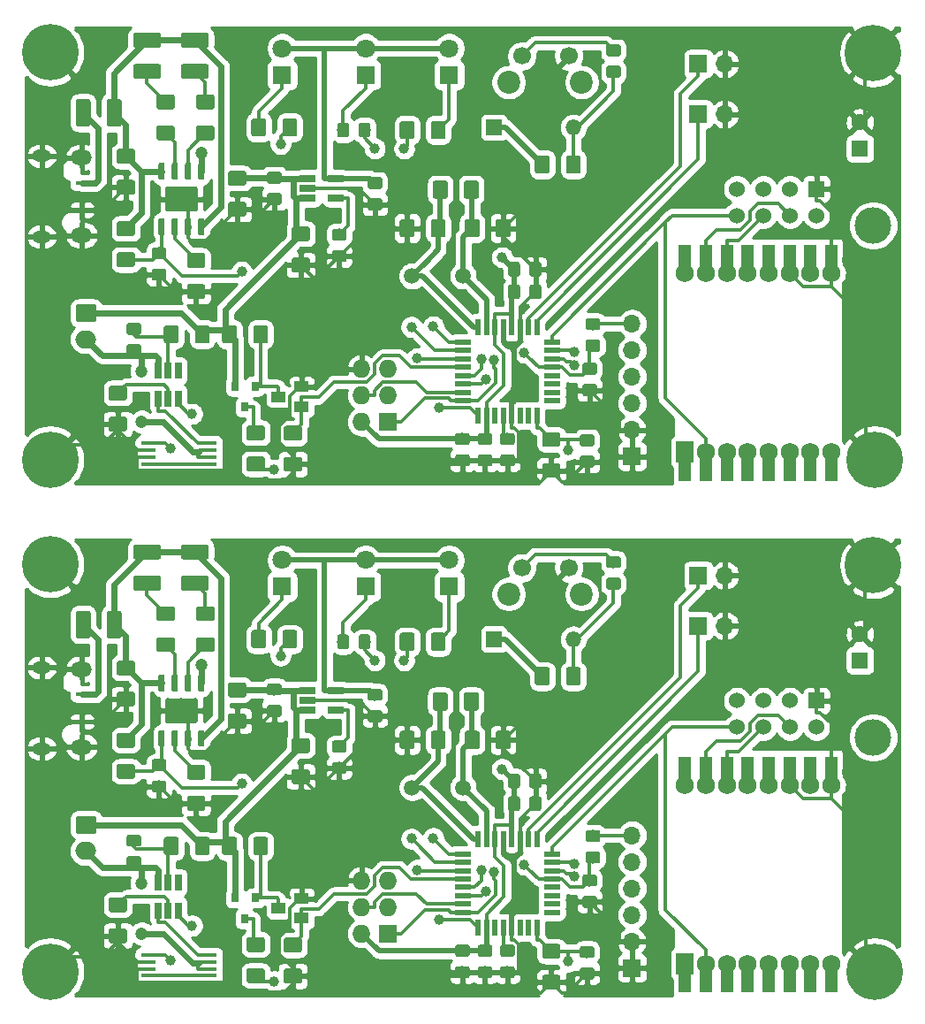
<source format=gtl>
%MOIN*%
%OFA0B0*%
%FSLAX46Y46*%
%IPPOS*%
%LPD*%
%ADD10O,0.066929133858267723X0.066929133858267723*%
%ADD11R,0.066929133858267723X0.066929133858267723*%
%ADD12O,0.07874015748031496X0.066929133858267723*%
%ADD13C,0.0039370078740157488*%
%ADD14C,0.066929133858267723*%
%ADD15R,0.055118110236220472X0.03937007874015748*%
%ADD16C,0.0452755905511811*%
%ADD17C,0.031496062992125991*%
%ADD18C,0.21259842519685043*%
%ADD19C,0.068*%
%ADD20R,0.068X0.07874015748031496*%
%ADD21R,0.047244094488188976X0.11811023622047245*%
%ADD22R,0.062992125984251982X0.021653543307086617*%
%ADD23R,0.021653543307086617X0.062992125984251982*%
%ADD24C,0.056102362204724414*%
%ADD25R,0.031496062992125991X0.035433070866141732*%
%ADD26C,0.062992125984251982*%
%ADD27R,0.062992125984251982X0.062992125984251982*%
%ADD28R,0.061417322834645675X0.025590551181102365*%
%ADD29O,0.070866141732283464X0.0452755905511811*%
%ADD30O,0.07874015748031496X0.057086614173228349*%
%ADD31R,0.051181102362204731X0.017716535433070866*%
%ADD32R,0.059055118110236227X0.059055118110236227*%
%ADD33O,0.059055118110236227X0.059055118110236227*%
%ADD34R,0.070866141732283464X0.070866141732283464*%
%ADD35C,0.070866141732283464*%
%ADD36C,0.1378*%
%ADD37R,0.068X0.068*%
%ADD38O,0.068X0.068*%
%ADD39R,0.057086614173228349X0.017716535433070866*%
%ADD40C,0.086614173228346469*%
%ADD41R,0.060000000000000005X0.060000000000000005*%
%ADD42C,0.060000000000000005*%
%ADD43C,0.023622047244094488*%
%ADD44C,0.01968503937007874*%
%ADD45C,0.094881889763779537*%
%ADD46R,0.025590551181102365X0.061417322834645675*%
%ADD47C,0.059055118110236227*%
%ADD48C,0.03937007874015748*%
%ADD49C,0.047244094488188976*%
%ADD50C,0.012000000000000002*%
%ADD51C,0.01968503937007874*%
%ADD52C,0.013779527559055118*%
%ADD53C,0.023622047244094488*%
%ADD54C,0.01*%
%ADD65O,0.066929133858267723X0.066929133858267723*%
%ADD66R,0.066929133858267723X0.066929133858267723*%
%ADD67O,0.07874015748031496X0.066929133858267723*%
%ADD68C,0.0039370078740157488*%
%ADD69C,0.066929133858267723*%
%ADD70R,0.055118110236220472X0.03937007874015748*%
%ADD71C,0.0452755905511811*%
%ADD72C,0.031496062992125991*%
%ADD73C,0.21259842519685043*%
%ADD74C,0.068*%
%ADD75R,0.068X0.07874015748031496*%
%ADD76R,0.047244094488188976X0.11811023622047245*%
%ADD77R,0.062992125984251982X0.021653543307086617*%
%ADD78R,0.021653543307086617X0.062992125984251982*%
%ADD79C,0.056102362204724414*%
%ADD80R,0.031496062992125991X0.035433070866141732*%
%ADD81C,0.062992125984251982*%
%ADD82R,0.062992125984251982X0.062992125984251982*%
%ADD83R,0.061417322834645675X0.025590551181102365*%
%ADD84O,0.070866141732283464X0.0452755905511811*%
%ADD85O,0.07874015748031496X0.057086614173228349*%
%ADD86R,0.051181102362204731X0.017716535433070866*%
%ADD87R,0.059055118110236227X0.059055118110236227*%
%ADD88O,0.059055118110236227X0.059055118110236227*%
%ADD89R,0.070866141732283464X0.070866141732283464*%
%ADD90C,0.070866141732283464*%
%ADD91C,0.1378*%
%ADD92R,0.068X0.068*%
%ADD93O,0.068X0.068*%
%ADD94R,0.057086614173228349X0.017716535433070866*%
%ADD95C,0.086614173228346469*%
%ADD96R,0.060000000000000005X0.060000000000000005*%
%ADD97C,0.060000000000000005*%
%ADD98C,0.023622047244094488*%
%ADD99C,0.01968503937007874*%
%ADD100C,0.094881889763779537*%
%ADD101R,0.025590551181102365X0.061417322834645675*%
%ADD102C,0.059055118110236227*%
%ADD103C,0.03937007874015748*%
%ADD104C,0.047244094488188976*%
%ADD105C,0.012000000000000002*%
%ADD106C,0.01968503937007874*%
%ADD107C,0.013779527559055118*%
%ADD108C,0.023622047244094488*%
%ADD109C,0.01*%
%LPD*%
D10*
X-0003937007Y0004330708D02*
X0002662992Y0001420708D03*
D11*
X0002562992Y0001420708D03*
D10*
X0002662992Y0001610708D03*
D11*
X0002562992Y0001610708D03*
D12*
X0000252992Y0000572283D03*
D13*
G36*
X0000283484Y0000704125D02*
G01*
X0000284439Y0000703984D01*
X0000285376Y0000703749D01*
X0000286286Y0000703423D01*
X0000287159Y0000703011D01*
X0000287987Y0000702514D01*
X0000288763Y0000701939D01*
X0000289479Y0000701290D01*
X0000290128Y0000700574D01*
X0000290703Y0000699798D01*
X0000291199Y0000698970D01*
X0000291612Y0000698097D01*
X0000291938Y0000697187D01*
X0000292173Y0000696250D01*
X0000292314Y0000695295D01*
X0000292362Y0000694330D01*
X0000292362Y0000647086D01*
X0000292314Y0000646121D01*
X0000292173Y0000645166D01*
X0000291938Y0000644229D01*
X0000291612Y0000643320D01*
X0000291199Y0000642446D01*
X0000290703Y0000641618D01*
X0000290128Y0000640842D01*
X0000289479Y0000640126D01*
X0000288763Y0000639478D01*
X0000287987Y0000638902D01*
X0000287159Y0000638406D01*
X0000286286Y0000637993D01*
X0000285376Y0000637667D01*
X0000284439Y0000637433D01*
X0000283484Y0000637291D01*
X0000282519Y0000637244D01*
X0000223464Y0000637244D01*
X0000222499Y0000637291D01*
X0000221544Y0000637433D01*
X0000220607Y0000637667D01*
X0000219697Y0000637993D01*
X0000218824Y0000638406D01*
X0000217996Y0000638902D01*
X0000217220Y0000639478D01*
X0000216504Y0000640126D01*
X0000215856Y0000640842D01*
X0000215280Y0000641618D01*
X0000214784Y0000642446D01*
X0000214371Y0000643320D01*
X0000214045Y0000644229D01*
X0000213811Y0000645166D01*
X0000213669Y0000646121D01*
X0000213622Y0000647086D01*
X0000213622Y0000694330D01*
X0000213669Y0000695295D01*
X0000213811Y0000696250D01*
X0000214045Y0000697187D01*
X0000214371Y0000698097D01*
X0000214784Y0000698970D01*
X0000215280Y0000699798D01*
X0000215856Y0000700574D01*
X0000216504Y0000701290D01*
X0000217220Y0000701939D01*
X0000217996Y0000702514D01*
X0000218824Y0000703011D01*
X0000219697Y0000703423D01*
X0000220607Y0000703749D01*
X0000221544Y0000703984D01*
X0000222499Y0000704125D01*
X0000223464Y0000704173D01*
X0000282519Y0000704173D01*
X0000283484Y0000704125D01*
X0000283484Y0000704125D01*
G37*
D14*
X0000252992Y0000670708D03*
D15*
X0000979685Y0000355708D03*
X0001066299Y0000393110D03*
X0001066299Y0000318307D03*
D13*
G36*
X0000981673Y0001122944D02*
G01*
X0000982628Y0001122802D01*
X0000983565Y0001122568D01*
X0000984475Y0001122242D01*
X0000985348Y0001121829D01*
X0000986176Y0001121333D01*
X0000986952Y0001120757D01*
X0000987668Y0001120109D01*
X0000988317Y0001119393D01*
X0000988892Y0001118617D01*
X0000989388Y0001117789D01*
X0000989801Y0001116916D01*
X0000990127Y0001116006D01*
X0000990362Y0001115069D01*
X0000990503Y0001114114D01*
X0000990551Y0001113149D01*
X0000990551Y0001087558D01*
X0000990503Y0001086594D01*
X0000990362Y0001085638D01*
X0000990127Y0001084701D01*
X0000989801Y0001083792D01*
X0000989388Y0001082919D01*
X0000988892Y0001082090D01*
X0000988317Y0001081315D01*
X0000987668Y0001080599D01*
X0000986952Y0001079950D01*
X0000986176Y0001079375D01*
X0000985348Y0001078878D01*
X0000984475Y0001078465D01*
X0000983565Y0001078140D01*
X0000982628Y0001077905D01*
X0000981673Y0001077763D01*
X0000980708Y0001077716D01*
X0000945275Y0001077716D01*
X0000944310Y0001077763D01*
X0000943355Y0001077905D01*
X0000942418Y0001078140D01*
X0000941508Y0001078465D01*
X0000940635Y0001078878D01*
X0000939807Y0001079375D01*
X0000939031Y0001079950D01*
X0000938315Y0001080599D01*
X0000937667Y0001081315D01*
X0000937091Y0001082090D01*
X0000936595Y0001082919D01*
X0000936182Y0001083792D01*
X0000935856Y0001084701D01*
X0000935622Y0001085638D01*
X0000935480Y0001086594D01*
X0000935433Y0001087558D01*
X0000935433Y0001113149D01*
X0000935480Y0001114114D01*
X0000935622Y0001115069D01*
X0000935856Y0001116006D01*
X0000936182Y0001116916D01*
X0000936595Y0001117789D01*
X0000937091Y0001118617D01*
X0000937667Y0001119393D01*
X0000938315Y0001120109D01*
X0000939031Y0001120757D01*
X0000939807Y0001121333D01*
X0000940635Y0001121829D01*
X0000941508Y0001122242D01*
X0000942418Y0001122568D01*
X0000943355Y0001122802D01*
X0000944310Y0001122944D01*
X0000945275Y0001122992D01*
X0000980708Y0001122992D01*
X0000981673Y0001122944D01*
X0000981673Y0001122944D01*
G37*
D16*
X0000962992Y0001100354D03*
D13*
G36*
X0000981673Y0001203653D02*
G01*
X0000982628Y0001203511D01*
X0000983565Y0001203276D01*
X0000984475Y0001202951D01*
X0000985348Y0001202538D01*
X0000986176Y0001202042D01*
X0000986952Y0001201466D01*
X0000987668Y0001200817D01*
X0000988317Y0001200102D01*
X0000988892Y0001199326D01*
X0000989388Y0001198498D01*
X0000989801Y0001197624D01*
X0000990127Y0001196715D01*
X0000990362Y0001195778D01*
X0000990503Y0001194823D01*
X0000990551Y0001193858D01*
X0000990551Y0001168267D01*
X0000990503Y0001167302D01*
X0000990362Y0001166347D01*
X0000990127Y0001165410D01*
X0000989801Y0001164501D01*
X0000989388Y0001163627D01*
X0000988892Y0001162799D01*
X0000988317Y0001162023D01*
X0000987668Y0001161307D01*
X0000986952Y0001160659D01*
X0000986176Y0001160083D01*
X0000985348Y0001159587D01*
X0000984475Y0001159174D01*
X0000983565Y0001158849D01*
X0000982628Y0001158614D01*
X0000981673Y0001158472D01*
X0000980708Y0001158425D01*
X0000945275Y0001158425D01*
X0000944310Y0001158472D01*
X0000943355Y0001158614D01*
X0000942418Y0001158849D01*
X0000941508Y0001159174D01*
X0000940635Y0001159587D01*
X0000939807Y0001160083D01*
X0000939031Y0001160659D01*
X0000938315Y0001161307D01*
X0000937667Y0001162023D01*
X0000937091Y0001162799D01*
X0000936595Y0001163627D01*
X0000936182Y0001164501D01*
X0000935856Y0001165410D01*
X0000935622Y0001166347D01*
X0000935480Y0001167302D01*
X0000935433Y0001168267D01*
X0000935433Y0001193858D01*
X0000935480Y0001194823D01*
X0000935622Y0001195778D01*
X0000935856Y0001196715D01*
X0000936182Y0001197624D01*
X0000936595Y0001198498D01*
X0000937091Y0001199326D01*
X0000937667Y0001200102D01*
X0000938315Y0001200817D01*
X0000939031Y0001201466D01*
X0000939807Y0001202042D01*
X0000940635Y0001202538D01*
X0000941508Y0001202951D01*
X0000942418Y0001203276D01*
X0000943355Y0001203511D01*
X0000944310Y0001203653D01*
X0000945275Y0001203700D01*
X0000980708Y0001203700D01*
X0000981673Y0001203653D01*
X0000981673Y0001203653D01*
G37*
D16*
X0000962992Y0001181062D03*
D13*
G36*
X0001361673Y0001102944D02*
G01*
X0001362628Y0001102802D01*
X0001363565Y0001102568D01*
X0001364475Y0001102242D01*
X0001365348Y0001101829D01*
X0001366176Y0001101333D01*
X0001366952Y0001100757D01*
X0001367668Y0001100109D01*
X0001368317Y0001099393D01*
X0001368892Y0001098617D01*
X0001369388Y0001097789D01*
X0001369801Y0001096916D01*
X0001370127Y0001096006D01*
X0001370362Y0001095069D01*
X0001370503Y0001094114D01*
X0001370551Y0001093149D01*
X0001370551Y0001067559D01*
X0001370503Y0001066594D01*
X0001370362Y0001065638D01*
X0001370127Y0001064701D01*
X0001369801Y0001063792D01*
X0001369388Y0001062919D01*
X0001368892Y0001062090D01*
X0001368317Y0001061315D01*
X0001367668Y0001060599D01*
X0001366952Y0001059950D01*
X0001366176Y0001059375D01*
X0001365348Y0001058878D01*
X0001364475Y0001058465D01*
X0001363565Y0001058140D01*
X0001362628Y0001057905D01*
X0001361673Y0001057763D01*
X0001360708Y0001057716D01*
X0001325275Y0001057716D01*
X0001324310Y0001057763D01*
X0001323355Y0001057905D01*
X0001322418Y0001058140D01*
X0001321508Y0001058465D01*
X0001320635Y0001058878D01*
X0001319807Y0001059375D01*
X0001319031Y0001059950D01*
X0001318315Y0001060599D01*
X0001317667Y0001061315D01*
X0001317091Y0001062090D01*
X0001316595Y0001062919D01*
X0001316182Y0001063792D01*
X0001315856Y0001064701D01*
X0001315622Y0001065638D01*
X0001315480Y0001066594D01*
X0001315433Y0001067559D01*
X0001315433Y0001093149D01*
X0001315480Y0001094114D01*
X0001315622Y0001095069D01*
X0001315856Y0001096006D01*
X0001316182Y0001096916D01*
X0001316595Y0001097789D01*
X0001317091Y0001098617D01*
X0001317667Y0001099393D01*
X0001318315Y0001100109D01*
X0001319031Y0001100757D01*
X0001319807Y0001101333D01*
X0001320635Y0001101829D01*
X0001321508Y0001102242D01*
X0001322418Y0001102568D01*
X0001323355Y0001102802D01*
X0001324310Y0001102944D01*
X0001325275Y0001102992D01*
X0001360708Y0001102992D01*
X0001361673Y0001102944D01*
X0001361673Y0001102944D01*
G37*
D16*
X0001342992Y0001080354D03*
D13*
G36*
X0001361673Y0001183653D02*
G01*
X0001362628Y0001183511D01*
X0001363565Y0001183276D01*
X0001364475Y0001182951D01*
X0001365348Y0001182538D01*
X0001366176Y0001182042D01*
X0001366952Y0001181466D01*
X0001367668Y0001180817D01*
X0001368317Y0001180102D01*
X0001368892Y0001179326D01*
X0001369388Y0001178498D01*
X0001369801Y0001177624D01*
X0001370127Y0001176715D01*
X0001370362Y0001175778D01*
X0001370503Y0001174822D01*
X0001370551Y0001173858D01*
X0001370551Y0001148267D01*
X0001370503Y0001147302D01*
X0001370362Y0001146347D01*
X0001370127Y0001145410D01*
X0001369801Y0001144501D01*
X0001369388Y0001143627D01*
X0001368892Y0001142799D01*
X0001368317Y0001142023D01*
X0001367668Y0001141307D01*
X0001366952Y0001140659D01*
X0001366176Y0001140083D01*
X0001365348Y0001139587D01*
X0001364475Y0001139174D01*
X0001363565Y0001138849D01*
X0001362628Y0001138614D01*
X0001361673Y0001138472D01*
X0001360708Y0001138425D01*
X0001325275Y0001138425D01*
X0001324310Y0001138472D01*
X0001323355Y0001138614D01*
X0001322418Y0001138849D01*
X0001321508Y0001139174D01*
X0001320635Y0001139587D01*
X0001319807Y0001140083D01*
X0001319031Y0001140659D01*
X0001318315Y0001141307D01*
X0001317667Y0001142023D01*
X0001317091Y0001142799D01*
X0001316595Y0001143627D01*
X0001316182Y0001144501D01*
X0001315856Y0001145410D01*
X0001315622Y0001146347D01*
X0001315480Y0001147302D01*
X0001315433Y0001148267D01*
X0001315433Y0001173858D01*
X0001315480Y0001174822D01*
X0001315622Y0001175778D01*
X0001315856Y0001176715D01*
X0001316182Y0001177624D01*
X0001316595Y0001178498D01*
X0001317091Y0001179326D01*
X0001317667Y0001180102D01*
X0001318315Y0001180817D01*
X0001319031Y0001181466D01*
X0001319807Y0001182042D01*
X0001320635Y0001182538D01*
X0001321508Y0001182951D01*
X0001322418Y0001183276D01*
X0001323355Y0001183511D01*
X0001324310Y0001183653D01*
X0001325275Y0001183700D01*
X0001360708Y0001183700D01*
X0001361673Y0001183653D01*
X0001361673Y0001183653D01*
G37*
D16*
X0001342992Y0001161062D03*
D13*
G36*
X0001962106Y0000778220D02*
G01*
X0001963061Y0000778078D01*
X0001963998Y0000777843D01*
X0001964908Y0000777518D01*
X0001965781Y0000777105D01*
X0001966609Y0000776608D01*
X0001967385Y0000776033D01*
X0001968101Y0000775384D01*
X0001968750Y0000774669D01*
X0001969325Y0000773893D01*
X0001969822Y0000773064D01*
X0001970235Y0000772191D01*
X0001970560Y0000771282D01*
X0001970795Y0000770345D01*
X0001970936Y0000769389D01*
X0001970984Y0000768425D01*
X0001970984Y0000732992D01*
X0001970936Y0000732027D01*
X0001970795Y0000731071D01*
X0001970560Y0000730134D01*
X0001970235Y0000729225D01*
X0001969822Y0000728352D01*
X0001969325Y0000727523D01*
X0001968750Y0000726748D01*
X0001968101Y0000726032D01*
X0001967385Y0000725383D01*
X0001966609Y0000724808D01*
X0001965781Y0000724311D01*
X0001964908Y0000723898D01*
X0001963998Y0000723573D01*
X0001963061Y0000723338D01*
X0001962106Y0000723196D01*
X0001961141Y0000723149D01*
X0001935551Y0000723149D01*
X0001934586Y0000723196D01*
X0001933630Y0000723338D01*
X0001932694Y0000723573D01*
X0001931784Y0000723898D01*
X0001930911Y0000724311D01*
X0001930082Y0000724808D01*
X0001929307Y0000725383D01*
X0001928591Y0000726032D01*
X0001927942Y0000726748D01*
X0001927367Y0000727523D01*
X0001926870Y0000728352D01*
X0001926457Y0000729225D01*
X0001926132Y0000730134D01*
X0001925897Y0000731071D01*
X0001925756Y0000732027D01*
X0001925708Y0000732992D01*
X0001925708Y0000768425D01*
X0001925756Y0000769389D01*
X0001925897Y0000770345D01*
X0001926132Y0000771282D01*
X0001926457Y0000772191D01*
X0001926870Y0000773064D01*
X0001927367Y0000773893D01*
X0001927942Y0000774669D01*
X0001928591Y0000775384D01*
X0001929307Y0000776033D01*
X0001930082Y0000776608D01*
X0001930911Y0000777105D01*
X0001931784Y0000777518D01*
X0001932694Y0000777843D01*
X0001933630Y0000778078D01*
X0001934586Y0000778220D01*
X0001935551Y0000778267D01*
X0001961141Y0000778267D01*
X0001962106Y0000778220D01*
X0001962106Y0000778220D01*
G37*
D16*
X0001948346Y0000750708D03*
D13*
G36*
X0001881397Y0000778220D02*
G01*
X0001882353Y0000778078D01*
X0001883290Y0000777843D01*
X0001884199Y0000777518D01*
X0001885072Y0000777105D01*
X0001885901Y0000776608D01*
X0001886677Y0000776033D01*
X0001887392Y0000775384D01*
X0001888041Y0000774669D01*
X0001888616Y0000773893D01*
X0001889113Y0000773064D01*
X0001889526Y0000772191D01*
X0001889851Y0000771282D01*
X0001890086Y0000770345D01*
X0001890228Y0000769389D01*
X0001890275Y0000768425D01*
X0001890275Y0000732992D01*
X0001890228Y0000732027D01*
X0001890086Y0000731071D01*
X0001889851Y0000730134D01*
X0001889526Y0000729225D01*
X0001889113Y0000728352D01*
X0001888616Y0000727523D01*
X0001888041Y0000726748D01*
X0001887392Y0000726032D01*
X0001886677Y0000725383D01*
X0001885901Y0000724808D01*
X0001885072Y0000724311D01*
X0001884199Y0000723898D01*
X0001883290Y0000723573D01*
X0001882353Y0000723338D01*
X0001881397Y0000723196D01*
X0001880433Y0000723149D01*
X0001854842Y0000723149D01*
X0001853877Y0000723196D01*
X0001852922Y0000723338D01*
X0001851985Y0000723573D01*
X0001851075Y0000723898D01*
X0001850202Y0000724311D01*
X0001849374Y0000724808D01*
X0001848598Y0000725383D01*
X0001847882Y0000726032D01*
X0001847234Y0000726748D01*
X0001846658Y0000727523D01*
X0001846162Y0000728352D01*
X0001845749Y0000729225D01*
X0001845423Y0000730134D01*
X0001845189Y0000731071D01*
X0001845047Y0000732027D01*
X0001845000Y0000732992D01*
X0001845000Y0000768425D01*
X0001845047Y0000769389D01*
X0001845189Y0000770345D01*
X0001845423Y0000771282D01*
X0001845749Y0000772191D01*
X0001846162Y0000773064D01*
X0001846658Y0000773893D01*
X0001847234Y0000774669D01*
X0001847882Y0000775384D01*
X0001848598Y0000776033D01*
X0001849374Y0000776608D01*
X0001850202Y0000777105D01*
X0001851075Y0000777518D01*
X0001851985Y0000777843D01*
X0001852922Y0000778078D01*
X0001853877Y0000778220D01*
X0001854842Y0000778267D01*
X0001880433Y0000778267D01*
X0001881397Y0000778220D01*
X0001881397Y0000778220D01*
G37*
D16*
X0001867637Y0000750708D03*
D13*
G36*
X0001962106Y0000863220D02*
G01*
X0001963061Y0000863078D01*
X0001963998Y0000862843D01*
X0001964908Y0000862518D01*
X0001965781Y0000862105D01*
X0001966609Y0000861608D01*
X0001967385Y0000861033D01*
X0001968101Y0000860384D01*
X0001968750Y0000859669D01*
X0001969325Y0000858893D01*
X0001969822Y0000858064D01*
X0001970235Y0000857191D01*
X0001970560Y0000856282D01*
X0001970795Y0000855345D01*
X0001970936Y0000854389D01*
X0001970984Y0000853425D01*
X0001970984Y0000817992D01*
X0001970936Y0000817027D01*
X0001970795Y0000816071D01*
X0001970560Y0000815134D01*
X0001970235Y0000814225D01*
X0001969822Y0000813352D01*
X0001969325Y0000812523D01*
X0001968750Y0000811748D01*
X0001968101Y0000811032D01*
X0001967385Y0000810383D01*
X0001966609Y0000809808D01*
X0001965781Y0000809311D01*
X0001964908Y0000808898D01*
X0001963998Y0000808573D01*
X0001963061Y0000808338D01*
X0001962106Y0000808197D01*
X0001961141Y0000808149D01*
X0001935551Y0000808149D01*
X0001934586Y0000808197D01*
X0001933630Y0000808338D01*
X0001932694Y0000808573D01*
X0001931784Y0000808898D01*
X0001930911Y0000809311D01*
X0001930082Y0000809808D01*
X0001929307Y0000810383D01*
X0001928591Y0000811032D01*
X0001927942Y0000811748D01*
X0001927367Y0000812523D01*
X0001926870Y0000813352D01*
X0001926457Y0000814225D01*
X0001926132Y0000815134D01*
X0001925897Y0000816071D01*
X0001925756Y0000817027D01*
X0001925708Y0000817992D01*
X0001925708Y0000853425D01*
X0001925756Y0000854389D01*
X0001925897Y0000855345D01*
X0001926132Y0000856282D01*
X0001926457Y0000857191D01*
X0001926870Y0000858064D01*
X0001927367Y0000858893D01*
X0001927942Y0000859669D01*
X0001928591Y0000860384D01*
X0001929307Y0000861033D01*
X0001930082Y0000861608D01*
X0001930911Y0000862105D01*
X0001931784Y0000862518D01*
X0001932694Y0000862843D01*
X0001933630Y0000863078D01*
X0001934586Y0000863220D01*
X0001935551Y0000863267D01*
X0001961141Y0000863267D01*
X0001962106Y0000863220D01*
X0001962106Y0000863220D01*
G37*
D16*
X0001948346Y0000835708D03*
D13*
G36*
X0001881397Y0000863220D02*
G01*
X0001882353Y0000863078D01*
X0001883290Y0000862843D01*
X0001884199Y0000862518D01*
X0001885072Y0000862105D01*
X0001885901Y0000861608D01*
X0001886677Y0000861033D01*
X0001887392Y0000860384D01*
X0001888041Y0000859669D01*
X0001888616Y0000858893D01*
X0001889113Y0000858064D01*
X0001889526Y0000857191D01*
X0001889851Y0000856282D01*
X0001890086Y0000855345D01*
X0001890228Y0000854389D01*
X0001890275Y0000853425D01*
X0001890275Y0000817992D01*
X0001890228Y0000817027D01*
X0001890086Y0000816071D01*
X0001889851Y0000815134D01*
X0001889526Y0000814225D01*
X0001889113Y0000813352D01*
X0001888616Y0000812523D01*
X0001888041Y0000811748D01*
X0001887392Y0000811032D01*
X0001886677Y0000810383D01*
X0001885901Y0000809808D01*
X0001885072Y0000809311D01*
X0001884199Y0000808898D01*
X0001883290Y0000808573D01*
X0001882353Y0000808338D01*
X0001881397Y0000808197D01*
X0001880433Y0000808149D01*
X0001854842Y0000808149D01*
X0001853877Y0000808197D01*
X0001852922Y0000808338D01*
X0001851985Y0000808573D01*
X0001851075Y0000808898D01*
X0001850202Y0000809311D01*
X0001849374Y0000809808D01*
X0001848598Y0000810383D01*
X0001847882Y0000811032D01*
X0001847234Y0000811748D01*
X0001846658Y0000812523D01*
X0001846162Y0000813352D01*
X0001845749Y0000814225D01*
X0001845423Y0000815134D01*
X0001845189Y0000816071D01*
X0001845047Y0000817027D01*
X0001845000Y0000817992D01*
X0001845000Y0000853425D01*
X0001845047Y0000854389D01*
X0001845189Y0000855345D01*
X0001845423Y0000856282D01*
X0001845749Y0000857191D01*
X0001846162Y0000858064D01*
X0001846658Y0000858893D01*
X0001847234Y0000859669D01*
X0001847882Y0000860384D01*
X0001848598Y0000861033D01*
X0001849374Y0000861608D01*
X0001850202Y0000862105D01*
X0001851075Y0000862518D01*
X0001851985Y0000862843D01*
X0001852922Y0000863078D01*
X0001853877Y0000863220D01*
X0001854842Y0000863267D01*
X0001880433Y0000863267D01*
X0001881397Y0000863220D01*
X0001881397Y0000863220D01*
G37*
D16*
X0001867637Y0000835708D03*
D13*
G36*
X0001691673Y0000137944D02*
G01*
X0001692628Y0000137802D01*
X0001693565Y0000137568D01*
X0001694475Y0000137242D01*
X0001695348Y0000136829D01*
X0001696176Y0000136333D01*
X0001696952Y0000135757D01*
X0001697668Y0000135109D01*
X0001698317Y0000134393D01*
X0001698892Y0000133617D01*
X0001699388Y0000132789D01*
X0001699801Y0000131916D01*
X0001700127Y0000131006D01*
X0001700362Y0000130069D01*
X0001700503Y0000129114D01*
X0001700551Y0000128149D01*
X0001700551Y0000102559D01*
X0001700503Y0000101594D01*
X0001700362Y0000100638D01*
X0001700127Y0000099701D01*
X0001699801Y0000098792D01*
X0001699388Y0000097919D01*
X0001698892Y0000097090D01*
X0001698317Y0000096314D01*
X0001697668Y0000095599D01*
X0001696952Y0000094950D01*
X0001696176Y0000094375D01*
X0001695348Y0000093878D01*
X0001694475Y0000093465D01*
X0001693565Y0000093140D01*
X0001692628Y0000092905D01*
X0001691673Y0000092763D01*
X0001690708Y0000092716D01*
X0001655275Y0000092716D01*
X0001654310Y0000092763D01*
X0001653355Y0000092905D01*
X0001652418Y0000093140D01*
X0001651509Y0000093465D01*
X0001650635Y0000093878D01*
X0001649807Y0000094375D01*
X0001649031Y0000094950D01*
X0001648315Y0000095599D01*
X0001647667Y0000096314D01*
X0001647091Y0000097090D01*
X0001646595Y0000097919D01*
X0001646182Y0000098792D01*
X0001645856Y0000099701D01*
X0001645622Y0000100638D01*
X0001645480Y0000101594D01*
X0001645433Y0000102559D01*
X0001645433Y0000128149D01*
X0001645480Y0000129114D01*
X0001645622Y0000130069D01*
X0001645856Y0000131006D01*
X0001646182Y0000131916D01*
X0001646595Y0000132789D01*
X0001647091Y0000133617D01*
X0001647667Y0000134393D01*
X0001648315Y0000135109D01*
X0001649031Y0000135757D01*
X0001649807Y0000136333D01*
X0001650635Y0000136829D01*
X0001651509Y0000137242D01*
X0001652418Y0000137568D01*
X0001653355Y0000137802D01*
X0001654310Y0000137944D01*
X0001655275Y0000137992D01*
X0001690708Y0000137992D01*
X0001691673Y0000137944D01*
X0001691673Y0000137944D01*
G37*
D16*
X0001672992Y0000115354D03*
D13*
G36*
X0001691673Y0000218653D02*
G01*
X0001692628Y0000218511D01*
X0001693565Y0000218276D01*
X0001694475Y0000217951D01*
X0001695348Y0000217538D01*
X0001696176Y0000217042D01*
X0001696952Y0000216466D01*
X0001697668Y0000215817D01*
X0001698317Y0000215102D01*
X0001698892Y0000214326D01*
X0001699388Y0000213497D01*
X0001699801Y0000212624D01*
X0001700127Y0000211715D01*
X0001700362Y0000210778D01*
X0001700503Y0000209822D01*
X0001700551Y0000208858D01*
X0001700551Y0000183267D01*
X0001700503Y0000182302D01*
X0001700362Y0000181347D01*
X0001700127Y0000180410D01*
X0001699801Y0000179501D01*
X0001699388Y0000178627D01*
X0001698892Y0000177799D01*
X0001698317Y0000177023D01*
X0001697668Y0000176307D01*
X0001696952Y0000175659D01*
X0001696176Y0000175083D01*
X0001695348Y0000174587D01*
X0001694475Y0000174174D01*
X0001693565Y0000173848D01*
X0001692628Y0000173614D01*
X0001691673Y0000173472D01*
X0001690708Y0000173425D01*
X0001655275Y0000173425D01*
X0001654310Y0000173472D01*
X0001653355Y0000173614D01*
X0001652418Y0000173848D01*
X0001651509Y0000174174D01*
X0001650635Y0000174587D01*
X0001649807Y0000175083D01*
X0001649031Y0000175659D01*
X0001648315Y0000176307D01*
X0001647667Y0000177023D01*
X0001647091Y0000177799D01*
X0001646595Y0000178627D01*
X0001646182Y0000179501D01*
X0001645856Y0000180410D01*
X0001645622Y0000181347D01*
X0001645480Y0000182302D01*
X0001645433Y0000183267D01*
X0001645433Y0000208858D01*
X0001645480Y0000209822D01*
X0001645622Y0000210778D01*
X0001645856Y0000211715D01*
X0001646182Y0000212624D01*
X0001646595Y0000213497D01*
X0001647091Y0000214326D01*
X0001647667Y0000215102D01*
X0001648315Y0000215817D01*
X0001649031Y0000216466D01*
X0001649807Y0000217042D01*
X0001650635Y0000217538D01*
X0001651509Y0000217951D01*
X0001652418Y0000218276D01*
X0001653355Y0000218511D01*
X0001654310Y0000218653D01*
X0001655275Y0000218700D01*
X0001690708Y0000218700D01*
X0001691673Y0000218653D01*
X0001691673Y0000218653D01*
G37*
D16*
X0001672992Y0000196062D03*
D13*
G36*
X0001776673Y0000137944D02*
G01*
X0001777628Y0000137802D01*
X0001778565Y0000137568D01*
X0001779475Y0000137242D01*
X0001780348Y0000136829D01*
X0001781176Y0000136333D01*
X0001781952Y0000135757D01*
X0001782668Y0000135109D01*
X0001783317Y0000134393D01*
X0001783892Y0000133617D01*
X0001784388Y0000132789D01*
X0001784801Y0000131916D01*
X0001785127Y0000131006D01*
X0001785362Y0000130069D01*
X0001785503Y0000129114D01*
X0001785551Y0000128149D01*
X0001785551Y0000102559D01*
X0001785503Y0000101594D01*
X0001785362Y0000100638D01*
X0001785127Y0000099701D01*
X0001784801Y0000098792D01*
X0001784388Y0000097919D01*
X0001783892Y0000097090D01*
X0001783317Y0000096314D01*
X0001782668Y0000095599D01*
X0001781952Y0000094950D01*
X0001781176Y0000094375D01*
X0001780348Y0000093878D01*
X0001779475Y0000093465D01*
X0001778565Y0000093140D01*
X0001777628Y0000092905D01*
X0001776673Y0000092763D01*
X0001775708Y0000092716D01*
X0001740275Y0000092716D01*
X0001739310Y0000092763D01*
X0001738355Y0000092905D01*
X0001737418Y0000093140D01*
X0001736508Y0000093465D01*
X0001735635Y0000093878D01*
X0001734807Y0000094375D01*
X0001734031Y0000094950D01*
X0001733315Y0000095599D01*
X0001732667Y0000096314D01*
X0001732091Y0000097090D01*
X0001731595Y0000097919D01*
X0001731182Y0000098792D01*
X0001730856Y0000099701D01*
X0001730622Y0000100638D01*
X0001730480Y0000101594D01*
X0001730433Y0000102559D01*
X0001730433Y0000128149D01*
X0001730480Y0000129114D01*
X0001730622Y0000130069D01*
X0001730856Y0000131006D01*
X0001731182Y0000131916D01*
X0001731595Y0000132789D01*
X0001732091Y0000133617D01*
X0001732667Y0000134393D01*
X0001733315Y0000135109D01*
X0001734031Y0000135757D01*
X0001734807Y0000136333D01*
X0001735635Y0000136829D01*
X0001736508Y0000137242D01*
X0001737418Y0000137568D01*
X0001738355Y0000137802D01*
X0001739310Y0000137944D01*
X0001740275Y0000137992D01*
X0001775708Y0000137992D01*
X0001776673Y0000137944D01*
X0001776673Y0000137944D01*
G37*
D16*
X0001757992Y0000115354D03*
D13*
G36*
X0001776673Y0000218653D02*
G01*
X0001777628Y0000218511D01*
X0001778565Y0000218276D01*
X0001779475Y0000217951D01*
X0001780348Y0000217538D01*
X0001781176Y0000217042D01*
X0001781952Y0000216466D01*
X0001782668Y0000215817D01*
X0001783317Y0000215102D01*
X0001783892Y0000214326D01*
X0001784388Y0000213497D01*
X0001784801Y0000212624D01*
X0001785127Y0000211715D01*
X0001785362Y0000210778D01*
X0001785503Y0000209822D01*
X0001785551Y0000208858D01*
X0001785551Y0000183267D01*
X0001785503Y0000182302D01*
X0001785362Y0000181347D01*
X0001785127Y0000180410D01*
X0001784801Y0000179501D01*
X0001784388Y0000178627D01*
X0001783892Y0000177799D01*
X0001783317Y0000177023D01*
X0001782668Y0000176307D01*
X0001781952Y0000175659D01*
X0001781176Y0000175083D01*
X0001780348Y0000174587D01*
X0001779475Y0000174174D01*
X0001778565Y0000173848D01*
X0001777628Y0000173614D01*
X0001776673Y0000173472D01*
X0001775708Y0000173425D01*
X0001740275Y0000173425D01*
X0001739310Y0000173472D01*
X0001738355Y0000173614D01*
X0001737418Y0000173848D01*
X0001736508Y0000174174D01*
X0001735635Y0000174587D01*
X0001734807Y0000175083D01*
X0001734031Y0000175659D01*
X0001733315Y0000176307D01*
X0001732667Y0000177023D01*
X0001732091Y0000177799D01*
X0001731595Y0000178627D01*
X0001731182Y0000179501D01*
X0001730856Y0000180410D01*
X0001730622Y0000181347D01*
X0001730480Y0000182302D01*
X0001730433Y0000183267D01*
X0001730433Y0000208858D01*
X0001730480Y0000209822D01*
X0001730622Y0000210778D01*
X0001730856Y0000211715D01*
X0001731182Y0000212624D01*
X0001731595Y0000213497D01*
X0001732091Y0000214326D01*
X0001732667Y0000215102D01*
X0001733315Y0000215817D01*
X0001734031Y0000216466D01*
X0001734807Y0000217042D01*
X0001735635Y0000217538D01*
X0001736508Y0000217951D01*
X0001737418Y0000218276D01*
X0001738355Y0000218511D01*
X0001739310Y0000218653D01*
X0001740275Y0000218700D01*
X0001775708Y0000218700D01*
X0001776673Y0000218653D01*
X0001776673Y0000218653D01*
G37*
D16*
X0001757992Y0000196062D03*
D13*
G36*
X0001861673Y0000137944D02*
G01*
X0001862628Y0000137802D01*
X0001863565Y0000137568D01*
X0001864475Y0000137242D01*
X0001865348Y0000136829D01*
X0001866176Y0000136333D01*
X0001866952Y0000135757D01*
X0001867668Y0000135109D01*
X0001868317Y0000134393D01*
X0001868892Y0000133617D01*
X0001869388Y0000132789D01*
X0001869801Y0000131916D01*
X0001870127Y0000131006D01*
X0001870362Y0000130069D01*
X0001870503Y0000129114D01*
X0001870551Y0000128149D01*
X0001870551Y0000102559D01*
X0001870503Y0000101594D01*
X0001870362Y0000100638D01*
X0001870127Y0000099701D01*
X0001869801Y0000098792D01*
X0001869388Y0000097919D01*
X0001868892Y0000097090D01*
X0001868317Y0000096314D01*
X0001867668Y0000095599D01*
X0001866952Y0000094950D01*
X0001866176Y0000094375D01*
X0001865348Y0000093878D01*
X0001864475Y0000093465D01*
X0001863565Y0000093140D01*
X0001862628Y0000092905D01*
X0001861673Y0000092763D01*
X0001860708Y0000092716D01*
X0001825275Y0000092716D01*
X0001824310Y0000092763D01*
X0001823355Y0000092905D01*
X0001822418Y0000093140D01*
X0001821509Y0000093465D01*
X0001820635Y0000093878D01*
X0001819807Y0000094375D01*
X0001819031Y0000094950D01*
X0001818315Y0000095599D01*
X0001817667Y0000096314D01*
X0001817091Y0000097090D01*
X0001816595Y0000097919D01*
X0001816182Y0000098792D01*
X0001815856Y0000099701D01*
X0001815622Y0000100638D01*
X0001815480Y0000101594D01*
X0001815433Y0000102559D01*
X0001815433Y0000128149D01*
X0001815480Y0000129114D01*
X0001815622Y0000130069D01*
X0001815856Y0000131006D01*
X0001816182Y0000131916D01*
X0001816595Y0000132789D01*
X0001817091Y0000133617D01*
X0001817667Y0000134393D01*
X0001818315Y0000135109D01*
X0001819031Y0000135757D01*
X0001819807Y0000136333D01*
X0001820635Y0000136829D01*
X0001821509Y0000137242D01*
X0001822418Y0000137568D01*
X0001823355Y0000137802D01*
X0001824310Y0000137944D01*
X0001825275Y0000137992D01*
X0001860708Y0000137992D01*
X0001861673Y0000137944D01*
X0001861673Y0000137944D01*
G37*
D16*
X0001842992Y0000115354D03*
D13*
G36*
X0001861673Y0000218653D02*
G01*
X0001862628Y0000218511D01*
X0001863565Y0000218276D01*
X0001864475Y0000217951D01*
X0001865348Y0000217538D01*
X0001866176Y0000217042D01*
X0001866952Y0000216466D01*
X0001867668Y0000215817D01*
X0001868317Y0000215102D01*
X0001868892Y0000214326D01*
X0001869388Y0000213497D01*
X0001869801Y0000212624D01*
X0001870127Y0000211715D01*
X0001870362Y0000210778D01*
X0001870503Y0000209822D01*
X0001870551Y0000208858D01*
X0001870551Y0000183267D01*
X0001870503Y0000182302D01*
X0001870362Y0000181347D01*
X0001870127Y0000180410D01*
X0001869801Y0000179501D01*
X0001869388Y0000178627D01*
X0001868892Y0000177799D01*
X0001868317Y0000177023D01*
X0001867668Y0000176307D01*
X0001866952Y0000175659D01*
X0001866176Y0000175083D01*
X0001865348Y0000174587D01*
X0001864475Y0000174174D01*
X0001863565Y0000173848D01*
X0001862628Y0000173614D01*
X0001861673Y0000173472D01*
X0001860708Y0000173425D01*
X0001825275Y0000173425D01*
X0001824310Y0000173472D01*
X0001823355Y0000173614D01*
X0001822418Y0000173848D01*
X0001821509Y0000174174D01*
X0001820635Y0000174587D01*
X0001819807Y0000175083D01*
X0001819031Y0000175659D01*
X0001818315Y0000176307D01*
X0001817667Y0000177023D01*
X0001817091Y0000177799D01*
X0001816595Y0000178627D01*
X0001816182Y0000179501D01*
X0001815856Y0000180410D01*
X0001815622Y0000181347D01*
X0001815480Y0000182302D01*
X0001815433Y0000183267D01*
X0001815433Y0000208858D01*
X0001815480Y0000209822D01*
X0001815622Y0000210778D01*
X0001815856Y0000211715D01*
X0001816182Y0000212624D01*
X0001816595Y0000213497D01*
X0001817091Y0000214326D01*
X0001817667Y0000215102D01*
X0001818315Y0000215817D01*
X0001819031Y0000216466D01*
X0001819807Y0000217042D01*
X0001820635Y0000217538D01*
X0001821509Y0000217951D01*
X0001822418Y0000218276D01*
X0001823355Y0000218511D01*
X0001824310Y0000218653D01*
X0001825275Y0000218700D01*
X0001860708Y0000218700D01*
X0001861673Y0000218653D01*
X0001861673Y0000218653D01*
G37*
D16*
X0001842992Y0000196062D03*
D13*
G36*
X0002171673Y0000402944D02*
G01*
X0002172628Y0000402802D01*
X0002173565Y0000402568D01*
X0002174475Y0000402242D01*
X0002175348Y0000401829D01*
X0002176176Y0000401333D01*
X0002176952Y0000400757D01*
X0002177668Y0000400109D01*
X0002178317Y0000399393D01*
X0002178892Y0000398617D01*
X0002179388Y0000397789D01*
X0002179801Y0000396916D01*
X0002180127Y0000396006D01*
X0002180362Y0000395069D01*
X0002180503Y0000394114D01*
X0002180551Y0000393149D01*
X0002180551Y0000367559D01*
X0002180503Y0000366594D01*
X0002180362Y0000365638D01*
X0002180127Y0000364701D01*
X0002179801Y0000363792D01*
X0002179388Y0000362919D01*
X0002178892Y0000362090D01*
X0002178317Y0000361315D01*
X0002177668Y0000360599D01*
X0002176952Y0000359950D01*
X0002176176Y0000359375D01*
X0002175348Y0000358878D01*
X0002174475Y0000358465D01*
X0002173565Y0000358140D01*
X0002172628Y0000357905D01*
X0002171673Y0000357763D01*
X0002170708Y0000357716D01*
X0002135275Y0000357716D01*
X0002134310Y0000357763D01*
X0002133355Y0000357905D01*
X0002132418Y0000358140D01*
X0002131509Y0000358465D01*
X0002130635Y0000358878D01*
X0002129807Y0000359375D01*
X0002129031Y0000359950D01*
X0002128315Y0000360599D01*
X0002127667Y0000361315D01*
X0002127091Y0000362090D01*
X0002126595Y0000362919D01*
X0002126182Y0000363792D01*
X0002125856Y0000364701D01*
X0002125622Y0000365638D01*
X0002125480Y0000366594D01*
X0002125433Y0000367559D01*
X0002125433Y0000393149D01*
X0002125480Y0000394114D01*
X0002125622Y0000395069D01*
X0002125856Y0000396006D01*
X0002126182Y0000396916D01*
X0002126595Y0000397789D01*
X0002127091Y0000398617D01*
X0002127667Y0000399393D01*
X0002128315Y0000400109D01*
X0002129031Y0000400757D01*
X0002129807Y0000401333D01*
X0002130635Y0000401829D01*
X0002131509Y0000402242D01*
X0002132418Y0000402568D01*
X0002133355Y0000402802D01*
X0002134310Y0000402944D01*
X0002135275Y0000402992D01*
X0002170708Y0000402992D01*
X0002171673Y0000402944D01*
X0002171673Y0000402944D01*
G37*
D16*
X0002152992Y0000380354D03*
D13*
G36*
X0002171673Y0000483653D02*
G01*
X0002172628Y0000483511D01*
X0002173565Y0000483276D01*
X0002174475Y0000482951D01*
X0002175348Y0000482538D01*
X0002176176Y0000482042D01*
X0002176952Y0000481466D01*
X0002177668Y0000480817D01*
X0002178317Y0000480102D01*
X0002178892Y0000479326D01*
X0002179388Y0000478498D01*
X0002179801Y0000477624D01*
X0002180127Y0000476715D01*
X0002180362Y0000475778D01*
X0002180503Y0000474823D01*
X0002180551Y0000473858D01*
X0002180551Y0000448267D01*
X0002180503Y0000447302D01*
X0002180362Y0000446347D01*
X0002180127Y0000445410D01*
X0002179801Y0000444501D01*
X0002179388Y0000443627D01*
X0002178892Y0000442799D01*
X0002178317Y0000442023D01*
X0002177668Y0000441307D01*
X0002176952Y0000440659D01*
X0002176176Y0000440083D01*
X0002175348Y0000439587D01*
X0002174475Y0000439174D01*
X0002173565Y0000438849D01*
X0002172628Y0000438614D01*
X0002171673Y0000438472D01*
X0002170708Y0000438425D01*
X0002135275Y0000438425D01*
X0002134310Y0000438472D01*
X0002133355Y0000438614D01*
X0002132418Y0000438849D01*
X0002131509Y0000439174D01*
X0002130635Y0000439587D01*
X0002129807Y0000440083D01*
X0002129031Y0000440659D01*
X0002128315Y0000441307D01*
X0002127667Y0000442023D01*
X0002127091Y0000442799D01*
X0002126595Y0000443627D01*
X0002126182Y0000444501D01*
X0002125856Y0000445410D01*
X0002125622Y0000446347D01*
X0002125480Y0000447302D01*
X0002125433Y0000448267D01*
X0002125433Y0000473858D01*
X0002125480Y0000474823D01*
X0002125622Y0000475778D01*
X0002125856Y0000476715D01*
X0002126182Y0000477624D01*
X0002126595Y0000478498D01*
X0002127091Y0000479326D01*
X0002127667Y0000480102D01*
X0002128315Y0000480817D01*
X0002129031Y0000481466D01*
X0002129807Y0000482042D01*
X0002130635Y0000482538D01*
X0002131509Y0000482951D01*
X0002132418Y0000483276D01*
X0002133355Y0000483511D01*
X0002134310Y0000483653D01*
X0002135275Y0000483700D01*
X0002170708Y0000483700D01*
X0002171673Y0000483653D01*
X0002171673Y0000483653D01*
G37*
D16*
X0002152992Y0000461062D03*
D13*
G36*
X0002184173Y0000570444D02*
G01*
X0002185128Y0000570302D01*
X0002186065Y0000570068D01*
X0002186975Y0000569742D01*
X0002187848Y0000569329D01*
X0002188676Y0000568833D01*
X0002189452Y0000568257D01*
X0002190168Y0000567609D01*
X0002190817Y0000566893D01*
X0002191392Y0000566117D01*
X0002191888Y0000565289D01*
X0002192301Y0000564416D01*
X0002192627Y0000563506D01*
X0002192862Y0000562569D01*
X0002193003Y0000561614D01*
X0002193051Y0000560649D01*
X0002193051Y0000535058D01*
X0002193003Y0000534094D01*
X0002192862Y0000533138D01*
X0002192627Y0000532201D01*
X0002192301Y0000531292D01*
X0002191888Y0000530419D01*
X0002191392Y0000529590D01*
X0002190817Y0000528814D01*
X0002190168Y0000528099D01*
X0002189452Y0000527450D01*
X0002188676Y0000526875D01*
X0002187848Y0000526378D01*
X0002186975Y0000525965D01*
X0002186065Y0000525640D01*
X0002185128Y0000525405D01*
X0002184173Y0000525263D01*
X0002183208Y0000525216D01*
X0002147775Y0000525216D01*
X0002146810Y0000525263D01*
X0002145855Y0000525405D01*
X0002144918Y0000525640D01*
X0002144009Y0000525965D01*
X0002143135Y0000526378D01*
X0002142307Y0000526875D01*
X0002141531Y0000527450D01*
X0002140815Y0000528099D01*
X0002140167Y0000528814D01*
X0002139591Y0000529590D01*
X0002139095Y0000530419D01*
X0002138682Y0000531292D01*
X0002138356Y0000532201D01*
X0002138122Y0000533138D01*
X0002137980Y0000534094D01*
X0002137933Y0000535058D01*
X0002137933Y0000560649D01*
X0002137980Y0000561614D01*
X0002138122Y0000562569D01*
X0002138356Y0000563506D01*
X0002138682Y0000564416D01*
X0002139095Y0000565289D01*
X0002139591Y0000566117D01*
X0002140167Y0000566893D01*
X0002140815Y0000567609D01*
X0002141531Y0000568257D01*
X0002142307Y0000568833D01*
X0002143135Y0000569329D01*
X0002144009Y0000569742D01*
X0002144918Y0000570068D01*
X0002145855Y0000570302D01*
X0002146810Y0000570444D01*
X0002147775Y0000570492D01*
X0002183208Y0000570492D01*
X0002184173Y0000570444D01*
X0002184173Y0000570444D01*
G37*
D16*
X0002165492Y0000547854D03*
D13*
G36*
X0002184173Y0000651153D02*
G01*
X0002185128Y0000651011D01*
X0002186065Y0000650776D01*
X0002186975Y0000650451D01*
X0002187848Y0000650038D01*
X0002188676Y0000649542D01*
X0002189452Y0000648966D01*
X0002190168Y0000648317D01*
X0002190817Y0000647602D01*
X0002191392Y0000646826D01*
X0002191888Y0000645997D01*
X0002192301Y0000645124D01*
X0002192627Y0000644215D01*
X0002192862Y0000643278D01*
X0002193003Y0000642323D01*
X0002193051Y0000641358D01*
X0002193051Y0000615767D01*
X0002193003Y0000614802D01*
X0002192862Y0000613847D01*
X0002192627Y0000612910D01*
X0002192301Y0000612001D01*
X0002191888Y0000611127D01*
X0002191392Y0000610299D01*
X0002190817Y0000609523D01*
X0002190168Y0000608807D01*
X0002189452Y0000608159D01*
X0002188676Y0000607583D01*
X0002187848Y0000607087D01*
X0002186975Y0000606674D01*
X0002186065Y0000606348D01*
X0002185128Y0000606114D01*
X0002184173Y0000605972D01*
X0002183208Y0000605925D01*
X0002147775Y0000605925D01*
X0002146810Y0000605972D01*
X0002145855Y0000606114D01*
X0002144918Y0000606348D01*
X0002144009Y0000606674D01*
X0002143135Y0000607087D01*
X0002142307Y0000607583D01*
X0002141531Y0000608159D01*
X0002140815Y0000608807D01*
X0002140167Y0000609523D01*
X0002139591Y0000610299D01*
X0002139095Y0000611127D01*
X0002138682Y0000612001D01*
X0002138356Y0000612910D01*
X0002138122Y0000613847D01*
X0002137980Y0000614802D01*
X0002137933Y0000615767D01*
X0002137933Y0000641358D01*
X0002137980Y0000642323D01*
X0002138122Y0000643278D01*
X0002138356Y0000644215D01*
X0002138682Y0000645124D01*
X0002139095Y0000645997D01*
X0002139591Y0000646826D01*
X0002140167Y0000647602D01*
X0002140815Y0000648317D01*
X0002141531Y0000648966D01*
X0002142307Y0000649542D01*
X0002143135Y0000650038D01*
X0002144009Y0000650451D01*
X0002144918Y0000650776D01*
X0002145855Y0000651011D01*
X0002146810Y0000651153D01*
X0002147775Y0000651200D01*
X0002183208Y0000651200D01*
X0002184173Y0000651153D01*
X0002184173Y0000651153D01*
G37*
D16*
X0002165492Y0000628562D03*
D13*
G36*
X0002161673Y0000132944D02*
G01*
X0002162628Y0000132802D01*
X0002163565Y0000132568D01*
X0002164475Y0000132242D01*
X0002165348Y0000131829D01*
X0002166176Y0000131333D01*
X0002166952Y0000130757D01*
X0002167668Y0000130109D01*
X0002168317Y0000129393D01*
X0002168892Y0000128617D01*
X0002169388Y0000127789D01*
X0002169801Y0000126916D01*
X0002170127Y0000126006D01*
X0002170362Y0000125069D01*
X0002170503Y0000124114D01*
X0002170551Y0000123149D01*
X0002170551Y0000097558D01*
X0002170503Y0000096594D01*
X0002170362Y0000095638D01*
X0002170127Y0000094701D01*
X0002169801Y0000093792D01*
X0002169388Y0000092919D01*
X0002168892Y0000092090D01*
X0002168317Y0000091314D01*
X0002167668Y0000090599D01*
X0002166952Y0000089950D01*
X0002166176Y0000089375D01*
X0002165348Y0000088878D01*
X0002164475Y0000088465D01*
X0002163565Y0000088140D01*
X0002162628Y0000087905D01*
X0002161673Y0000087763D01*
X0002160708Y0000087716D01*
X0002125275Y0000087716D01*
X0002124310Y0000087763D01*
X0002123355Y0000087905D01*
X0002122418Y0000088140D01*
X0002121508Y0000088465D01*
X0002120635Y0000088878D01*
X0002119807Y0000089375D01*
X0002119031Y0000089950D01*
X0002118315Y0000090599D01*
X0002117667Y0000091314D01*
X0002117091Y0000092090D01*
X0002116595Y0000092919D01*
X0002116182Y0000093792D01*
X0002115856Y0000094701D01*
X0002115622Y0000095638D01*
X0002115480Y0000096594D01*
X0002115433Y0000097558D01*
X0002115433Y0000123149D01*
X0002115480Y0000124114D01*
X0002115622Y0000125069D01*
X0002115856Y0000126006D01*
X0002116182Y0000126916D01*
X0002116595Y0000127789D01*
X0002117091Y0000128617D01*
X0002117667Y0000129393D01*
X0002118315Y0000130109D01*
X0002119031Y0000130757D01*
X0002119807Y0000131333D01*
X0002120635Y0000131829D01*
X0002121508Y0000132242D01*
X0002122418Y0000132568D01*
X0002123355Y0000132802D01*
X0002124310Y0000132944D01*
X0002125275Y0000132992D01*
X0002160708Y0000132992D01*
X0002161673Y0000132944D01*
X0002161673Y0000132944D01*
G37*
D16*
X0002142992Y0000110354D03*
D13*
G36*
X0002161673Y0000213653D02*
G01*
X0002162628Y0000213511D01*
X0002163565Y0000213276D01*
X0002164475Y0000212951D01*
X0002165348Y0000212538D01*
X0002166176Y0000212042D01*
X0002166952Y0000211466D01*
X0002167668Y0000210817D01*
X0002168317Y0000210102D01*
X0002168892Y0000209326D01*
X0002169388Y0000208498D01*
X0002169801Y0000207624D01*
X0002170127Y0000206715D01*
X0002170362Y0000205778D01*
X0002170503Y0000204823D01*
X0002170551Y0000203858D01*
X0002170551Y0000178267D01*
X0002170503Y0000177302D01*
X0002170362Y0000176347D01*
X0002170127Y0000175410D01*
X0002169801Y0000174501D01*
X0002169388Y0000173627D01*
X0002168892Y0000172799D01*
X0002168317Y0000172023D01*
X0002167668Y0000171307D01*
X0002166952Y0000170659D01*
X0002166176Y0000170083D01*
X0002165348Y0000169587D01*
X0002164475Y0000169174D01*
X0002163565Y0000168848D01*
X0002162628Y0000168614D01*
X0002161673Y0000168472D01*
X0002160708Y0000168425D01*
X0002125275Y0000168425D01*
X0002124310Y0000168472D01*
X0002123355Y0000168614D01*
X0002122418Y0000168848D01*
X0002121508Y0000169174D01*
X0002120635Y0000169587D01*
X0002119807Y0000170083D01*
X0002119031Y0000170659D01*
X0002118315Y0000171307D01*
X0002117667Y0000172023D01*
X0002117091Y0000172799D01*
X0002116595Y0000173627D01*
X0002116182Y0000174501D01*
X0002115856Y0000175410D01*
X0002115622Y0000176347D01*
X0002115480Y0000177302D01*
X0002115433Y0000178267D01*
X0002115433Y0000203858D01*
X0002115480Y0000204823D01*
X0002115622Y0000205778D01*
X0002115856Y0000206715D01*
X0002116182Y0000207624D01*
X0002116595Y0000208498D01*
X0002117091Y0000209326D01*
X0002117667Y0000210102D01*
X0002118315Y0000210817D01*
X0002119031Y0000211466D01*
X0002119807Y0000212042D01*
X0002120635Y0000212538D01*
X0002121508Y0000212951D01*
X0002122418Y0000213276D01*
X0002123355Y0000213511D01*
X0002124310Y0000213653D01*
X0002125275Y0000213700D01*
X0002160708Y0000213700D01*
X0002161673Y0000213653D01*
X0002161673Y0000213653D01*
G37*
D16*
X0002142992Y0000191062D03*
D13*
G36*
X0000451673Y0000552944D02*
G01*
X0000452628Y0000552802D01*
X0000453565Y0000552568D01*
X0000454475Y0000552242D01*
X0000455348Y0000551829D01*
X0000456176Y0000551333D01*
X0000456952Y0000550757D01*
X0000457668Y0000550109D01*
X0000458317Y0000549393D01*
X0000458892Y0000548617D01*
X0000459388Y0000547789D01*
X0000459801Y0000546916D01*
X0000460127Y0000546006D01*
X0000460362Y0000545069D01*
X0000460503Y0000544114D01*
X0000460551Y0000543149D01*
X0000460551Y0000517559D01*
X0000460503Y0000516594D01*
X0000460362Y0000515638D01*
X0000460127Y0000514701D01*
X0000459801Y0000513792D01*
X0000459388Y0000512919D01*
X0000458892Y0000512090D01*
X0000458317Y0000511315D01*
X0000457668Y0000510599D01*
X0000456952Y0000509950D01*
X0000456176Y0000509375D01*
X0000455348Y0000508878D01*
X0000454475Y0000508465D01*
X0000453565Y0000508140D01*
X0000452628Y0000507905D01*
X0000451673Y0000507763D01*
X0000450708Y0000507716D01*
X0000415275Y0000507716D01*
X0000414310Y0000507763D01*
X0000413355Y0000507905D01*
X0000412418Y0000508140D01*
X0000411509Y0000508465D01*
X0000410635Y0000508878D01*
X0000409807Y0000509375D01*
X0000409031Y0000509950D01*
X0000408315Y0000510599D01*
X0000407667Y0000511315D01*
X0000407091Y0000512090D01*
X0000406595Y0000512919D01*
X0000406182Y0000513792D01*
X0000405856Y0000514701D01*
X0000405622Y0000515638D01*
X0000405480Y0000516594D01*
X0000405433Y0000517559D01*
X0000405433Y0000543149D01*
X0000405480Y0000544114D01*
X0000405622Y0000545069D01*
X0000405856Y0000546006D01*
X0000406182Y0000546916D01*
X0000406595Y0000547789D01*
X0000407091Y0000548617D01*
X0000407667Y0000549393D01*
X0000408315Y0000550109D01*
X0000409031Y0000550757D01*
X0000409807Y0000551333D01*
X0000410635Y0000551829D01*
X0000411509Y0000552242D01*
X0000412418Y0000552568D01*
X0000413355Y0000552802D01*
X0000414310Y0000552944D01*
X0000415275Y0000552992D01*
X0000450708Y0000552992D01*
X0000451673Y0000552944D01*
X0000451673Y0000552944D01*
G37*
D16*
X0000432992Y0000530354D03*
D13*
G36*
X0000451673Y0000633653D02*
G01*
X0000452628Y0000633511D01*
X0000453565Y0000633276D01*
X0000454475Y0000632951D01*
X0000455348Y0000632538D01*
X0000456176Y0000632042D01*
X0000456952Y0000631466D01*
X0000457668Y0000630817D01*
X0000458317Y0000630102D01*
X0000458892Y0000629326D01*
X0000459388Y0000628497D01*
X0000459801Y0000627624D01*
X0000460127Y0000626715D01*
X0000460362Y0000625778D01*
X0000460503Y0000624822D01*
X0000460551Y0000623858D01*
X0000460551Y0000598267D01*
X0000460503Y0000597302D01*
X0000460362Y0000596347D01*
X0000460127Y0000595410D01*
X0000459801Y0000594501D01*
X0000459388Y0000593627D01*
X0000458892Y0000592799D01*
X0000458317Y0000592023D01*
X0000457668Y0000591307D01*
X0000456952Y0000590659D01*
X0000456176Y0000590083D01*
X0000455348Y0000589587D01*
X0000454475Y0000589174D01*
X0000453565Y0000588849D01*
X0000452628Y0000588614D01*
X0000451673Y0000588472D01*
X0000450708Y0000588425D01*
X0000415275Y0000588425D01*
X0000414310Y0000588472D01*
X0000413355Y0000588614D01*
X0000412418Y0000588849D01*
X0000411509Y0000589174D01*
X0000410635Y0000589587D01*
X0000409807Y0000590083D01*
X0000409031Y0000590659D01*
X0000408315Y0000591307D01*
X0000407667Y0000592023D01*
X0000407091Y0000592799D01*
X0000406595Y0000593627D01*
X0000406182Y0000594501D01*
X0000405856Y0000595410D01*
X0000405622Y0000596347D01*
X0000405480Y0000597302D01*
X0000405433Y0000598267D01*
X0000405433Y0000623858D01*
X0000405480Y0000624822D01*
X0000405622Y0000625778D01*
X0000405856Y0000626715D01*
X0000406182Y0000627624D01*
X0000406595Y0000628497D01*
X0000407091Y0000629326D01*
X0000407667Y0000630102D01*
X0000408315Y0000630817D01*
X0000409031Y0000631466D01*
X0000409807Y0000632042D01*
X0000410635Y0000632538D01*
X0000411509Y0000632951D01*
X0000412418Y0000633276D01*
X0000413355Y0000633511D01*
X0000414310Y0000633653D01*
X0000415275Y0000633700D01*
X0000450708Y0000633700D01*
X0000451673Y0000633653D01*
X0000451673Y0000633653D01*
G37*
D16*
X0000432992Y0000611062D03*
D13*
G36*
X0001226673Y0000907944D02*
G01*
X0001227628Y0000907802D01*
X0001228565Y0000907568D01*
X0001229475Y0000907242D01*
X0001230348Y0000906829D01*
X0001231176Y0000906333D01*
X0001231952Y0000905757D01*
X0001232668Y0000905109D01*
X0001233317Y0000904393D01*
X0001233892Y0000903617D01*
X0001234388Y0000902789D01*
X0001234801Y0000901916D01*
X0001235127Y0000901006D01*
X0001235362Y0000900069D01*
X0001235503Y0000899114D01*
X0001235551Y0000898149D01*
X0001235551Y0000872559D01*
X0001235503Y0000871594D01*
X0001235362Y0000870638D01*
X0001235127Y0000869701D01*
X0001234801Y0000868792D01*
X0001234388Y0000867919D01*
X0001233892Y0000867090D01*
X0001233317Y0000866315D01*
X0001232668Y0000865599D01*
X0001231952Y0000864950D01*
X0001231176Y0000864375D01*
X0001230348Y0000863878D01*
X0001229475Y0000863465D01*
X0001228565Y0000863140D01*
X0001227628Y0000862905D01*
X0001226673Y0000862763D01*
X0001225708Y0000862716D01*
X0001190275Y0000862716D01*
X0001189310Y0000862763D01*
X0001188355Y0000862905D01*
X0001187418Y0000863140D01*
X0001186508Y0000863465D01*
X0001185635Y0000863878D01*
X0001184807Y0000864375D01*
X0001184031Y0000864950D01*
X0001183315Y0000865599D01*
X0001182667Y0000866315D01*
X0001182091Y0000867090D01*
X0001181595Y0000867919D01*
X0001181182Y0000868792D01*
X0001180856Y0000869701D01*
X0001180622Y0000870638D01*
X0001180480Y0000871594D01*
X0001180433Y0000872559D01*
X0001180433Y0000898149D01*
X0001180480Y0000899114D01*
X0001180622Y0000900069D01*
X0001180856Y0000901006D01*
X0001181182Y0000901916D01*
X0001181595Y0000902789D01*
X0001182091Y0000903617D01*
X0001182667Y0000904393D01*
X0001183315Y0000905109D01*
X0001184031Y0000905757D01*
X0001184807Y0000906333D01*
X0001185635Y0000906829D01*
X0001186508Y0000907242D01*
X0001187418Y0000907568D01*
X0001188355Y0000907802D01*
X0001189310Y0000907944D01*
X0001190275Y0000907992D01*
X0001225708Y0000907992D01*
X0001226673Y0000907944D01*
X0001226673Y0000907944D01*
G37*
D16*
X0001207992Y0000885354D03*
D13*
G36*
X0001226673Y0000988653D02*
G01*
X0001227628Y0000988511D01*
X0001228565Y0000988276D01*
X0001229475Y0000987951D01*
X0001230348Y0000987538D01*
X0001231176Y0000987042D01*
X0001231952Y0000986466D01*
X0001232668Y0000985817D01*
X0001233317Y0000985102D01*
X0001233892Y0000984326D01*
X0001234388Y0000983498D01*
X0001234801Y0000982624D01*
X0001235127Y0000981715D01*
X0001235362Y0000980778D01*
X0001235503Y0000979823D01*
X0001235551Y0000978858D01*
X0001235551Y0000953267D01*
X0001235503Y0000952302D01*
X0001235362Y0000951347D01*
X0001235127Y0000950410D01*
X0001234801Y0000949501D01*
X0001234388Y0000948627D01*
X0001233892Y0000947799D01*
X0001233317Y0000947023D01*
X0001232668Y0000946307D01*
X0001231952Y0000945659D01*
X0001231176Y0000945083D01*
X0001230348Y0000944587D01*
X0001229475Y0000944174D01*
X0001228565Y0000943849D01*
X0001227628Y0000943614D01*
X0001226673Y0000943472D01*
X0001225708Y0000943425D01*
X0001190275Y0000943425D01*
X0001189310Y0000943472D01*
X0001188355Y0000943614D01*
X0001187418Y0000943849D01*
X0001186508Y0000944174D01*
X0001185635Y0000944587D01*
X0001184807Y0000945083D01*
X0001184031Y0000945659D01*
X0001183315Y0000946307D01*
X0001182667Y0000947023D01*
X0001182091Y0000947799D01*
X0001181595Y0000948627D01*
X0001181182Y0000949501D01*
X0001180856Y0000950410D01*
X0001180622Y0000951347D01*
X0001180480Y0000952302D01*
X0001180433Y0000953267D01*
X0001180433Y0000978858D01*
X0001180480Y0000979823D01*
X0001180622Y0000980778D01*
X0001180856Y0000981715D01*
X0001181182Y0000982624D01*
X0001181595Y0000983498D01*
X0001182091Y0000984326D01*
X0001182667Y0000985102D01*
X0001183315Y0000985817D01*
X0001184031Y0000986466D01*
X0001184807Y0000987042D01*
X0001185635Y0000987538D01*
X0001186508Y0000987951D01*
X0001187418Y0000988276D01*
X0001188355Y0000988511D01*
X0001189310Y0000988653D01*
X0001190275Y0000988700D01*
X0001225708Y0000988700D01*
X0001226673Y0000988653D01*
X0001226673Y0000988653D01*
G37*
D16*
X0001207992Y0000966062D03*
D13*
G36*
X0001317106Y0001388220D02*
G01*
X0001318061Y0001388078D01*
X0001318998Y0001387843D01*
X0001319908Y0001387518D01*
X0001320781Y0001387105D01*
X0001321609Y0001386608D01*
X0001322385Y0001386033D01*
X0001323101Y0001385384D01*
X0001323750Y0001384669D01*
X0001324325Y0001383893D01*
X0001324822Y0001383064D01*
X0001325235Y0001382191D01*
X0001325560Y0001381282D01*
X0001325795Y0001380345D01*
X0001325936Y0001379389D01*
X0001325984Y0001378425D01*
X0001325984Y0001342992D01*
X0001325936Y0001342027D01*
X0001325795Y0001341071D01*
X0001325560Y0001340134D01*
X0001325235Y0001339225D01*
X0001324822Y0001338352D01*
X0001324325Y0001337523D01*
X0001323750Y0001336748D01*
X0001323101Y0001336032D01*
X0001322385Y0001335383D01*
X0001321609Y0001334808D01*
X0001320781Y0001334311D01*
X0001319908Y0001333898D01*
X0001318998Y0001333573D01*
X0001318061Y0001333338D01*
X0001317106Y0001333196D01*
X0001316141Y0001333149D01*
X0001290551Y0001333149D01*
X0001289586Y0001333196D01*
X0001288630Y0001333338D01*
X0001287693Y0001333573D01*
X0001286784Y0001333898D01*
X0001285911Y0001334311D01*
X0001285082Y0001334808D01*
X0001284307Y0001335383D01*
X0001283591Y0001336032D01*
X0001282942Y0001336748D01*
X0001282367Y0001337523D01*
X0001281870Y0001338352D01*
X0001281457Y0001339225D01*
X0001281132Y0001340134D01*
X0001280897Y0001341071D01*
X0001280756Y0001342027D01*
X0001280708Y0001342992D01*
X0001280708Y0001378425D01*
X0001280756Y0001379389D01*
X0001280897Y0001380345D01*
X0001281132Y0001381282D01*
X0001281457Y0001382191D01*
X0001281870Y0001383064D01*
X0001282367Y0001383893D01*
X0001282942Y0001384669D01*
X0001283591Y0001385384D01*
X0001284307Y0001386033D01*
X0001285082Y0001386608D01*
X0001285911Y0001387105D01*
X0001286784Y0001387518D01*
X0001287693Y0001387843D01*
X0001288630Y0001388078D01*
X0001289586Y0001388220D01*
X0001290551Y0001388267D01*
X0001316141Y0001388267D01*
X0001317106Y0001388220D01*
X0001317106Y0001388220D01*
G37*
D16*
X0001303346Y0001360708D03*
D13*
G36*
X0001236397Y0001388220D02*
G01*
X0001237353Y0001388078D01*
X0001238290Y0001387843D01*
X0001239199Y0001387518D01*
X0001240072Y0001387105D01*
X0001240901Y0001386608D01*
X0001241677Y0001386033D01*
X0001242392Y0001385384D01*
X0001243041Y0001384669D01*
X0001243616Y0001383893D01*
X0001244113Y0001383064D01*
X0001244526Y0001382191D01*
X0001244851Y0001381282D01*
X0001245086Y0001380345D01*
X0001245228Y0001379389D01*
X0001245275Y0001378425D01*
X0001245275Y0001342992D01*
X0001245228Y0001342027D01*
X0001245086Y0001341071D01*
X0001244851Y0001340134D01*
X0001244526Y0001339225D01*
X0001244113Y0001338352D01*
X0001243616Y0001337523D01*
X0001243041Y0001336748D01*
X0001242392Y0001336032D01*
X0001241677Y0001335383D01*
X0001240901Y0001334808D01*
X0001240072Y0001334311D01*
X0001239199Y0001333898D01*
X0001238290Y0001333573D01*
X0001237353Y0001333338D01*
X0001236397Y0001333196D01*
X0001235433Y0001333149D01*
X0001209842Y0001333149D01*
X0001208877Y0001333196D01*
X0001207922Y0001333338D01*
X0001206985Y0001333573D01*
X0001206075Y0001333898D01*
X0001205202Y0001334311D01*
X0001204374Y0001334808D01*
X0001203598Y0001335383D01*
X0001202882Y0001336032D01*
X0001202234Y0001336748D01*
X0001201658Y0001337523D01*
X0001201162Y0001338352D01*
X0001200749Y0001339225D01*
X0001200423Y0001340134D01*
X0001200189Y0001341071D01*
X0001200047Y0001342027D01*
X0001199999Y0001342992D01*
X0001199999Y0001378425D01*
X0001200047Y0001379389D01*
X0001200189Y0001380345D01*
X0001200423Y0001381282D01*
X0001200749Y0001382191D01*
X0001201162Y0001383064D01*
X0001201658Y0001383893D01*
X0001202234Y0001384669D01*
X0001202882Y0001385384D01*
X0001203598Y0001386033D01*
X0001204374Y0001386608D01*
X0001205202Y0001387105D01*
X0001206075Y0001387518D01*
X0001206985Y0001387843D01*
X0001207922Y0001388078D01*
X0001208877Y0001388220D01*
X0001209842Y0001388267D01*
X0001235433Y0001388267D01*
X0001236397Y0001388220D01*
X0001236397Y0001388220D01*
G37*
D16*
X0001222637Y0001360708D03*
D13*
G36*
X0002261673Y0001683653D02*
G01*
X0002262628Y0001683511D01*
X0002263565Y0001683276D01*
X0002264475Y0001682951D01*
X0002265348Y0001682538D01*
X0002266176Y0001682042D01*
X0002266952Y0001681466D01*
X0002267668Y0001680817D01*
X0002268317Y0001680102D01*
X0002268892Y0001679326D01*
X0002269388Y0001678497D01*
X0002269801Y0001677624D01*
X0002270127Y0001676715D01*
X0002270362Y0001675778D01*
X0002270503Y0001674822D01*
X0002270551Y0001673858D01*
X0002270551Y0001648267D01*
X0002270503Y0001647302D01*
X0002270362Y0001646347D01*
X0002270127Y0001645410D01*
X0002269801Y0001644501D01*
X0002269388Y0001643627D01*
X0002268892Y0001642799D01*
X0002268317Y0001642023D01*
X0002267668Y0001641307D01*
X0002266952Y0001640659D01*
X0002266176Y0001640083D01*
X0002265348Y0001639587D01*
X0002264475Y0001639174D01*
X0002263565Y0001638849D01*
X0002262628Y0001638614D01*
X0002261673Y0001638472D01*
X0002260708Y0001638425D01*
X0002225275Y0001638425D01*
X0002224310Y0001638472D01*
X0002223355Y0001638614D01*
X0002222418Y0001638849D01*
X0002221509Y0001639174D01*
X0002220635Y0001639587D01*
X0002219807Y0001640083D01*
X0002219031Y0001640659D01*
X0002218315Y0001641307D01*
X0002217667Y0001642023D01*
X0002217091Y0001642799D01*
X0002216595Y0001643627D01*
X0002216182Y0001644501D01*
X0002215856Y0001645410D01*
X0002215622Y0001646347D01*
X0002215480Y0001647302D01*
X0002215433Y0001648267D01*
X0002215433Y0001673858D01*
X0002215480Y0001674822D01*
X0002215622Y0001675778D01*
X0002215856Y0001676715D01*
X0002216182Y0001677624D01*
X0002216595Y0001678497D01*
X0002217091Y0001679326D01*
X0002217667Y0001680102D01*
X0002218315Y0001680817D01*
X0002219031Y0001681466D01*
X0002219807Y0001682042D01*
X0002220635Y0001682538D01*
X0002221509Y0001682951D01*
X0002222418Y0001683276D01*
X0002223355Y0001683511D01*
X0002224310Y0001683653D01*
X0002225275Y0001683700D01*
X0002260708Y0001683700D01*
X0002261673Y0001683653D01*
X0002261673Y0001683653D01*
G37*
D16*
X0002242992Y0001661062D03*
D13*
G36*
X0002261673Y0001602944D02*
G01*
X0002262628Y0001602802D01*
X0002263565Y0001602568D01*
X0002264475Y0001602242D01*
X0002265348Y0001601829D01*
X0002266176Y0001601333D01*
X0002266952Y0001600757D01*
X0002267668Y0001600109D01*
X0002268317Y0001599393D01*
X0002268892Y0001598617D01*
X0002269388Y0001597789D01*
X0002269801Y0001596916D01*
X0002270127Y0001596006D01*
X0002270362Y0001595069D01*
X0002270503Y0001594114D01*
X0002270551Y0001593149D01*
X0002270551Y0001567559D01*
X0002270503Y0001566594D01*
X0002270362Y0001565638D01*
X0002270127Y0001564701D01*
X0002269801Y0001563792D01*
X0002269388Y0001562919D01*
X0002268892Y0001562090D01*
X0002268317Y0001561314D01*
X0002267668Y0001560599D01*
X0002266952Y0001559950D01*
X0002266176Y0001559375D01*
X0002265348Y0001558878D01*
X0002264475Y0001558465D01*
X0002263565Y0001558140D01*
X0002262628Y0001557905D01*
X0002261673Y0001557763D01*
X0002260708Y0001557716D01*
X0002225275Y0001557716D01*
X0002224310Y0001557763D01*
X0002223355Y0001557905D01*
X0002222418Y0001558140D01*
X0002221509Y0001558465D01*
X0002220635Y0001558878D01*
X0002219807Y0001559375D01*
X0002219031Y0001559950D01*
X0002218315Y0001560599D01*
X0002217667Y0001561314D01*
X0002217091Y0001562090D01*
X0002216595Y0001562919D01*
X0002216182Y0001563792D01*
X0002215856Y0001564701D01*
X0002215622Y0001565638D01*
X0002215480Y0001566594D01*
X0002215433Y0001567559D01*
X0002215433Y0001593149D01*
X0002215480Y0001594114D01*
X0002215622Y0001595069D01*
X0002215856Y0001596006D01*
X0002216182Y0001596916D01*
X0002216595Y0001597789D01*
X0002217091Y0001598617D01*
X0002217667Y0001599393D01*
X0002218315Y0001600109D01*
X0002219031Y0001600757D01*
X0002219807Y0001601333D01*
X0002220635Y0001601829D01*
X0002221509Y0001602242D01*
X0002222418Y0001602568D01*
X0002223355Y0001602802D01*
X0002224310Y0001602944D01*
X0002225275Y0001602992D01*
X0002260708Y0001602992D01*
X0002261673Y0001602944D01*
X0002261673Y0001602944D01*
G37*
D16*
X0002242992Y0001580354D03*
D13*
G36*
X0000546673Y0000837944D02*
G01*
X0000547628Y0000837802D01*
X0000548565Y0000837568D01*
X0000549475Y0000837242D01*
X0000550348Y0000836829D01*
X0000551176Y0000836333D01*
X0000551952Y0000835757D01*
X0000552668Y0000835109D01*
X0000553317Y0000834393D01*
X0000553892Y0000833617D01*
X0000554388Y0000832789D01*
X0000554801Y0000831916D01*
X0000555127Y0000831006D01*
X0000555362Y0000830069D01*
X0000555503Y0000829114D01*
X0000555551Y0000828149D01*
X0000555551Y0000802558D01*
X0000555503Y0000801594D01*
X0000555362Y0000800638D01*
X0000555127Y0000799701D01*
X0000554801Y0000798792D01*
X0000554388Y0000797919D01*
X0000553892Y0000797090D01*
X0000553317Y0000796314D01*
X0000552668Y0000795599D01*
X0000551952Y0000794950D01*
X0000551176Y0000794375D01*
X0000550348Y0000793878D01*
X0000549475Y0000793465D01*
X0000548565Y0000793140D01*
X0000547628Y0000792905D01*
X0000546673Y0000792763D01*
X0000545708Y0000792716D01*
X0000510275Y0000792716D01*
X0000509310Y0000792763D01*
X0000508355Y0000792905D01*
X0000507418Y0000793140D01*
X0000506509Y0000793465D01*
X0000505635Y0000793878D01*
X0000504807Y0000794375D01*
X0000504031Y0000794950D01*
X0000503315Y0000795599D01*
X0000502667Y0000796314D01*
X0000502091Y0000797090D01*
X0000501595Y0000797919D01*
X0000501182Y0000798792D01*
X0000500856Y0000799701D01*
X0000500622Y0000800638D01*
X0000500480Y0000801594D01*
X0000500433Y0000802558D01*
X0000500433Y0000828149D01*
X0000500480Y0000829114D01*
X0000500622Y0000830069D01*
X0000500856Y0000831006D01*
X0000501182Y0000831916D01*
X0000501595Y0000832789D01*
X0000502091Y0000833617D01*
X0000502667Y0000834393D01*
X0000503315Y0000835109D01*
X0000504031Y0000835757D01*
X0000504807Y0000836333D01*
X0000505635Y0000836829D01*
X0000506509Y0000837242D01*
X0000507418Y0000837568D01*
X0000508355Y0000837802D01*
X0000509310Y0000837944D01*
X0000510275Y0000837992D01*
X0000545708Y0000837992D01*
X0000546673Y0000837944D01*
X0000546673Y0000837944D01*
G37*
D16*
X0000527992Y0000815354D03*
D13*
G36*
X0000546673Y0000918653D02*
G01*
X0000547628Y0000918511D01*
X0000548565Y0000918276D01*
X0000549475Y0000917951D01*
X0000550348Y0000917538D01*
X0000551176Y0000917042D01*
X0000551952Y0000916466D01*
X0000552668Y0000915817D01*
X0000553317Y0000915102D01*
X0000553892Y0000914326D01*
X0000554388Y0000913497D01*
X0000554801Y0000912624D01*
X0000555127Y0000911715D01*
X0000555362Y0000910778D01*
X0000555503Y0000909823D01*
X0000555551Y0000908858D01*
X0000555551Y0000883267D01*
X0000555503Y0000882302D01*
X0000555362Y0000881347D01*
X0000555127Y0000880410D01*
X0000554801Y0000879501D01*
X0000554388Y0000878627D01*
X0000553892Y0000877799D01*
X0000553317Y0000877023D01*
X0000552668Y0000876307D01*
X0000551952Y0000875659D01*
X0000551176Y0000875083D01*
X0000550348Y0000874587D01*
X0000549475Y0000874174D01*
X0000548565Y0000873848D01*
X0000547628Y0000873614D01*
X0000546673Y0000873472D01*
X0000545708Y0000873425D01*
X0000510275Y0000873425D01*
X0000509310Y0000873472D01*
X0000508355Y0000873614D01*
X0000507418Y0000873848D01*
X0000506509Y0000874174D01*
X0000505635Y0000874587D01*
X0000504807Y0000875083D01*
X0000504031Y0000875659D01*
X0000503315Y0000876307D01*
X0000502667Y0000877023D01*
X0000502091Y0000877799D01*
X0000501595Y0000878627D01*
X0000501182Y0000879501D01*
X0000500856Y0000880410D01*
X0000500622Y0000881347D01*
X0000500480Y0000882302D01*
X0000500433Y0000883267D01*
X0000500433Y0000908858D01*
X0000500480Y0000909823D01*
X0000500622Y0000910778D01*
X0000500856Y0000911715D01*
X0000501182Y0000912624D01*
X0000501595Y0000913497D01*
X0000502091Y0000914326D01*
X0000502667Y0000915102D01*
X0000503315Y0000915817D01*
X0000504031Y0000916466D01*
X0000504807Y0000917042D01*
X0000505635Y0000917538D01*
X0000506509Y0000917951D01*
X0000507418Y0000918276D01*
X0000508355Y0000918511D01*
X0000509310Y0000918653D01*
X0000510275Y0000918700D01*
X0000545708Y0000918700D01*
X0000546673Y0000918653D01*
X0000546673Y0000918653D01*
G37*
D16*
X0000527992Y0000896062D03*
D17*
X0003279365Y0001707082D03*
X0003222992Y0001730433D03*
X0003166618Y0001707082D03*
X0003143267Y0001650708D03*
X0003166618Y0001594335D03*
X0003222992Y0001570984D03*
X0003279365Y0001594335D03*
X0003302716Y0001650708D03*
D18*
X0003222992Y0001650708D03*
D19*
X0002512992Y0000820000D03*
X0002591732Y0000820000D03*
X0002670472Y0000820000D03*
X0002749212Y0000820000D03*
X0002827952Y0000820000D03*
X0002906692Y0000820000D03*
X0002985433Y0000820000D03*
X0003064173Y0000820000D03*
X0003064173Y0000146771D03*
X0002985433Y0000146771D03*
X0002906692Y0000146771D03*
X0002827952Y0000146771D03*
X0002749212Y0000146771D03*
X0002670472Y0000146771D03*
X0002591732Y0000146771D03*
D20*
X0002512992Y0000146771D03*
D21*
X0002512992Y0000871181D03*
X0002591732Y0000871181D03*
X0002670472Y0000871181D03*
X0002749212Y0000871181D03*
X0002827952Y0000871181D03*
X0002906692Y0000871181D03*
X0002985433Y0000871181D03*
X0003064173Y0000871181D03*
X0003064173Y0000095590D03*
X0002985433Y0000095590D03*
X0002906692Y0000095590D03*
X0002827952Y0000095590D03*
X0002749212Y0000095590D03*
X0002670472Y0000095590D03*
X0002591732Y0000095590D03*
X0002512992Y0000095590D03*
D22*
X0002010314Y0000560944D03*
X0002010314Y0000529448D03*
X0002010314Y0000497952D03*
X0002010314Y0000466456D03*
X0002010314Y0000434960D03*
X0002010314Y0000403464D03*
X0002010314Y0000371968D03*
X0002010314Y0000340472D03*
D23*
X0001953228Y0000283385D03*
X0001921732Y0000283385D03*
X0001890236Y0000283385D03*
X0001858740Y0000283385D03*
X0001827244Y0000283385D03*
X0001795747Y0000283385D03*
X0001764251Y0000283385D03*
X0001732755Y0000283385D03*
D22*
X0001675669Y0000340472D03*
X0001675669Y0000371968D03*
X0001675669Y0000403464D03*
X0001675669Y0000434960D03*
X0001675669Y0000466456D03*
X0001675669Y0000497952D03*
X0001675669Y0000529448D03*
X0001675669Y0000560944D03*
D23*
X0001732755Y0000618031D03*
X0001764251Y0000618031D03*
X0001795747Y0000618031D03*
X0001827244Y0000618031D03*
X0001858740Y0000618031D03*
X0001890236Y0000618031D03*
X0001921732Y0000618031D03*
X0001953228Y0000618031D03*
D13*
G36*
X0001088563Y0000880149D02*
G01*
X0001089518Y0000880007D01*
X0001090455Y0000879772D01*
X0001091364Y0000879447D01*
X0001092238Y0000879034D01*
X0001093066Y0000878538D01*
X0001093842Y0000877962D01*
X0001094558Y0000877314D01*
X0001095206Y0000876598D01*
X0001095782Y0000875822D01*
X0001096278Y0000874994D01*
X0001096691Y0000874120D01*
X0001097017Y0000873211D01*
X0001097251Y0000872274D01*
X0001097393Y0000871319D01*
X0001097440Y0000870354D01*
X0001097440Y0000833937D01*
X0001097393Y0000832972D01*
X0001097251Y0000832016D01*
X0001097017Y0000831079D01*
X0001096691Y0000830170D01*
X0001096278Y0000829297D01*
X0001095782Y0000828468D01*
X0001095206Y0000827692D01*
X0001094558Y0000826977D01*
X0001093842Y0000826328D01*
X0001093066Y0000825753D01*
X0001092238Y0000825256D01*
X0001091364Y0000824843D01*
X0001090455Y0000824518D01*
X0001089518Y0000824283D01*
X0001088563Y0000824141D01*
X0001087598Y0000824094D01*
X0001038385Y0000824094D01*
X0001037421Y0000824141D01*
X0001036465Y0000824283D01*
X0001035528Y0000824518D01*
X0001034619Y0000824843D01*
X0001033746Y0000825256D01*
X0001032917Y0000825753D01*
X0001032141Y0000826328D01*
X0001031426Y0000826977D01*
X0001030777Y0000827692D01*
X0001030202Y0000828468D01*
X0001029705Y0000829297D01*
X0001029292Y0000830170D01*
X0001028967Y0000831079D01*
X0001028732Y0000832016D01*
X0001028590Y0000832972D01*
X0001028543Y0000833937D01*
X0001028543Y0000870354D01*
X0001028590Y0000871319D01*
X0001028732Y0000872274D01*
X0001028967Y0000873211D01*
X0001029292Y0000874120D01*
X0001029705Y0000874994D01*
X0001030202Y0000875822D01*
X0001030777Y0000876598D01*
X0001031426Y0000877314D01*
X0001032141Y0000877962D01*
X0001032917Y0000878538D01*
X0001033746Y0000879034D01*
X0001034619Y0000879447D01*
X0001035528Y0000879772D01*
X0001036465Y0000880007D01*
X0001037421Y0000880149D01*
X0001038385Y0000880196D01*
X0001087598Y0000880196D01*
X0001088563Y0000880149D01*
X0001088563Y0000880149D01*
G37*
D24*
X0001062992Y0000852145D03*
D13*
G36*
X0001088563Y0000997275D02*
G01*
X0001089518Y0000997133D01*
X0001090455Y0000996899D01*
X0001091364Y0000996573D01*
X0001092238Y0000996160D01*
X0001093066Y0000995664D01*
X0001093842Y0000995088D01*
X0001094558Y0000994440D01*
X0001095206Y0000993724D01*
X0001095782Y0000992948D01*
X0001096278Y0000992120D01*
X0001096691Y0000991246D01*
X0001097017Y0000990337D01*
X0001097251Y0000989400D01*
X0001097393Y0000988445D01*
X0001097440Y0000987480D01*
X0001097440Y0000951062D01*
X0001097393Y0000950098D01*
X0001097251Y0000949142D01*
X0001097017Y0000948205D01*
X0001096691Y0000947296D01*
X0001096278Y0000946423D01*
X0001095782Y0000945594D01*
X0001095206Y0000944818D01*
X0001094558Y0000944103D01*
X0001093842Y0000943454D01*
X0001093066Y0000942879D01*
X0001092238Y0000942382D01*
X0001091364Y0000941969D01*
X0001090455Y0000941644D01*
X0001089518Y0000941409D01*
X0001088563Y0000941267D01*
X0001087598Y0000941220D01*
X0001038385Y0000941220D01*
X0001037421Y0000941267D01*
X0001036465Y0000941409D01*
X0001035528Y0000941644D01*
X0001034619Y0000941969D01*
X0001033746Y0000942382D01*
X0001032917Y0000942879D01*
X0001032141Y0000943454D01*
X0001031426Y0000944103D01*
X0001030777Y0000944818D01*
X0001030202Y0000945594D01*
X0001029705Y0000946423D01*
X0001029292Y0000947296D01*
X0001028967Y0000948205D01*
X0001028732Y0000949142D01*
X0001028590Y0000950098D01*
X0001028543Y0000951062D01*
X0001028543Y0000987480D01*
X0001028590Y0000988445D01*
X0001028732Y0000989400D01*
X0001028967Y0000990337D01*
X0001029292Y0000991246D01*
X0001029705Y0000992120D01*
X0001030202Y0000992948D01*
X0001030777Y0000993724D01*
X0001031426Y0000994440D01*
X0001032141Y0000995088D01*
X0001032917Y0000995664D01*
X0001033746Y0000996160D01*
X0001034619Y0000996573D01*
X0001035528Y0000996899D01*
X0001036465Y0000997133D01*
X0001037421Y0000997275D01*
X0001038385Y0000997322D01*
X0001087598Y0000997322D01*
X0001088563Y0000997275D01*
X0001088563Y0000997275D01*
G37*
D24*
X0001062992Y0000969271D03*
D13*
G36*
X0000261082Y0001477826D02*
G01*
X0000262038Y0001477684D01*
X0000262975Y0001477450D01*
X0000263884Y0001477124D01*
X0000264757Y0001476711D01*
X0000265586Y0001476215D01*
X0000266362Y0001475639D01*
X0000267077Y0001474991D01*
X0000267726Y0001474275D01*
X0000268301Y0001473499D01*
X0000268798Y0001472671D01*
X0000269211Y0001471798D01*
X0000269536Y0001470888D01*
X0000269771Y0001469951D01*
X0000269913Y0001468996D01*
X0000269960Y0001468031D01*
X0000269960Y0001383385D01*
X0000269913Y0001382421D01*
X0000269771Y0001381465D01*
X0000269536Y0001380528D01*
X0000269211Y0001379619D01*
X0000268798Y0001378746D01*
X0000268301Y0001377917D01*
X0000267726Y0001377141D01*
X0000267077Y0001376426D01*
X0000266362Y0001375777D01*
X0000265586Y0001375202D01*
X0000264757Y0001374705D01*
X0000263884Y0001374292D01*
X0000262975Y0001373967D01*
X0000262038Y0001373732D01*
X0000261082Y0001373590D01*
X0000260118Y0001373543D01*
X0000223700Y0001373543D01*
X0000222736Y0001373590D01*
X0000221780Y0001373732D01*
X0000220843Y0001373967D01*
X0000219934Y0001374292D01*
X0000219061Y0001374705D01*
X0000218232Y0001375202D01*
X0000217456Y0001375777D01*
X0000216741Y0001376426D01*
X0000216092Y0001377141D01*
X0000215517Y0001377917D01*
X0000215020Y0001378746D01*
X0000214607Y0001379619D01*
X0000214282Y0001380528D01*
X0000214047Y0001381465D01*
X0000213905Y0001382421D01*
X0000213858Y0001383385D01*
X0000213858Y0001468031D01*
X0000213905Y0001468996D01*
X0000214047Y0001469951D01*
X0000214282Y0001470888D01*
X0000214607Y0001471798D01*
X0000215020Y0001472671D01*
X0000215517Y0001473499D01*
X0000216092Y0001474275D01*
X0000216741Y0001474991D01*
X0000217456Y0001475639D01*
X0000218232Y0001476215D01*
X0000219061Y0001476711D01*
X0000219934Y0001477124D01*
X0000220843Y0001477450D01*
X0000221780Y0001477684D01*
X0000222736Y0001477826D01*
X0000223700Y0001477874D01*
X0000260118Y0001477874D01*
X0000261082Y0001477826D01*
X0000261082Y0001477826D01*
G37*
D24*
X0000241909Y0001425708D03*
D13*
G36*
X0000378208Y0001477826D02*
G01*
X0000379164Y0001477684D01*
X0000380101Y0001477450D01*
X0000381010Y0001477124D01*
X0000381883Y0001476711D01*
X0000382712Y0001476215D01*
X0000383488Y0001475639D01*
X0000384203Y0001474991D01*
X0000384852Y0001474275D01*
X0000385427Y0001473499D01*
X0000385924Y0001472671D01*
X0000386337Y0001471798D01*
X0000386662Y0001470888D01*
X0000386897Y0001469951D01*
X0000387039Y0001468996D01*
X0000387086Y0001468031D01*
X0000387086Y0001383385D01*
X0000387039Y0001382421D01*
X0000386897Y0001381465D01*
X0000386662Y0001380528D01*
X0000386337Y0001379619D01*
X0000385924Y0001378746D01*
X0000385427Y0001377917D01*
X0000384852Y0001377141D01*
X0000384203Y0001376426D01*
X0000383488Y0001375777D01*
X0000382712Y0001375202D01*
X0000381883Y0001374705D01*
X0000381010Y0001374292D01*
X0000380101Y0001373967D01*
X0000379164Y0001373732D01*
X0000378208Y0001373590D01*
X0000377244Y0001373543D01*
X0000340826Y0001373543D01*
X0000339862Y0001373590D01*
X0000338906Y0001373732D01*
X0000337969Y0001373967D01*
X0000337060Y0001374292D01*
X0000336187Y0001374705D01*
X0000335358Y0001375202D01*
X0000334582Y0001375777D01*
X0000333867Y0001376426D01*
X0000333218Y0001377141D01*
X0000332643Y0001377917D01*
X0000332146Y0001378746D01*
X0000331733Y0001379619D01*
X0000331408Y0001380528D01*
X0000331173Y0001381465D01*
X0000331031Y0001382421D01*
X0000330984Y0001383385D01*
X0000330984Y0001468031D01*
X0000331031Y0001468996D01*
X0000331173Y0001469951D01*
X0000331408Y0001470888D01*
X0000331733Y0001471798D01*
X0000332146Y0001472671D01*
X0000332643Y0001473499D01*
X0000333218Y0001474275D01*
X0000333867Y0001474991D01*
X0000334582Y0001475639D01*
X0000335358Y0001476215D01*
X0000336187Y0001476711D01*
X0000337060Y0001477124D01*
X0000337969Y0001477450D01*
X0000338906Y0001477684D01*
X0000339862Y0001477826D01*
X0000340826Y0001477874D01*
X0000377244Y0001477874D01*
X0000378208Y0001477826D01*
X0000378208Y0001477826D01*
G37*
D24*
X0000359035Y0001425708D03*
D13*
G36*
X0001040728Y0001405110D02*
G01*
X0001041683Y0001404968D01*
X0001042620Y0001404733D01*
X0001043530Y0001404408D01*
X0001044403Y0001403995D01*
X0001045232Y0001403498D01*
X0001046007Y0001402923D01*
X0001046723Y0001402274D01*
X0001047372Y0001401558D01*
X0001047947Y0001400783D01*
X0001048444Y0001399954D01*
X0001048857Y0001399081D01*
X0001049182Y0001398172D01*
X0001049417Y0001397235D01*
X0001049558Y0001396279D01*
X0001049606Y0001395314D01*
X0001049606Y0001346102D01*
X0001049558Y0001345137D01*
X0001049417Y0001344182D01*
X0001049182Y0001343245D01*
X0001048857Y0001342335D01*
X0001048444Y0001341462D01*
X0001047947Y0001340634D01*
X0001047372Y0001339858D01*
X0001046723Y0001339142D01*
X0001046007Y0001338493D01*
X0001045232Y0001337918D01*
X0001044403Y0001337422D01*
X0001043530Y0001337009D01*
X0001042620Y0001336683D01*
X0001041683Y0001336448D01*
X0001040728Y0001336307D01*
X0001039763Y0001336259D01*
X0001003346Y0001336259D01*
X0001002381Y0001336307D01*
X0001001426Y0001336448D01*
X0001000489Y0001336683D01*
X0000999579Y0001337009D01*
X0000998706Y0001337422D01*
X0000997878Y0001337918D01*
X0000997102Y0001338493D01*
X0000996386Y0001339142D01*
X0000995738Y0001339858D01*
X0000995162Y0001340634D01*
X0000994666Y0001341462D01*
X0000994253Y0001342335D01*
X0000993927Y0001343245D01*
X0000993693Y0001344182D01*
X0000993551Y0001345137D01*
X0000993503Y0001346102D01*
X0000993503Y0001395314D01*
X0000993551Y0001396279D01*
X0000993693Y0001397235D01*
X0000993927Y0001398172D01*
X0000994253Y0001399081D01*
X0000994666Y0001399954D01*
X0000995162Y0001400783D01*
X0000995738Y0001401558D01*
X0000996386Y0001402274D01*
X0000997102Y0001402923D01*
X0000997878Y0001403498D01*
X0000998706Y0001403995D01*
X0000999579Y0001404408D01*
X0001000489Y0001404733D01*
X0001001426Y0001404968D01*
X0001002381Y0001405110D01*
X0001003346Y0001405157D01*
X0001039763Y0001405157D01*
X0001040728Y0001405110D01*
X0001040728Y0001405110D01*
G37*
D24*
X0001021555Y0001370708D03*
D13*
G36*
X0000923602Y0001405110D02*
G01*
X0000924557Y0001404968D01*
X0000925494Y0001404733D01*
X0000926404Y0001404408D01*
X0000927277Y0001403995D01*
X0000928106Y0001403498D01*
X0000928881Y0001402923D01*
X0000929597Y0001402274D01*
X0000930246Y0001401558D01*
X0000930821Y0001400783D01*
X0000931318Y0001399954D01*
X0000931731Y0001399081D01*
X0000932056Y0001398172D01*
X0000932291Y0001397235D01*
X0000932432Y0001396279D01*
X0000932480Y0001395314D01*
X0000932480Y0001346102D01*
X0000932432Y0001345137D01*
X0000932291Y0001344182D01*
X0000932056Y0001343245D01*
X0000931731Y0001342335D01*
X0000931318Y0001341462D01*
X0000930821Y0001340634D01*
X0000930246Y0001339858D01*
X0000929597Y0001339142D01*
X0000928881Y0001338493D01*
X0000928106Y0001337918D01*
X0000927277Y0001337422D01*
X0000926404Y0001337009D01*
X0000925494Y0001336683D01*
X0000924557Y0001336448D01*
X0000923602Y0001336307D01*
X0000922637Y0001336259D01*
X0000886220Y0001336259D01*
X0000885255Y0001336307D01*
X0000884300Y0001336448D01*
X0000883363Y0001336683D01*
X0000882453Y0001337009D01*
X0000881580Y0001337422D01*
X0000880752Y0001337918D01*
X0000879976Y0001338493D01*
X0000879260Y0001339142D01*
X0000878612Y0001339858D01*
X0000878036Y0001340634D01*
X0000877540Y0001341462D01*
X0000877127Y0001342335D01*
X0000876801Y0001343245D01*
X0000876567Y0001344182D01*
X0000876425Y0001345137D01*
X0000876377Y0001346102D01*
X0000876377Y0001395314D01*
X0000876425Y0001396279D01*
X0000876567Y0001397235D01*
X0000876801Y0001398172D01*
X0000877127Y0001399081D01*
X0000877540Y0001399954D01*
X0000878036Y0001400783D01*
X0000878612Y0001401558D01*
X0000879260Y0001402274D01*
X0000879976Y0001402923D01*
X0000880752Y0001403498D01*
X0000881580Y0001403995D01*
X0000882453Y0001404408D01*
X0000883363Y0001404733D01*
X0000884300Y0001404968D01*
X0000885255Y0001405110D01*
X0000886220Y0001405157D01*
X0000922637Y0001405157D01*
X0000923602Y0001405110D01*
X0000923602Y0001405110D01*
G37*
D24*
X0000904429Y0001370708D03*
D13*
G36*
X0000428563Y0001289775D02*
G01*
X0000429518Y0001289633D01*
X0000430455Y0001289399D01*
X0000431365Y0001289073D01*
X0000432238Y0001288660D01*
X0000433066Y0001288164D01*
X0000433842Y0001287588D01*
X0000434558Y0001286940D01*
X0000435206Y0001286224D01*
X0000435782Y0001285448D01*
X0000436278Y0001284620D01*
X0000436691Y0001283746D01*
X0000437017Y0001282837D01*
X0000437251Y0001281900D01*
X0000437393Y0001280945D01*
X0000437440Y0001279980D01*
X0000437440Y0001243562D01*
X0000437393Y0001242598D01*
X0000437251Y0001241642D01*
X0000437017Y0001240705D01*
X0000436691Y0001239796D01*
X0000436278Y0001238923D01*
X0000435782Y0001238094D01*
X0000435206Y0001237318D01*
X0000434558Y0001236603D01*
X0000433842Y0001235954D01*
X0000433066Y0001235379D01*
X0000432238Y0001234882D01*
X0000431365Y0001234469D01*
X0000430455Y0001234144D01*
X0000429518Y0001233909D01*
X0000428563Y0001233767D01*
X0000427598Y0001233720D01*
X0000378385Y0001233720D01*
X0000377421Y0001233767D01*
X0000376465Y0001233909D01*
X0000375528Y0001234144D01*
X0000374619Y0001234469D01*
X0000373746Y0001234882D01*
X0000372917Y0001235379D01*
X0000372141Y0001235954D01*
X0000371426Y0001236603D01*
X0000370777Y0001237318D01*
X0000370202Y0001238094D01*
X0000369705Y0001238923D01*
X0000369292Y0001239796D01*
X0000368967Y0001240705D01*
X0000368732Y0001241642D01*
X0000368590Y0001242598D01*
X0000368543Y0001243562D01*
X0000368543Y0001279980D01*
X0000368590Y0001280945D01*
X0000368732Y0001281900D01*
X0000368967Y0001282837D01*
X0000369292Y0001283746D01*
X0000369705Y0001284620D01*
X0000370202Y0001285448D01*
X0000370777Y0001286224D01*
X0000371426Y0001286940D01*
X0000372141Y0001287588D01*
X0000372917Y0001288164D01*
X0000373746Y0001288660D01*
X0000374619Y0001289073D01*
X0000375528Y0001289399D01*
X0000376465Y0001289633D01*
X0000377421Y0001289775D01*
X0000378385Y0001289822D01*
X0000427598Y0001289822D01*
X0000428563Y0001289775D01*
X0000428563Y0001289775D01*
G37*
D24*
X0000402992Y0001261771D03*
D13*
G36*
X0000428563Y0001172649D02*
G01*
X0000429518Y0001172507D01*
X0000430455Y0001172272D01*
X0000431365Y0001171947D01*
X0000432238Y0001171534D01*
X0000433066Y0001171038D01*
X0000433842Y0001170462D01*
X0000434558Y0001169814D01*
X0000435206Y0001169098D01*
X0000435782Y0001168322D01*
X0000436278Y0001167494D01*
X0000436691Y0001166620D01*
X0000437017Y0001165711D01*
X0000437251Y0001164774D01*
X0000437393Y0001163819D01*
X0000437440Y0001162854D01*
X0000437440Y0001126437D01*
X0000437393Y0001125472D01*
X0000437251Y0001124516D01*
X0000437017Y0001123579D01*
X0000436691Y0001122670D01*
X0000436278Y0001121797D01*
X0000435782Y0001120968D01*
X0000435206Y0001120192D01*
X0000434558Y0001119477D01*
X0000433842Y0001118828D01*
X0000433066Y0001118253D01*
X0000432238Y0001117756D01*
X0000431365Y0001117343D01*
X0000430455Y0001117018D01*
X0000429518Y0001116783D01*
X0000428563Y0001116641D01*
X0000427598Y0001116594D01*
X0000378385Y0001116594D01*
X0000377421Y0001116641D01*
X0000376465Y0001116783D01*
X0000375528Y0001117018D01*
X0000374619Y0001117343D01*
X0000373746Y0001117756D01*
X0000372917Y0001118253D01*
X0000372141Y0001118828D01*
X0000371426Y0001119477D01*
X0000370777Y0001120192D01*
X0000370202Y0001120968D01*
X0000369705Y0001121797D01*
X0000369292Y0001122670D01*
X0000368967Y0001123579D01*
X0000368732Y0001124516D01*
X0000368590Y0001125472D01*
X0000368543Y0001126437D01*
X0000368543Y0001162854D01*
X0000368590Y0001163819D01*
X0000368732Y0001164774D01*
X0000368967Y0001165711D01*
X0000369292Y0001166620D01*
X0000369705Y0001167494D01*
X0000370202Y0001168322D01*
X0000370777Y0001169098D01*
X0000371426Y0001169814D01*
X0000372141Y0001170462D01*
X0000372917Y0001171038D01*
X0000373746Y0001171534D01*
X0000374619Y0001171947D01*
X0000375528Y0001172272D01*
X0000376465Y0001172507D01*
X0000377421Y0001172649D01*
X0000378385Y0001172696D01*
X0000427598Y0001172696D01*
X0000428563Y0001172649D01*
X0000428563Y0001172649D01*
G37*
D24*
X0000402992Y0001144645D03*
D13*
G36*
X0001483602Y0001395110D02*
G01*
X0001484557Y0001394968D01*
X0001485494Y0001394733D01*
X0001486404Y0001394408D01*
X0001487277Y0001393995D01*
X0001488105Y0001393498D01*
X0001488881Y0001392923D01*
X0001489597Y0001392274D01*
X0001490246Y0001391558D01*
X0001490821Y0001390783D01*
X0001491318Y0001389954D01*
X0001491731Y0001389081D01*
X0001492056Y0001388172D01*
X0001492291Y0001387235D01*
X0001492432Y0001386279D01*
X0001492480Y0001385314D01*
X0001492480Y0001336102D01*
X0001492432Y0001335137D01*
X0001492291Y0001334182D01*
X0001492056Y0001333245D01*
X0001491731Y0001332335D01*
X0001491318Y0001331462D01*
X0001490821Y0001330634D01*
X0001490246Y0001329858D01*
X0001489597Y0001329142D01*
X0001488881Y0001328493D01*
X0001488105Y0001327918D01*
X0001487277Y0001327422D01*
X0001486404Y0001327009D01*
X0001485494Y0001326683D01*
X0001484557Y0001326448D01*
X0001483602Y0001326307D01*
X0001482637Y0001326259D01*
X0001446220Y0001326259D01*
X0001445255Y0001326307D01*
X0001444300Y0001326448D01*
X0001443363Y0001326683D01*
X0001442453Y0001327009D01*
X0001441580Y0001327422D01*
X0001440752Y0001327918D01*
X0001439976Y0001328493D01*
X0001439260Y0001329142D01*
X0001438612Y0001329858D01*
X0001438036Y0001330634D01*
X0001437540Y0001331462D01*
X0001437127Y0001332335D01*
X0001436801Y0001333245D01*
X0001436567Y0001334182D01*
X0001436425Y0001335137D01*
X0001436377Y0001336102D01*
X0001436377Y0001385314D01*
X0001436425Y0001386279D01*
X0001436567Y0001387235D01*
X0001436801Y0001388172D01*
X0001437127Y0001389081D01*
X0001437540Y0001389954D01*
X0001438036Y0001390783D01*
X0001438612Y0001391558D01*
X0001439260Y0001392274D01*
X0001439976Y0001392923D01*
X0001440752Y0001393498D01*
X0001441580Y0001393995D01*
X0001442453Y0001394408D01*
X0001443363Y0001394733D01*
X0001444300Y0001394968D01*
X0001445255Y0001395110D01*
X0001446220Y0001395157D01*
X0001482637Y0001395157D01*
X0001483602Y0001395110D01*
X0001483602Y0001395110D01*
G37*
D24*
X0001464429Y0001360708D03*
D13*
G36*
X0001600728Y0001395110D02*
G01*
X0001601683Y0001394968D01*
X0001602620Y0001394733D01*
X0001603530Y0001394408D01*
X0001604403Y0001393995D01*
X0001605232Y0001393498D01*
X0001606007Y0001392923D01*
X0001606723Y0001392274D01*
X0001607372Y0001391558D01*
X0001607947Y0001390783D01*
X0001608444Y0001389954D01*
X0001608857Y0001389081D01*
X0001609182Y0001388172D01*
X0001609417Y0001387235D01*
X0001609558Y0001386279D01*
X0001609606Y0001385314D01*
X0001609606Y0001336102D01*
X0001609558Y0001335137D01*
X0001609417Y0001334182D01*
X0001609182Y0001333245D01*
X0001608857Y0001332335D01*
X0001608444Y0001331462D01*
X0001607947Y0001330634D01*
X0001607372Y0001329858D01*
X0001606723Y0001329142D01*
X0001606007Y0001328493D01*
X0001605232Y0001327918D01*
X0001604403Y0001327422D01*
X0001603530Y0001327009D01*
X0001602620Y0001326683D01*
X0001601683Y0001326448D01*
X0001600728Y0001326307D01*
X0001599763Y0001326259D01*
X0001563346Y0001326259D01*
X0001562381Y0001326307D01*
X0001561426Y0001326448D01*
X0001560489Y0001326683D01*
X0001559579Y0001327009D01*
X0001558706Y0001327422D01*
X0001557878Y0001327918D01*
X0001557102Y0001328493D01*
X0001556386Y0001329142D01*
X0001555738Y0001329858D01*
X0001555162Y0001330634D01*
X0001554666Y0001331462D01*
X0001554253Y0001332335D01*
X0001553927Y0001333245D01*
X0001553693Y0001334182D01*
X0001553551Y0001335137D01*
X0001553503Y0001336102D01*
X0001553503Y0001385314D01*
X0001553551Y0001386279D01*
X0001553693Y0001387235D01*
X0001553927Y0001388172D01*
X0001554253Y0001389081D01*
X0001554666Y0001389954D01*
X0001555162Y0001390783D01*
X0001555738Y0001391558D01*
X0001556386Y0001392274D01*
X0001557102Y0001392923D01*
X0001557878Y0001393498D01*
X0001558706Y0001393995D01*
X0001559579Y0001394408D01*
X0001560489Y0001394733D01*
X0001561426Y0001394968D01*
X0001562381Y0001395110D01*
X0001563346Y0001395157D01*
X0001599763Y0001395157D01*
X0001600728Y0001395110D01*
X0001600728Y0001395110D01*
G37*
D24*
X0001581555Y0001360708D03*
D13*
G36*
X0002033563Y0000105149D02*
G01*
X0002034518Y0000105007D01*
X0002035455Y0000104773D01*
X0002036364Y0000104447D01*
X0002037238Y0000104034D01*
X0002038066Y0000103538D01*
X0002038842Y0000102962D01*
X0002039558Y0000102314D01*
X0002040206Y0000101598D01*
X0002040782Y0000100822D01*
X0002041278Y0000099994D01*
X0002041691Y0000099120D01*
X0002042017Y0000098211D01*
X0002042251Y0000097274D01*
X0002042393Y0000096319D01*
X0002042440Y0000095354D01*
X0002042440Y0000058937D01*
X0002042393Y0000057972D01*
X0002042251Y0000057016D01*
X0002042017Y0000056079D01*
X0002041691Y0000055170D01*
X0002041278Y0000054297D01*
X0002040782Y0000053468D01*
X0002040206Y0000052692D01*
X0002039558Y0000051977D01*
X0002038842Y0000051328D01*
X0002038066Y0000050753D01*
X0002037238Y0000050256D01*
X0002036364Y0000049843D01*
X0002035455Y0000049518D01*
X0002034518Y0000049283D01*
X0002033563Y0000049141D01*
X0002032598Y0000049094D01*
X0001983385Y0000049094D01*
X0001982421Y0000049141D01*
X0001981465Y0000049283D01*
X0001980528Y0000049518D01*
X0001979619Y0000049843D01*
X0001978746Y0000050256D01*
X0001977917Y0000050753D01*
X0001977141Y0000051328D01*
X0001976426Y0000051977D01*
X0001975777Y0000052692D01*
X0001975202Y0000053468D01*
X0001974705Y0000054297D01*
X0001974292Y0000055170D01*
X0001973967Y0000056079D01*
X0001973732Y0000057016D01*
X0001973590Y0000057972D01*
X0001973543Y0000058937D01*
X0001973543Y0000095354D01*
X0001973590Y0000096319D01*
X0001973732Y0000097274D01*
X0001973967Y0000098211D01*
X0001974292Y0000099120D01*
X0001974705Y0000099994D01*
X0001975202Y0000100822D01*
X0001975777Y0000101598D01*
X0001976426Y0000102314D01*
X0001977141Y0000102962D01*
X0001977917Y0000103538D01*
X0001978746Y0000104034D01*
X0001979619Y0000104447D01*
X0001980528Y0000104773D01*
X0001981465Y0000105007D01*
X0001982421Y0000105149D01*
X0001983385Y0000105196D01*
X0002032598Y0000105196D01*
X0002033563Y0000105149D01*
X0002033563Y0000105149D01*
G37*
D24*
X0002007992Y0000077145D03*
D13*
G36*
X0002033563Y0000222275D02*
G01*
X0002034518Y0000222133D01*
X0002035455Y0000221898D01*
X0002036364Y0000221573D01*
X0002037238Y0000221160D01*
X0002038066Y0000220664D01*
X0002038842Y0000220088D01*
X0002039558Y0000219440D01*
X0002040206Y0000218724D01*
X0002040782Y0000217948D01*
X0002041278Y0000217120D01*
X0002041691Y0000216246D01*
X0002042017Y0000215337D01*
X0002042251Y0000214400D01*
X0002042393Y0000213445D01*
X0002042440Y0000212480D01*
X0002042440Y0000176062D01*
X0002042393Y0000175098D01*
X0002042251Y0000174142D01*
X0002042017Y0000173205D01*
X0002041691Y0000172296D01*
X0002041278Y0000171423D01*
X0002040782Y0000170594D01*
X0002040206Y0000169818D01*
X0002039558Y0000169103D01*
X0002038842Y0000168454D01*
X0002038066Y0000167879D01*
X0002037238Y0000167382D01*
X0002036364Y0000166969D01*
X0002035455Y0000166644D01*
X0002034518Y0000166409D01*
X0002033563Y0000166267D01*
X0002032598Y0000166220D01*
X0001983385Y0000166220D01*
X0001982421Y0000166267D01*
X0001981465Y0000166409D01*
X0001980528Y0000166644D01*
X0001979619Y0000166969D01*
X0001978746Y0000167382D01*
X0001977917Y0000167879D01*
X0001977141Y0000168454D01*
X0001976426Y0000169103D01*
X0001975777Y0000169818D01*
X0001975202Y0000170594D01*
X0001974705Y0000171423D01*
X0001974292Y0000172296D01*
X0001973967Y0000173205D01*
X0001973732Y0000174142D01*
X0001973590Y0000175098D01*
X0001973543Y0000176062D01*
X0001973543Y0000212480D01*
X0001973590Y0000213445D01*
X0001973732Y0000214400D01*
X0001973967Y0000215337D01*
X0001974292Y0000216246D01*
X0001974705Y0000217120D01*
X0001975202Y0000217948D01*
X0001975777Y0000218724D01*
X0001976426Y0000219440D01*
X0001977141Y0000220088D01*
X0001977917Y0000220664D01*
X0001978746Y0000221160D01*
X0001979619Y0000221573D01*
X0001980528Y0000221898D01*
X0001981465Y0000222133D01*
X0001982421Y0000222275D01*
X0001983385Y0000222322D01*
X0002032598Y0000222322D01*
X0002033563Y0000222275D01*
X0002033563Y0000222275D01*
G37*
D24*
X0002007992Y0000194271D03*
D13*
G36*
X0000918563Y0000130149D02*
G01*
X0000919518Y0000130007D01*
X0000920455Y0000129772D01*
X0000921364Y0000129447D01*
X0000922238Y0000129034D01*
X0000923066Y0000128538D01*
X0000923842Y0000127962D01*
X0000924558Y0000127314D01*
X0000925206Y0000126598D01*
X0000925782Y0000125822D01*
X0000926278Y0000124994D01*
X0000926691Y0000124120D01*
X0000927017Y0000123211D01*
X0000927251Y0000122274D01*
X0000927393Y0000121319D01*
X0000927440Y0000120354D01*
X0000927440Y0000083937D01*
X0000927393Y0000082972D01*
X0000927251Y0000082016D01*
X0000927017Y0000081079D01*
X0000926691Y0000080170D01*
X0000926278Y0000079297D01*
X0000925782Y0000078468D01*
X0000925206Y0000077692D01*
X0000924558Y0000076977D01*
X0000923842Y0000076328D01*
X0000923066Y0000075753D01*
X0000922238Y0000075256D01*
X0000921364Y0000074843D01*
X0000920455Y0000074518D01*
X0000919518Y0000074283D01*
X0000918563Y0000074141D01*
X0000917598Y0000074094D01*
X0000868385Y0000074094D01*
X0000867421Y0000074141D01*
X0000866465Y0000074283D01*
X0000865528Y0000074518D01*
X0000864619Y0000074843D01*
X0000863746Y0000075256D01*
X0000862917Y0000075753D01*
X0000862141Y0000076328D01*
X0000861426Y0000076977D01*
X0000860777Y0000077692D01*
X0000860202Y0000078468D01*
X0000859705Y0000079297D01*
X0000859292Y0000080170D01*
X0000858967Y0000081079D01*
X0000858732Y0000082016D01*
X0000858590Y0000082972D01*
X0000858543Y0000083937D01*
X0000858543Y0000120354D01*
X0000858590Y0000121319D01*
X0000858732Y0000122274D01*
X0000858967Y0000123211D01*
X0000859292Y0000124120D01*
X0000859705Y0000124994D01*
X0000860202Y0000125822D01*
X0000860777Y0000126598D01*
X0000861426Y0000127314D01*
X0000862141Y0000127962D01*
X0000862917Y0000128538D01*
X0000863746Y0000129034D01*
X0000864619Y0000129447D01*
X0000865528Y0000129772D01*
X0000866465Y0000130007D01*
X0000867421Y0000130149D01*
X0000868385Y0000130196D01*
X0000917598Y0000130196D01*
X0000918563Y0000130149D01*
X0000918563Y0000130149D01*
G37*
D24*
X0000892992Y0000102145D03*
D13*
G36*
X0000918563Y0000247275D02*
G01*
X0000919518Y0000247133D01*
X0000920455Y0000246899D01*
X0000921364Y0000246573D01*
X0000922238Y0000246160D01*
X0000923066Y0000245664D01*
X0000923842Y0000245088D01*
X0000924558Y0000244440D01*
X0000925206Y0000243724D01*
X0000925782Y0000242948D01*
X0000926278Y0000242120D01*
X0000926691Y0000241246D01*
X0000927017Y0000240337D01*
X0000927251Y0000239400D01*
X0000927393Y0000238445D01*
X0000927440Y0000237480D01*
X0000927440Y0000201062D01*
X0000927393Y0000200098D01*
X0000927251Y0000199142D01*
X0000927017Y0000198205D01*
X0000926691Y0000197296D01*
X0000926278Y0000196423D01*
X0000925782Y0000195594D01*
X0000925206Y0000194818D01*
X0000924558Y0000194103D01*
X0000923842Y0000193454D01*
X0000923066Y0000192879D01*
X0000922238Y0000192382D01*
X0000921364Y0000191969D01*
X0000920455Y0000191644D01*
X0000919518Y0000191409D01*
X0000918563Y0000191267D01*
X0000917598Y0000191220D01*
X0000868385Y0000191220D01*
X0000867421Y0000191267D01*
X0000866465Y0000191409D01*
X0000865528Y0000191644D01*
X0000864619Y0000191969D01*
X0000863746Y0000192382D01*
X0000862917Y0000192879D01*
X0000862141Y0000193454D01*
X0000861426Y0000194103D01*
X0000860777Y0000194818D01*
X0000860202Y0000195594D01*
X0000859705Y0000196423D01*
X0000859292Y0000197296D01*
X0000858967Y0000198205D01*
X0000858732Y0000199142D01*
X0000858590Y0000200098D01*
X0000858543Y0000201062D01*
X0000858543Y0000237480D01*
X0000858590Y0000238445D01*
X0000858732Y0000239400D01*
X0000858967Y0000240337D01*
X0000859292Y0000241246D01*
X0000859705Y0000242120D01*
X0000860202Y0000242948D01*
X0000860777Y0000243724D01*
X0000861426Y0000244440D01*
X0000862141Y0000245088D01*
X0000862917Y0000245664D01*
X0000863746Y0000246160D01*
X0000864619Y0000246573D01*
X0000865528Y0000246899D01*
X0000866465Y0000247133D01*
X0000867421Y0000247275D01*
X0000868385Y0000247322D01*
X0000917598Y0000247322D01*
X0000918563Y0000247275D01*
X0000918563Y0000247275D01*
G37*
D24*
X0000892992Y0000219271D03*
D25*
X0000852992Y0000316338D03*
X0000815590Y0000395078D03*
X0000890393Y0000395078D03*
D13*
G36*
X0000693563Y0000897275D02*
G01*
X0000694518Y0000897133D01*
X0000695455Y0000896898D01*
X0000696364Y0000896573D01*
X0000697238Y0000896160D01*
X0000698066Y0000895664D01*
X0000698842Y0000895088D01*
X0000699558Y0000894440D01*
X0000700206Y0000893724D01*
X0000700782Y0000892948D01*
X0000701278Y0000892120D01*
X0000701691Y0000891246D01*
X0000702017Y0000890337D01*
X0000702251Y0000889400D01*
X0000702393Y0000888445D01*
X0000702440Y0000887480D01*
X0000702440Y0000851062D01*
X0000702393Y0000850098D01*
X0000702251Y0000849142D01*
X0000702017Y0000848205D01*
X0000701691Y0000847296D01*
X0000701278Y0000846423D01*
X0000700782Y0000845594D01*
X0000700206Y0000844818D01*
X0000699558Y0000844103D01*
X0000698842Y0000843454D01*
X0000698066Y0000842879D01*
X0000697238Y0000842382D01*
X0000696364Y0000841969D01*
X0000695455Y0000841644D01*
X0000694518Y0000841409D01*
X0000693563Y0000841267D01*
X0000692598Y0000841220D01*
X0000643385Y0000841220D01*
X0000642421Y0000841267D01*
X0000641465Y0000841409D01*
X0000640528Y0000841644D01*
X0000639619Y0000841969D01*
X0000638746Y0000842382D01*
X0000637917Y0000842879D01*
X0000637141Y0000843454D01*
X0000636426Y0000844103D01*
X0000635777Y0000844818D01*
X0000635202Y0000845594D01*
X0000634705Y0000846423D01*
X0000634292Y0000847296D01*
X0000633967Y0000848205D01*
X0000633732Y0000849142D01*
X0000633590Y0000850098D01*
X0000633543Y0000851062D01*
X0000633543Y0000887480D01*
X0000633590Y0000888445D01*
X0000633732Y0000889400D01*
X0000633967Y0000890337D01*
X0000634292Y0000891246D01*
X0000634705Y0000892120D01*
X0000635202Y0000892948D01*
X0000635777Y0000893724D01*
X0000636426Y0000894440D01*
X0000637141Y0000895088D01*
X0000637917Y0000895664D01*
X0000638746Y0000896160D01*
X0000639619Y0000896573D01*
X0000640528Y0000896898D01*
X0000641465Y0000897133D01*
X0000642421Y0000897275D01*
X0000643385Y0000897322D01*
X0000692598Y0000897322D01*
X0000693563Y0000897275D01*
X0000693563Y0000897275D01*
G37*
D24*
X0000667992Y0000869271D03*
D13*
G36*
X0000693563Y0000780149D02*
G01*
X0000694518Y0000780007D01*
X0000695455Y0000779773D01*
X0000696364Y0000779447D01*
X0000697238Y0000779034D01*
X0000698066Y0000778538D01*
X0000698842Y0000777962D01*
X0000699558Y0000777314D01*
X0000700206Y0000776598D01*
X0000700782Y0000775822D01*
X0000701278Y0000774994D01*
X0000701691Y0000774120D01*
X0000702017Y0000773211D01*
X0000702251Y0000772274D01*
X0000702393Y0000771319D01*
X0000702440Y0000770354D01*
X0000702440Y0000733936D01*
X0000702393Y0000732972D01*
X0000702251Y0000732016D01*
X0000702017Y0000731079D01*
X0000701691Y0000730170D01*
X0000701278Y0000729297D01*
X0000700782Y0000728468D01*
X0000700206Y0000727692D01*
X0000699558Y0000726977D01*
X0000698842Y0000726328D01*
X0000698066Y0000725753D01*
X0000697238Y0000725256D01*
X0000696364Y0000724843D01*
X0000695455Y0000724518D01*
X0000694518Y0000724283D01*
X0000693563Y0000724141D01*
X0000692598Y0000724094D01*
X0000643385Y0000724094D01*
X0000642421Y0000724141D01*
X0000641465Y0000724283D01*
X0000640528Y0000724518D01*
X0000639619Y0000724843D01*
X0000638746Y0000725256D01*
X0000637917Y0000725753D01*
X0000637141Y0000726328D01*
X0000636426Y0000726977D01*
X0000635777Y0000727692D01*
X0000635202Y0000728468D01*
X0000634705Y0000729297D01*
X0000634292Y0000730170D01*
X0000633967Y0000731079D01*
X0000633732Y0000732016D01*
X0000633590Y0000732972D01*
X0000633543Y0000733936D01*
X0000633543Y0000770354D01*
X0000633590Y0000771319D01*
X0000633732Y0000772274D01*
X0000633967Y0000773211D01*
X0000634292Y0000774120D01*
X0000634705Y0000774994D01*
X0000635202Y0000775822D01*
X0000635777Y0000776598D01*
X0000636426Y0000777314D01*
X0000637141Y0000777962D01*
X0000637917Y0000778538D01*
X0000638746Y0000779034D01*
X0000639619Y0000779447D01*
X0000640528Y0000779773D01*
X0000641465Y0000780007D01*
X0000642421Y0000780149D01*
X0000643385Y0000780196D01*
X0000692598Y0000780196D01*
X0000693563Y0000780149D01*
X0000693563Y0000780149D01*
G37*
D24*
X0000667992Y0000752145D03*
D13*
G36*
X0000578563Y0001494775D02*
G01*
X0000579518Y0001494633D01*
X0000580455Y0001494399D01*
X0000581365Y0001494073D01*
X0000582238Y0001493660D01*
X0000583066Y0001493164D01*
X0000583842Y0001492588D01*
X0000584558Y0001491940D01*
X0000585206Y0001491224D01*
X0000585782Y0001490448D01*
X0000586278Y0001489620D01*
X0000586691Y0001488746D01*
X0000587017Y0001487837D01*
X0000587251Y0001486900D01*
X0000587393Y0001485945D01*
X0000587440Y0001484980D01*
X0000587440Y0001448562D01*
X0000587393Y0001447598D01*
X0000587251Y0001446642D01*
X0000587017Y0001445705D01*
X0000586691Y0001444796D01*
X0000586278Y0001443923D01*
X0000585782Y0001443094D01*
X0000585206Y0001442318D01*
X0000584558Y0001441603D01*
X0000583842Y0001440954D01*
X0000583066Y0001440379D01*
X0000582238Y0001439882D01*
X0000581365Y0001439469D01*
X0000580455Y0001439144D01*
X0000579518Y0001438909D01*
X0000578563Y0001438767D01*
X0000577598Y0001438720D01*
X0000528385Y0001438720D01*
X0000527421Y0001438767D01*
X0000526465Y0001438909D01*
X0000525528Y0001439144D01*
X0000524619Y0001439469D01*
X0000523746Y0001439882D01*
X0000522917Y0001440379D01*
X0000522141Y0001440954D01*
X0000521426Y0001441603D01*
X0000520777Y0001442318D01*
X0000520202Y0001443094D01*
X0000519705Y0001443923D01*
X0000519292Y0001444796D01*
X0000518967Y0001445705D01*
X0000518732Y0001446642D01*
X0000518590Y0001447598D01*
X0000518543Y0001448562D01*
X0000518543Y0001484980D01*
X0000518590Y0001485945D01*
X0000518732Y0001486900D01*
X0000518967Y0001487837D01*
X0000519292Y0001488746D01*
X0000519705Y0001489620D01*
X0000520202Y0001490448D01*
X0000520777Y0001491224D01*
X0000521426Y0001491940D01*
X0000522141Y0001492588D01*
X0000522917Y0001493164D01*
X0000523746Y0001493660D01*
X0000524619Y0001494073D01*
X0000525528Y0001494399D01*
X0000526465Y0001494633D01*
X0000527421Y0001494775D01*
X0000528385Y0001494822D01*
X0000577598Y0001494822D01*
X0000578563Y0001494775D01*
X0000578563Y0001494775D01*
G37*
D24*
X0000552992Y0001466771D03*
D13*
G36*
X0000578563Y0001377649D02*
G01*
X0000579518Y0001377507D01*
X0000580455Y0001377273D01*
X0000581365Y0001376947D01*
X0000582238Y0001376534D01*
X0000583066Y0001376038D01*
X0000583842Y0001375462D01*
X0000584558Y0001374814D01*
X0000585206Y0001374098D01*
X0000585782Y0001373322D01*
X0000586278Y0001372494D01*
X0000586691Y0001371620D01*
X0000587017Y0001370711D01*
X0000587251Y0001369774D01*
X0000587393Y0001368819D01*
X0000587440Y0001367854D01*
X0000587440Y0001331437D01*
X0000587393Y0001330472D01*
X0000587251Y0001329516D01*
X0000587017Y0001328579D01*
X0000586691Y0001327670D01*
X0000586278Y0001326797D01*
X0000585782Y0001325968D01*
X0000585206Y0001325192D01*
X0000584558Y0001324477D01*
X0000583842Y0001323828D01*
X0000583066Y0001323253D01*
X0000582238Y0001322756D01*
X0000581365Y0001322343D01*
X0000580455Y0001322018D01*
X0000579518Y0001321783D01*
X0000578563Y0001321641D01*
X0000577598Y0001321594D01*
X0000528385Y0001321594D01*
X0000527421Y0001321641D01*
X0000526465Y0001321783D01*
X0000525528Y0001322018D01*
X0000524619Y0001322343D01*
X0000523746Y0001322756D01*
X0000522917Y0001323253D01*
X0000522141Y0001323828D01*
X0000521426Y0001324477D01*
X0000520777Y0001325192D01*
X0000520202Y0001325968D01*
X0000519705Y0001326797D01*
X0000519292Y0001327670D01*
X0000518967Y0001328579D01*
X0000518732Y0001329516D01*
X0000518590Y0001330472D01*
X0000518543Y0001331437D01*
X0000518543Y0001367854D01*
X0000518590Y0001368819D01*
X0000518732Y0001369774D01*
X0000518967Y0001370711D01*
X0000519292Y0001371620D01*
X0000519705Y0001372494D01*
X0000520202Y0001373322D01*
X0000520777Y0001374098D01*
X0000521426Y0001374814D01*
X0000522141Y0001375462D01*
X0000522917Y0001376038D01*
X0000523746Y0001376534D01*
X0000524619Y0001376947D01*
X0000525528Y0001377273D01*
X0000526465Y0001377507D01*
X0000527421Y0001377649D01*
X0000528385Y0001377696D01*
X0000577598Y0001377696D01*
X0000578563Y0001377649D01*
X0000578563Y0001377649D01*
G37*
D24*
X0000552992Y0001349645D03*
D13*
G36*
X0001483602Y0001025110D02*
G01*
X0001484557Y0001024968D01*
X0001485494Y0001024733D01*
X0001486404Y0001024408D01*
X0001487277Y0001023995D01*
X0001488105Y0001023498D01*
X0001488881Y0001022923D01*
X0001489597Y0001022274D01*
X0001490246Y0001021558D01*
X0001490821Y0001020783D01*
X0001491318Y0001019954D01*
X0001491731Y0001019081D01*
X0001492056Y0001018172D01*
X0001492291Y0001017235D01*
X0001492432Y0001016279D01*
X0001492480Y0001015314D01*
X0001492480Y0000966102D01*
X0001492432Y0000965137D01*
X0001492291Y0000964182D01*
X0001492056Y0000963245D01*
X0001491731Y0000962335D01*
X0001491318Y0000961462D01*
X0001490821Y0000960634D01*
X0001490246Y0000959858D01*
X0001489597Y0000959142D01*
X0001488881Y0000958493D01*
X0001488105Y0000957918D01*
X0001487277Y0000957422D01*
X0001486404Y0000957009D01*
X0001485494Y0000956683D01*
X0001484557Y0000956448D01*
X0001483602Y0000956307D01*
X0001482637Y0000956259D01*
X0001446220Y0000956259D01*
X0001445255Y0000956307D01*
X0001444300Y0000956448D01*
X0001443363Y0000956683D01*
X0001442453Y0000957009D01*
X0001441580Y0000957422D01*
X0001440752Y0000957918D01*
X0001439976Y0000958493D01*
X0001439260Y0000959142D01*
X0001438612Y0000959858D01*
X0001438036Y0000960634D01*
X0001437540Y0000961462D01*
X0001437127Y0000962335D01*
X0001436801Y0000963245D01*
X0001436567Y0000964182D01*
X0001436425Y0000965137D01*
X0001436377Y0000966102D01*
X0001436377Y0001015314D01*
X0001436425Y0001016279D01*
X0001436567Y0001017235D01*
X0001436801Y0001018172D01*
X0001437127Y0001019081D01*
X0001437540Y0001019954D01*
X0001438036Y0001020783D01*
X0001438612Y0001021558D01*
X0001439260Y0001022274D01*
X0001439976Y0001022923D01*
X0001440752Y0001023498D01*
X0001441580Y0001023995D01*
X0001442453Y0001024408D01*
X0001443363Y0001024733D01*
X0001444300Y0001024968D01*
X0001445255Y0001025110D01*
X0001446220Y0001025157D01*
X0001482637Y0001025157D01*
X0001483602Y0001025110D01*
X0001483602Y0001025110D01*
G37*
D24*
X0001464429Y0000990708D03*
D13*
G36*
X0001600728Y0001025110D02*
G01*
X0001601683Y0001024968D01*
X0001602620Y0001024733D01*
X0001603530Y0001024408D01*
X0001604403Y0001023995D01*
X0001605232Y0001023498D01*
X0001606007Y0001022923D01*
X0001606723Y0001022274D01*
X0001607372Y0001021558D01*
X0001607947Y0001020783D01*
X0001608444Y0001019954D01*
X0001608857Y0001019081D01*
X0001609182Y0001018172D01*
X0001609417Y0001017235D01*
X0001609558Y0001016279D01*
X0001609606Y0001015314D01*
X0001609606Y0000966102D01*
X0001609558Y0000965137D01*
X0001609417Y0000964182D01*
X0001609182Y0000963245D01*
X0001608857Y0000962335D01*
X0001608444Y0000961462D01*
X0001607947Y0000960634D01*
X0001607372Y0000959858D01*
X0001606723Y0000959142D01*
X0001606007Y0000958493D01*
X0001605232Y0000957918D01*
X0001604403Y0000957422D01*
X0001603530Y0000957009D01*
X0001602620Y0000956683D01*
X0001601683Y0000956448D01*
X0001600728Y0000956307D01*
X0001599763Y0000956259D01*
X0001563346Y0000956259D01*
X0001562381Y0000956307D01*
X0001561426Y0000956448D01*
X0001560489Y0000956683D01*
X0001559579Y0000957009D01*
X0001558706Y0000957422D01*
X0001557878Y0000957918D01*
X0001557102Y0000958493D01*
X0001556386Y0000959142D01*
X0001555738Y0000959858D01*
X0001555162Y0000960634D01*
X0001554666Y0000961462D01*
X0001554253Y0000962335D01*
X0001553927Y0000963245D01*
X0001553693Y0000964182D01*
X0001553551Y0000965137D01*
X0001553503Y0000966102D01*
X0001553503Y0001015314D01*
X0001553551Y0001016279D01*
X0001553693Y0001017235D01*
X0001553927Y0001018172D01*
X0001554253Y0001019081D01*
X0001554666Y0001019954D01*
X0001555162Y0001020783D01*
X0001555738Y0001021558D01*
X0001556386Y0001022274D01*
X0001557102Y0001022923D01*
X0001557878Y0001023498D01*
X0001558706Y0001023995D01*
X0001559579Y0001024408D01*
X0001560489Y0001024733D01*
X0001561426Y0001024968D01*
X0001562381Y0001025110D01*
X0001563346Y0001025157D01*
X0001599763Y0001025157D01*
X0001600728Y0001025110D01*
X0001600728Y0001025110D01*
G37*
D24*
X0001581555Y0000990708D03*
D26*
X0003172992Y0001389133D03*
D27*
X0003172992Y0001290708D03*
D28*
X0001196141Y0001178110D03*
X0001196141Y0001103307D03*
X0001089842Y0001103307D03*
X0001089842Y0001140708D03*
X0001089842Y0001178110D03*
D13*
G36*
X0000710728Y0000625110D02*
G01*
X0000711683Y0000624968D01*
X0000712620Y0000624733D01*
X0000713530Y0000624408D01*
X0000714403Y0000623995D01*
X0000715232Y0000623498D01*
X0000716007Y0000622923D01*
X0000716723Y0000622274D01*
X0000717372Y0000621558D01*
X0000717947Y0000620783D01*
X0000718444Y0000619954D01*
X0000718857Y0000619081D01*
X0000719182Y0000618172D01*
X0000719417Y0000617235D01*
X0000719558Y0000616279D01*
X0000719606Y0000615314D01*
X0000719606Y0000566102D01*
X0000719558Y0000565137D01*
X0000719417Y0000564182D01*
X0000719182Y0000563245D01*
X0000718857Y0000562335D01*
X0000718444Y0000561462D01*
X0000717947Y0000560634D01*
X0000717372Y0000559858D01*
X0000716723Y0000559142D01*
X0000716007Y0000558493D01*
X0000715232Y0000557918D01*
X0000714403Y0000557422D01*
X0000713530Y0000557009D01*
X0000712620Y0000556683D01*
X0000711683Y0000556448D01*
X0000710728Y0000556307D01*
X0000709763Y0000556259D01*
X0000673346Y0000556259D01*
X0000672381Y0000556307D01*
X0000671426Y0000556448D01*
X0000670489Y0000556683D01*
X0000669579Y0000557009D01*
X0000668706Y0000557422D01*
X0000667878Y0000557918D01*
X0000667102Y0000558493D01*
X0000666386Y0000559142D01*
X0000665738Y0000559858D01*
X0000665162Y0000560634D01*
X0000664666Y0000561462D01*
X0000664253Y0000562335D01*
X0000663927Y0000563245D01*
X0000663693Y0000564182D01*
X0000663551Y0000565137D01*
X0000663503Y0000566102D01*
X0000663503Y0000615314D01*
X0000663551Y0000616279D01*
X0000663693Y0000617235D01*
X0000663927Y0000618172D01*
X0000664253Y0000619081D01*
X0000664666Y0000619954D01*
X0000665162Y0000620783D01*
X0000665738Y0000621558D01*
X0000666386Y0000622274D01*
X0000667102Y0000622923D01*
X0000667878Y0000623498D01*
X0000668706Y0000623995D01*
X0000669579Y0000624408D01*
X0000670489Y0000624733D01*
X0000671426Y0000624968D01*
X0000672381Y0000625110D01*
X0000673346Y0000625157D01*
X0000709763Y0000625157D01*
X0000710728Y0000625110D01*
X0000710728Y0000625110D01*
G37*
D24*
X0000691555Y0000590708D03*
D13*
G36*
X0000593602Y0000625110D02*
G01*
X0000594557Y0000624968D01*
X0000595494Y0000624733D01*
X0000596404Y0000624408D01*
X0000597277Y0000623995D01*
X0000598105Y0000623498D01*
X0000598881Y0000622923D01*
X0000599597Y0000622274D01*
X0000600246Y0000621558D01*
X0000600821Y0000620783D01*
X0000601318Y0000619954D01*
X0000601731Y0000619081D01*
X0000602056Y0000618172D01*
X0000602291Y0000617235D01*
X0000602432Y0000616279D01*
X0000602480Y0000615314D01*
X0000602480Y0000566102D01*
X0000602432Y0000565137D01*
X0000602291Y0000564182D01*
X0000602056Y0000563245D01*
X0000601731Y0000562335D01*
X0000601318Y0000561462D01*
X0000600821Y0000560634D01*
X0000600246Y0000559858D01*
X0000599597Y0000559142D01*
X0000598881Y0000558493D01*
X0000598105Y0000557918D01*
X0000597277Y0000557422D01*
X0000596404Y0000557009D01*
X0000595494Y0000556683D01*
X0000594557Y0000556448D01*
X0000593602Y0000556307D01*
X0000592637Y0000556259D01*
X0000556220Y0000556259D01*
X0000555255Y0000556307D01*
X0000554300Y0000556448D01*
X0000553363Y0000556683D01*
X0000552453Y0000557009D01*
X0000551580Y0000557422D01*
X0000550752Y0000557918D01*
X0000549976Y0000558493D01*
X0000549260Y0000559142D01*
X0000548612Y0000559858D01*
X0000548036Y0000560634D01*
X0000547540Y0000561462D01*
X0000547127Y0000562335D01*
X0000546801Y0000563245D01*
X0000546567Y0000564182D01*
X0000546425Y0000565137D01*
X0000546377Y0000566102D01*
X0000546377Y0000615314D01*
X0000546425Y0000616279D01*
X0000546567Y0000617235D01*
X0000546801Y0000618172D01*
X0000547127Y0000619081D01*
X0000547540Y0000619954D01*
X0000548036Y0000620783D01*
X0000548612Y0000621558D01*
X0000549260Y0000622274D01*
X0000549976Y0000622923D01*
X0000550752Y0000623498D01*
X0000551580Y0000623995D01*
X0000552453Y0000624408D01*
X0000553363Y0000624733D01*
X0000554300Y0000624968D01*
X0000555255Y0000625110D01*
X0000556220Y0000625157D01*
X0000592637Y0000625157D01*
X0000593602Y0000625110D01*
X0000593602Y0000625110D01*
G37*
D24*
X0000574429Y0000590708D03*
D13*
G36*
X0001845728Y0001025110D02*
G01*
X0001846683Y0001024968D01*
X0001847620Y0001024733D01*
X0001848530Y0001024408D01*
X0001849403Y0001023995D01*
X0001850231Y0001023498D01*
X0001851007Y0001022923D01*
X0001851723Y0001022274D01*
X0001852372Y0001021558D01*
X0001852947Y0001020783D01*
X0001853444Y0001019954D01*
X0001853857Y0001019081D01*
X0001854182Y0001018172D01*
X0001854417Y0001017235D01*
X0001854558Y0001016279D01*
X0001854606Y0001015314D01*
X0001854606Y0000966102D01*
X0001854558Y0000965137D01*
X0001854417Y0000964182D01*
X0001854182Y0000963245D01*
X0001853857Y0000962335D01*
X0001853444Y0000961462D01*
X0001852947Y0000960634D01*
X0001852372Y0000959858D01*
X0001851723Y0000959142D01*
X0001851007Y0000958493D01*
X0001850231Y0000957918D01*
X0001849403Y0000957422D01*
X0001848530Y0000957009D01*
X0001847620Y0000956683D01*
X0001846683Y0000956448D01*
X0001845728Y0000956307D01*
X0001844763Y0000956259D01*
X0001808346Y0000956259D01*
X0001807381Y0000956307D01*
X0001806426Y0000956448D01*
X0001805489Y0000956683D01*
X0001804579Y0000957009D01*
X0001803706Y0000957422D01*
X0001802878Y0000957918D01*
X0001802102Y0000958493D01*
X0001801386Y0000959142D01*
X0001800738Y0000959858D01*
X0001800162Y0000960634D01*
X0001799666Y0000961462D01*
X0001799253Y0000962335D01*
X0001798927Y0000963245D01*
X0001798693Y0000964182D01*
X0001798551Y0000965137D01*
X0001798503Y0000966102D01*
X0001798503Y0001015314D01*
X0001798551Y0001016279D01*
X0001798693Y0001017235D01*
X0001798927Y0001018172D01*
X0001799253Y0001019081D01*
X0001799666Y0001019954D01*
X0001800162Y0001020783D01*
X0001800738Y0001021558D01*
X0001801386Y0001022274D01*
X0001802102Y0001022923D01*
X0001802878Y0001023498D01*
X0001803706Y0001023995D01*
X0001804579Y0001024408D01*
X0001805489Y0001024733D01*
X0001806426Y0001024968D01*
X0001807381Y0001025110D01*
X0001808346Y0001025157D01*
X0001844763Y0001025157D01*
X0001845728Y0001025110D01*
X0001845728Y0001025110D01*
G37*
D24*
X0001826555Y0000990708D03*
D13*
G36*
X0001728602Y0001025110D02*
G01*
X0001729557Y0001024968D01*
X0001730494Y0001024733D01*
X0001731404Y0001024408D01*
X0001732277Y0001023995D01*
X0001733106Y0001023498D01*
X0001733881Y0001022923D01*
X0001734597Y0001022274D01*
X0001735246Y0001021558D01*
X0001735821Y0001020783D01*
X0001736318Y0001019954D01*
X0001736731Y0001019081D01*
X0001737056Y0001018172D01*
X0001737291Y0001017235D01*
X0001737432Y0001016279D01*
X0001737480Y0001015314D01*
X0001737480Y0000966102D01*
X0001737432Y0000965137D01*
X0001737291Y0000964182D01*
X0001737056Y0000963245D01*
X0001736731Y0000962335D01*
X0001736318Y0000961462D01*
X0001735821Y0000960634D01*
X0001735246Y0000959858D01*
X0001734597Y0000959142D01*
X0001733881Y0000958493D01*
X0001733106Y0000957918D01*
X0001732277Y0000957422D01*
X0001731404Y0000957009D01*
X0001730494Y0000956683D01*
X0001729557Y0000956448D01*
X0001728602Y0000956307D01*
X0001727637Y0000956259D01*
X0001691220Y0000956259D01*
X0001690255Y0000956307D01*
X0001689300Y0000956448D01*
X0001688363Y0000956683D01*
X0001687453Y0000957009D01*
X0001686580Y0000957422D01*
X0001685752Y0000957918D01*
X0001684976Y0000958493D01*
X0001684260Y0000959142D01*
X0001683612Y0000959858D01*
X0001683036Y0000960634D01*
X0001682540Y0000961462D01*
X0001682127Y0000962335D01*
X0001681801Y0000963245D01*
X0001681567Y0000964182D01*
X0001681425Y0000965137D01*
X0001681377Y0000966102D01*
X0001681377Y0001015314D01*
X0001681425Y0001016279D01*
X0001681567Y0001017235D01*
X0001681801Y0001018172D01*
X0001682127Y0001019081D01*
X0001682540Y0001019954D01*
X0001683036Y0001020783D01*
X0001683612Y0001021558D01*
X0001684260Y0001022274D01*
X0001684976Y0001022923D01*
X0001685752Y0001023498D01*
X0001686580Y0001023995D01*
X0001687453Y0001024408D01*
X0001688363Y0001024733D01*
X0001689300Y0001024968D01*
X0001690255Y0001025110D01*
X0001691220Y0001025157D01*
X0001727637Y0001025157D01*
X0001728602Y0001025110D01*
X0001728602Y0001025110D01*
G37*
D24*
X0001709429Y0000990708D03*
D29*
X0000086220Y0000958149D03*
X0000086220Y0001263267D03*
D30*
X0000235826Y0000964055D03*
X0000235826Y0001257362D03*
D31*
X0000237795Y0001059527D03*
X0000237795Y0001161889D03*
D13*
G36*
X0001058563Y0000128732D02*
G01*
X0001059518Y0000128590D01*
X0001060455Y0000128355D01*
X0001061364Y0000128030D01*
X0001062238Y0000127617D01*
X0001063066Y0000127120D01*
X0001063842Y0000126545D01*
X0001064558Y0000125896D01*
X0001065206Y0000125180D01*
X0001065782Y0000124405D01*
X0001066278Y0000123576D01*
X0001066691Y0000122703D01*
X0001067017Y0000121794D01*
X0001067251Y0000120857D01*
X0001067393Y0000119901D01*
X0001067440Y0000118937D01*
X0001067440Y0000082519D01*
X0001067393Y0000081554D01*
X0001067251Y0000080599D01*
X0001067017Y0000079662D01*
X0001066691Y0000078753D01*
X0001066278Y0000077879D01*
X0001065782Y0000077051D01*
X0001065206Y0000076275D01*
X0001064558Y0000075559D01*
X0001063842Y0000074911D01*
X0001063066Y0000074335D01*
X0001062238Y0000073839D01*
X0001061364Y0000073426D01*
X0001060455Y0000073100D01*
X0001059518Y0000072866D01*
X0001058563Y0000072724D01*
X0001057598Y0000072677D01*
X0001008385Y0000072677D01*
X0001007421Y0000072724D01*
X0001006465Y0000072866D01*
X0001005528Y0000073100D01*
X0001004619Y0000073426D01*
X0001003746Y0000073839D01*
X0001002917Y0000074335D01*
X0001002141Y0000074911D01*
X0001001426Y0000075559D01*
X0001000777Y0000076275D01*
X0001000202Y0000077051D01*
X0000999705Y0000077879D01*
X0000999292Y0000078753D01*
X0000998967Y0000079662D01*
X0000998732Y0000080599D01*
X0000998590Y0000081554D01*
X0000998543Y0000082519D01*
X0000998543Y0000118937D01*
X0000998590Y0000119901D01*
X0000998732Y0000120857D01*
X0000998967Y0000121794D01*
X0000999292Y0000122703D01*
X0000999705Y0000123576D01*
X0001000202Y0000124405D01*
X0001000777Y0000125180D01*
X0001001426Y0000125896D01*
X0001002141Y0000126545D01*
X0001002917Y0000127120D01*
X0001003746Y0000127617D01*
X0001004619Y0000128030D01*
X0001005528Y0000128355D01*
X0001006465Y0000128590D01*
X0001007421Y0000128732D01*
X0001008385Y0000128779D01*
X0001057598Y0000128779D01*
X0001058563Y0000128732D01*
X0001058563Y0000128732D01*
G37*
D24*
X0001032992Y0000100728D03*
D13*
G36*
X0001058563Y0000245858D02*
G01*
X0001059518Y0000245716D01*
X0001060455Y0000245481D01*
X0001061364Y0000245156D01*
X0001062238Y0000244743D01*
X0001063066Y0000244246D01*
X0001063842Y0000243671D01*
X0001064558Y0000243022D01*
X0001065206Y0000242306D01*
X0001065782Y0000241531D01*
X0001066278Y0000240702D01*
X0001066691Y0000239829D01*
X0001067017Y0000238920D01*
X0001067251Y0000237983D01*
X0001067393Y0000237027D01*
X0001067440Y0000236062D01*
X0001067440Y0000199645D01*
X0001067393Y0000198680D01*
X0001067251Y0000197725D01*
X0001067017Y0000196788D01*
X0001066691Y0000195879D01*
X0001066278Y0000195005D01*
X0001065782Y0000194177D01*
X0001065206Y0000193401D01*
X0001064558Y0000192685D01*
X0001063842Y0000192037D01*
X0001063066Y0000191461D01*
X0001062238Y0000190965D01*
X0001061364Y0000190552D01*
X0001060455Y0000190226D01*
X0001059518Y0000189992D01*
X0001058563Y0000189850D01*
X0001057598Y0000189803D01*
X0001008385Y0000189803D01*
X0001007421Y0000189850D01*
X0001006465Y0000189992D01*
X0001005528Y0000190226D01*
X0001004619Y0000190552D01*
X0001003746Y0000190965D01*
X0001002917Y0000191461D01*
X0001002141Y0000192037D01*
X0001001426Y0000192685D01*
X0001000777Y0000193401D01*
X0001000202Y0000194177D01*
X0000999705Y0000195005D01*
X0000999292Y0000195879D01*
X0000998967Y0000196788D01*
X0000998732Y0000197725D01*
X0000998590Y0000198680D01*
X0000998543Y0000199645D01*
X0000998543Y0000236062D01*
X0000998590Y0000237027D01*
X0000998732Y0000237983D01*
X0000998967Y0000238920D01*
X0000999292Y0000239829D01*
X0000999705Y0000240702D01*
X0001000202Y0000241531D01*
X0001000777Y0000242306D01*
X0001001426Y0000243022D01*
X0001002141Y0000243671D01*
X0001002917Y0000244246D01*
X0001003746Y0000244743D01*
X0001004619Y0000245156D01*
X0001005528Y0000245481D01*
X0001006465Y0000245716D01*
X0001007421Y0000245858D01*
X0001008385Y0000245905D01*
X0001057598Y0000245905D01*
X0001058563Y0000245858D01*
X0001058563Y0000245858D01*
G37*
D24*
X0001032992Y0000217854D03*
D13*
G36*
X0001608602Y0001170110D02*
G01*
X0001609557Y0001169968D01*
X0001610494Y0001169733D01*
X0001611404Y0001169408D01*
X0001612277Y0001168995D01*
X0001613106Y0001168498D01*
X0001613881Y0001167923D01*
X0001614597Y0001167274D01*
X0001615246Y0001166558D01*
X0001615821Y0001165783D01*
X0001616318Y0001164954D01*
X0001616731Y0001164081D01*
X0001617056Y0001163172D01*
X0001617291Y0001162235D01*
X0001617432Y0001161279D01*
X0001617480Y0001160314D01*
X0001617480Y0001111102D01*
X0001617432Y0001110137D01*
X0001617291Y0001109182D01*
X0001617056Y0001108245D01*
X0001616731Y0001107335D01*
X0001616318Y0001106462D01*
X0001615821Y0001105634D01*
X0001615246Y0001104858D01*
X0001614597Y0001104142D01*
X0001613881Y0001103493D01*
X0001613106Y0001102918D01*
X0001612277Y0001102422D01*
X0001611404Y0001102009D01*
X0001610494Y0001101683D01*
X0001609557Y0001101448D01*
X0001608602Y0001101307D01*
X0001607637Y0001101259D01*
X0001571220Y0001101259D01*
X0001570255Y0001101307D01*
X0001569300Y0001101448D01*
X0001568363Y0001101683D01*
X0001567453Y0001102009D01*
X0001566580Y0001102422D01*
X0001565752Y0001102918D01*
X0001564976Y0001103493D01*
X0001564260Y0001104142D01*
X0001563612Y0001104858D01*
X0001563036Y0001105634D01*
X0001562540Y0001106462D01*
X0001562127Y0001107335D01*
X0001561801Y0001108245D01*
X0001561567Y0001109182D01*
X0001561425Y0001110137D01*
X0001561377Y0001111102D01*
X0001561377Y0001160314D01*
X0001561425Y0001161279D01*
X0001561567Y0001162235D01*
X0001561801Y0001163172D01*
X0001562127Y0001164081D01*
X0001562540Y0001164954D01*
X0001563036Y0001165783D01*
X0001563612Y0001166558D01*
X0001564260Y0001167274D01*
X0001564976Y0001167923D01*
X0001565752Y0001168498D01*
X0001566580Y0001168995D01*
X0001567453Y0001169408D01*
X0001568363Y0001169733D01*
X0001569300Y0001169968D01*
X0001570255Y0001170110D01*
X0001571220Y0001170157D01*
X0001607637Y0001170157D01*
X0001608602Y0001170110D01*
X0001608602Y0001170110D01*
G37*
D24*
X0001589429Y0001135708D03*
D13*
G36*
X0001725728Y0001170110D02*
G01*
X0001726683Y0001169968D01*
X0001727620Y0001169733D01*
X0001728530Y0001169408D01*
X0001729403Y0001168995D01*
X0001730231Y0001168498D01*
X0001731007Y0001167923D01*
X0001731723Y0001167274D01*
X0001732372Y0001166558D01*
X0001732947Y0001165783D01*
X0001733444Y0001164954D01*
X0001733857Y0001164081D01*
X0001734182Y0001163172D01*
X0001734417Y0001162235D01*
X0001734558Y0001161279D01*
X0001734606Y0001160314D01*
X0001734606Y0001111102D01*
X0001734558Y0001110137D01*
X0001734417Y0001109182D01*
X0001734182Y0001108245D01*
X0001733857Y0001107335D01*
X0001733444Y0001106462D01*
X0001732947Y0001105634D01*
X0001732372Y0001104858D01*
X0001731723Y0001104142D01*
X0001731007Y0001103493D01*
X0001730231Y0001102918D01*
X0001729403Y0001102422D01*
X0001728530Y0001102009D01*
X0001727620Y0001101683D01*
X0001726683Y0001101448D01*
X0001725728Y0001101307D01*
X0001724763Y0001101259D01*
X0001688346Y0001101259D01*
X0001687381Y0001101307D01*
X0001686426Y0001101448D01*
X0001685489Y0001101683D01*
X0001684579Y0001102009D01*
X0001683706Y0001102422D01*
X0001682878Y0001102918D01*
X0001682102Y0001103493D01*
X0001681386Y0001104142D01*
X0001680738Y0001104858D01*
X0001680162Y0001105634D01*
X0001679666Y0001106462D01*
X0001679253Y0001107335D01*
X0001678927Y0001108245D01*
X0001678693Y0001109182D01*
X0001678551Y0001110137D01*
X0001678503Y0001111102D01*
X0001678503Y0001160314D01*
X0001678551Y0001161279D01*
X0001678693Y0001162235D01*
X0001678927Y0001163172D01*
X0001679253Y0001164081D01*
X0001679666Y0001164954D01*
X0001680162Y0001165783D01*
X0001680738Y0001166558D01*
X0001681386Y0001167274D01*
X0001682102Y0001167923D01*
X0001682878Y0001168498D01*
X0001683706Y0001168995D01*
X0001684579Y0001169408D01*
X0001685489Y0001169733D01*
X0001686426Y0001169968D01*
X0001687381Y0001170110D01*
X0001688346Y0001170157D01*
X0001724763Y0001170157D01*
X0001725728Y0001170110D01*
X0001725728Y0001170110D01*
G37*
D24*
X0001706555Y0001135708D03*
D13*
G36*
X0002110728Y0001265110D02*
G01*
X0002111683Y0001264968D01*
X0002112620Y0001264733D01*
X0002113530Y0001264408D01*
X0002114403Y0001263995D01*
X0002115231Y0001263498D01*
X0002116007Y0001262923D01*
X0002116723Y0001262274D01*
X0002117372Y0001261558D01*
X0002117947Y0001260783D01*
X0002118444Y0001259954D01*
X0002118857Y0001259081D01*
X0002119182Y0001258172D01*
X0002119417Y0001257235D01*
X0002119558Y0001256279D01*
X0002119606Y0001255314D01*
X0002119606Y0001206102D01*
X0002119558Y0001205137D01*
X0002119417Y0001204182D01*
X0002119182Y0001203245D01*
X0002118857Y0001202335D01*
X0002118444Y0001201462D01*
X0002117947Y0001200634D01*
X0002117372Y0001199858D01*
X0002116723Y0001199142D01*
X0002116007Y0001198493D01*
X0002115231Y0001197918D01*
X0002114403Y0001197422D01*
X0002113530Y0001197009D01*
X0002112620Y0001196683D01*
X0002111683Y0001196448D01*
X0002110728Y0001196307D01*
X0002109763Y0001196259D01*
X0002073346Y0001196259D01*
X0002072381Y0001196307D01*
X0002071426Y0001196448D01*
X0002070489Y0001196683D01*
X0002069579Y0001197009D01*
X0002068706Y0001197422D01*
X0002067878Y0001197918D01*
X0002067102Y0001198493D01*
X0002066386Y0001199142D01*
X0002065738Y0001199858D01*
X0002065162Y0001200634D01*
X0002064666Y0001201462D01*
X0002064253Y0001202335D01*
X0002063927Y0001203245D01*
X0002063693Y0001204182D01*
X0002063551Y0001205137D01*
X0002063503Y0001206102D01*
X0002063503Y0001255314D01*
X0002063551Y0001256279D01*
X0002063693Y0001257235D01*
X0002063927Y0001258172D01*
X0002064253Y0001259081D01*
X0002064666Y0001259954D01*
X0002065162Y0001260783D01*
X0002065738Y0001261558D01*
X0002066386Y0001262274D01*
X0002067102Y0001262923D01*
X0002067878Y0001263498D01*
X0002068706Y0001263995D01*
X0002069579Y0001264408D01*
X0002070489Y0001264733D01*
X0002071426Y0001264968D01*
X0002072381Y0001265110D01*
X0002073346Y0001265157D01*
X0002109763Y0001265157D01*
X0002110728Y0001265110D01*
X0002110728Y0001265110D01*
G37*
D24*
X0002091555Y0001230708D03*
D13*
G36*
X0001993602Y0001265110D02*
G01*
X0001994557Y0001264968D01*
X0001995494Y0001264733D01*
X0001996404Y0001264408D01*
X0001997277Y0001263995D01*
X0001998105Y0001263498D01*
X0001998881Y0001262923D01*
X0001999597Y0001262274D01*
X0002000246Y0001261558D01*
X0002000821Y0001260783D01*
X0002001318Y0001259954D01*
X0002001731Y0001259081D01*
X0002002056Y0001258172D01*
X0002002291Y0001257235D01*
X0002002432Y0001256279D01*
X0002002480Y0001255314D01*
X0002002480Y0001206102D01*
X0002002432Y0001205137D01*
X0002002291Y0001204182D01*
X0002002056Y0001203245D01*
X0002001731Y0001202335D01*
X0002001318Y0001201462D01*
X0002000821Y0001200634D01*
X0002000246Y0001199858D01*
X0001999597Y0001199142D01*
X0001998881Y0001198493D01*
X0001998105Y0001197918D01*
X0001997277Y0001197422D01*
X0001996404Y0001197009D01*
X0001995494Y0001196683D01*
X0001994557Y0001196448D01*
X0001993602Y0001196307D01*
X0001992637Y0001196259D01*
X0001956220Y0001196259D01*
X0001955255Y0001196307D01*
X0001954300Y0001196448D01*
X0001953363Y0001196683D01*
X0001952453Y0001197009D01*
X0001951580Y0001197422D01*
X0001950752Y0001197918D01*
X0001949976Y0001198493D01*
X0001949260Y0001199142D01*
X0001948612Y0001199858D01*
X0001948036Y0001200634D01*
X0001947540Y0001201462D01*
X0001947127Y0001202335D01*
X0001946801Y0001203245D01*
X0001946567Y0001204182D01*
X0001946425Y0001205137D01*
X0001946377Y0001206102D01*
X0001946377Y0001255314D01*
X0001946425Y0001256279D01*
X0001946567Y0001257235D01*
X0001946801Y0001258172D01*
X0001947127Y0001259081D01*
X0001947540Y0001259954D01*
X0001948036Y0001260783D01*
X0001948612Y0001261558D01*
X0001949260Y0001262274D01*
X0001949976Y0001262923D01*
X0001950752Y0001263498D01*
X0001951580Y0001263995D01*
X0001952453Y0001264408D01*
X0001953363Y0001264733D01*
X0001954300Y0001264968D01*
X0001955255Y0001265110D01*
X0001956220Y0001265157D01*
X0001992637Y0001265157D01*
X0001993602Y0001265110D01*
X0001993602Y0001265110D01*
G37*
D24*
X0001974429Y0001230708D03*
D13*
G36*
X0000930728Y0000625110D02*
G01*
X0000931683Y0000624968D01*
X0000932620Y0000624733D01*
X0000933530Y0000624408D01*
X0000934403Y0000623995D01*
X0000935231Y0000623498D01*
X0000936007Y0000622923D01*
X0000936723Y0000622274D01*
X0000937372Y0000621558D01*
X0000937947Y0000620783D01*
X0000938444Y0000619954D01*
X0000938857Y0000619081D01*
X0000939182Y0000618172D01*
X0000939417Y0000617235D01*
X0000939558Y0000616279D01*
X0000939606Y0000615314D01*
X0000939606Y0000566102D01*
X0000939558Y0000565137D01*
X0000939417Y0000564182D01*
X0000939182Y0000563245D01*
X0000938857Y0000562335D01*
X0000938444Y0000561462D01*
X0000937947Y0000560634D01*
X0000937372Y0000559858D01*
X0000936723Y0000559142D01*
X0000936007Y0000558493D01*
X0000935231Y0000557918D01*
X0000934403Y0000557422D01*
X0000933530Y0000557009D01*
X0000932620Y0000556683D01*
X0000931683Y0000556448D01*
X0000930728Y0000556307D01*
X0000929763Y0000556259D01*
X0000893346Y0000556259D01*
X0000892381Y0000556307D01*
X0000891426Y0000556448D01*
X0000890489Y0000556683D01*
X0000889579Y0000557009D01*
X0000888706Y0000557422D01*
X0000887878Y0000557918D01*
X0000887102Y0000558493D01*
X0000886386Y0000559142D01*
X0000885738Y0000559858D01*
X0000885162Y0000560634D01*
X0000884666Y0000561462D01*
X0000884253Y0000562335D01*
X0000883927Y0000563245D01*
X0000883693Y0000564182D01*
X0000883551Y0000565137D01*
X0000883503Y0000566102D01*
X0000883503Y0000615314D01*
X0000883551Y0000616279D01*
X0000883693Y0000617235D01*
X0000883927Y0000618172D01*
X0000884253Y0000619081D01*
X0000884666Y0000619954D01*
X0000885162Y0000620783D01*
X0000885738Y0000621558D01*
X0000886386Y0000622274D01*
X0000887102Y0000622923D01*
X0000887878Y0000623498D01*
X0000888706Y0000623995D01*
X0000889579Y0000624408D01*
X0000890489Y0000624733D01*
X0000891426Y0000624968D01*
X0000892381Y0000625110D01*
X0000893346Y0000625157D01*
X0000929763Y0000625157D01*
X0000930728Y0000625110D01*
X0000930728Y0000625110D01*
G37*
D24*
X0000911555Y0000590708D03*
D13*
G36*
X0000813602Y0000625110D02*
G01*
X0000814557Y0000624968D01*
X0000815494Y0000624733D01*
X0000816404Y0000624408D01*
X0000817277Y0000623995D01*
X0000818106Y0000623498D01*
X0000818881Y0000622923D01*
X0000819597Y0000622274D01*
X0000820246Y0000621558D01*
X0000820821Y0000620783D01*
X0000821318Y0000619954D01*
X0000821731Y0000619081D01*
X0000822056Y0000618172D01*
X0000822291Y0000617235D01*
X0000822432Y0000616279D01*
X0000822480Y0000615314D01*
X0000822480Y0000566102D01*
X0000822432Y0000565137D01*
X0000822291Y0000564182D01*
X0000822056Y0000563245D01*
X0000821731Y0000562335D01*
X0000821318Y0000561462D01*
X0000820821Y0000560634D01*
X0000820246Y0000559858D01*
X0000819597Y0000559142D01*
X0000818881Y0000558493D01*
X0000818106Y0000557918D01*
X0000817277Y0000557422D01*
X0000816404Y0000557009D01*
X0000815494Y0000556683D01*
X0000814557Y0000556448D01*
X0000813602Y0000556307D01*
X0000812637Y0000556259D01*
X0000776220Y0000556259D01*
X0000775255Y0000556307D01*
X0000774300Y0000556448D01*
X0000773363Y0000556683D01*
X0000772453Y0000557009D01*
X0000771580Y0000557422D01*
X0000770752Y0000557918D01*
X0000769976Y0000558493D01*
X0000769260Y0000559142D01*
X0000768612Y0000559858D01*
X0000768036Y0000560634D01*
X0000767540Y0000561462D01*
X0000767127Y0000562335D01*
X0000766801Y0000563245D01*
X0000766567Y0000564182D01*
X0000766425Y0000565137D01*
X0000766377Y0000566102D01*
X0000766377Y0000615314D01*
X0000766425Y0000616279D01*
X0000766567Y0000617235D01*
X0000766801Y0000618172D01*
X0000767127Y0000619081D01*
X0000767540Y0000619954D01*
X0000768036Y0000620783D01*
X0000768612Y0000621558D01*
X0000769260Y0000622274D01*
X0000769976Y0000622923D01*
X0000770752Y0000623498D01*
X0000771580Y0000623995D01*
X0000772453Y0000624408D01*
X0000773363Y0000624733D01*
X0000774300Y0000624968D01*
X0000775255Y0000625110D01*
X0000776220Y0000625157D01*
X0000812637Y0000625157D01*
X0000813602Y0000625110D01*
X0000813602Y0000625110D01*
G37*
D24*
X0000794429Y0000590708D03*
D13*
G36*
X0000526279Y0001727275D02*
G01*
X0000527235Y0001727133D01*
X0000528172Y0001726899D01*
X0000529081Y0001726573D01*
X0000529954Y0001726160D01*
X0000530783Y0001725664D01*
X0000531558Y0001725088D01*
X0000532274Y0001724440D01*
X0000532923Y0001723724D01*
X0000533498Y0001722948D01*
X0000533995Y0001722120D01*
X0000534408Y0001721246D01*
X0000534733Y0001720337D01*
X0000534968Y0001719400D01*
X0000535110Y0001718445D01*
X0000535157Y0001717480D01*
X0000535157Y0001681062D01*
X0000535110Y0001680098D01*
X0000534968Y0001679142D01*
X0000534733Y0001678205D01*
X0000534408Y0001677296D01*
X0000533995Y0001676423D01*
X0000533498Y0001675594D01*
X0000532923Y0001674818D01*
X0000532274Y0001674103D01*
X0000531558Y0001673454D01*
X0000530783Y0001672879D01*
X0000529954Y0001672382D01*
X0000529081Y0001671969D01*
X0000528172Y0001671644D01*
X0000527235Y0001671409D01*
X0000526279Y0001671267D01*
X0000525314Y0001671220D01*
X0000440669Y0001671220D01*
X0000439704Y0001671267D01*
X0000438749Y0001671409D01*
X0000437812Y0001671644D01*
X0000436902Y0001671969D01*
X0000436029Y0001672382D01*
X0000435201Y0001672879D01*
X0000434425Y0001673454D01*
X0000433709Y0001674103D01*
X0000433060Y0001674818D01*
X0000432485Y0001675594D01*
X0000431988Y0001676423D01*
X0000431575Y0001677296D01*
X0000431250Y0001678205D01*
X0000431015Y0001679142D01*
X0000430874Y0001680098D01*
X0000430826Y0001681062D01*
X0000430826Y0001717480D01*
X0000430874Y0001718445D01*
X0000431015Y0001719400D01*
X0000431250Y0001720337D01*
X0000431575Y0001721246D01*
X0000431988Y0001722120D01*
X0000432485Y0001722948D01*
X0000433060Y0001723724D01*
X0000433709Y0001724440D01*
X0000434425Y0001725088D01*
X0000435201Y0001725664D01*
X0000436029Y0001726160D01*
X0000436902Y0001726573D01*
X0000437812Y0001726899D01*
X0000438749Y0001727133D01*
X0000439704Y0001727275D01*
X0000440669Y0001727322D01*
X0000525314Y0001727322D01*
X0000526279Y0001727275D01*
X0000526279Y0001727275D01*
G37*
D24*
X0000482992Y0001699271D03*
D13*
G36*
X0000526279Y0001610149D02*
G01*
X0000527235Y0001610007D01*
X0000528172Y0001609772D01*
X0000529081Y0001609447D01*
X0000529954Y0001609034D01*
X0000530783Y0001608538D01*
X0000531558Y0001607962D01*
X0000532274Y0001607314D01*
X0000532923Y0001606598D01*
X0000533498Y0001605822D01*
X0000533995Y0001604994D01*
X0000534408Y0001604120D01*
X0000534733Y0001603211D01*
X0000534968Y0001602274D01*
X0000535110Y0001601319D01*
X0000535157Y0001600354D01*
X0000535157Y0001563937D01*
X0000535110Y0001562972D01*
X0000534968Y0001562016D01*
X0000534733Y0001561079D01*
X0000534408Y0001560170D01*
X0000533995Y0001559297D01*
X0000533498Y0001558468D01*
X0000532923Y0001557692D01*
X0000532274Y0001556977D01*
X0000531558Y0001556328D01*
X0000530783Y0001555753D01*
X0000529954Y0001555256D01*
X0000529081Y0001554843D01*
X0000528172Y0001554518D01*
X0000527235Y0001554283D01*
X0000526279Y0001554141D01*
X0000525314Y0001554094D01*
X0000440669Y0001554094D01*
X0000439704Y0001554141D01*
X0000438749Y0001554283D01*
X0000437812Y0001554518D01*
X0000436902Y0001554843D01*
X0000436029Y0001555256D01*
X0000435201Y0001555753D01*
X0000434425Y0001556328D01*
X0000433709Y0001556977D01*
X0000433060Y0001557692D01*
X0000432485Y0001558468D01*
X0000431988Y0001559297D01*
X0000431575Y0001560170D01*
X0000431250Y0001561079D01*
X0000431015Y0001562016D01*
X0000430874Y0001562972D01*
X0000430826Y0001563937D01*
X0000430826Y0001600354D01*
X0000430874Y0001601319D01*
X0000431015Y0001602274D01*
X0000431250Y0001603211D01*
X0000431575Y0001604120D01*
X0000431988Y0001604994D01*
X0000432485Y0001605822D01*
X0000433060Y0001606598D01*
X0000433709Y0001607314D01*
X0000434425Y0001607962D01*
X0000435201Y0001608538D01*
X0000436029Y0001609034D01*
X0000436902Y0001609447D01*
X0000437812Y0001609772D01*
X0000438749Y0001610007D01*
X0000439704Y0001610149D01*
X0000440669Y0001610196D01*
X0000525314Y0001610196D01*
X0000526279Y0001610149D01*
X0000526279Y0001610149D01*
G37*
D24*
X0000482992Y0001582145D03*
D13*
G36*
X0000706279Y0001727275D02*
G01*
X0000707235Y0001727133D01*
X0000708172Y0001726899D01*
X0000709081Y0001726573D01*
X0000709954Y0001726160D01*
X0000710783Y0001725664D01*
X0000711558Y0001725088D01*
X0000712274Y0001724440D01*
X0000712923Y0001723724D01*
X0000713498Y0001722948D01*
X0000713995Y0001722120D01*
X0000714408Y0001721246D01*
X0000714733Y0001720337D01*
X0000714968Y0001719400D01*
X0000715110Y0001718445D01*
X0000715157Y0001717480D01*
X0000715157Y0001681062D01*
X0000715110Y0001680098D01*
X0000714968Y0001679142D01*
X0000714733Y0001678205D01*
X0000714408Y0001677296D01*
X0000713995Y0001676423D01*
X0000713498Y0001675594D01*
X0000712923Y0001674818D01*
X0000712274Y0001674103D01*
X0000711558Y0001673454D01*
X0000710783Y0001672879D01*
X0000709954Y0001672382D01*
X0000709081Y0001671969D01*
X0000708172Y0001671644D01*
X0000707235Y0001671409D01*
X0000706279Y0001671267D01*
X0000705314Y0001671220D01*
X0000620669Y0001671220D01*
X0000619704Y0001671267D01*
X0000618749Y0001671409D01*
X0000617812Y0001671644D01*
X0000616902Y0001671969D01*
X0000616029Y0001672382D01*
X0000615201Y0001672879D01*
X0000614425Y0001673454D01*
X0000613709Y0001674103D01*
X0000613060Y0001674818D01*
X0000612485Y0001675594D01*
X0000611988Y0001676423D01*
X0000611575Y0001677296D01*
X0000611250Y0001678205D01*
X0000611015Y0001679142D01*
X0000610874Y0001680098D01*
X0000610826Y0001681062D01*
X0000610826Y0001717480D01*
X0000610874Y0001718445D01*
X0000611015Y0001719400D01*
X0000611250Y0001720337D01*
X0000611575Y0001721246D01*
X0000611988Y0001722120D01*
X0000612485Y0001722948D01*
X0000613060Y0001723724D01*
X0000613709Y0001724440D01*
X0000614425Y0001725088D01*
X0000615201Y0001725664D01*
X0000616029Y0001726160D01*
X0000616902Y0001726573D01*
X0000617812Y0001726899D01*
X0000618749Y0001727133D01*
X0000619704Y0001727275D01*
X0000620669Y0001727322D01*
X0000705314Y0001727322D01*
X0000706279Y0001727275D01*
X0000706279Y0001727275D01*
G37*
D24*
X0000662992Y0001699271D03*
D13*
G36*
X0000706279Y0001610149D02*
G01*
X0000707235Y0001610007D01*
X0000708172Y0001609772D01*
X0000709081Y0001609447D01*
X0000709954Y0001609034D01*
X0000710783Y0001608538D01*
X0000711558Y0001607962D01*
X0000712274Y0001607314D01*
X0000712923Y0001606598D01*
X0000713498Y0001605822D01*
X0000713995Y0001604994D01*
X0000714408Y0001604120D01*
X0000714733Y0001603211D01*
X0000714968Y0001602274D01*
X0000715110Y0001601319D01*
X0000715157Y0001600354D01*
X0000715157Y0001563937D01*
X0000715110Y0001562972D01*
X0000714968Y0001562016D01*
X0000714733Y0001561079D01*
X0000714408Y0001560170D01*
X0000713995Y0001559297D01*
X0000713498Y0001558468D01*
X0000712923Y0001557692D01*
X0000712274Y0001556977D01*
X0000711558Y0001556328D01*
X0000710783Y0001555753D01*
X0000709954Y0001555256D01*
X0000709081Y0001554843D01*
X0000708172Y0001554518D01*
X0000707235Y0001554283D01*
X0000706279Y0001554141D01*
X0000705314Y0001554094D01*
X0000620669Y0001554094D01*
X0000619704Y0001554141D01*
X0000618749Y0001554283D01*
X0000617812Y0001554518D01*
X0000616902Y0001554843D01*
X0000616029Y0001555256D01*
X0000615201Y0001555753D01*
X0000614425Y0001556328D01*
X0000613709Y0001556977D01*
X0000613060Y0001557692D01*
X0000612485Y0001558468D01*
X0000611988Y0001559297D01*
X0000611575Y0001560170D01*
X0000611250Y0001561079D01*
X0000611015Y0001562016D01*
X0000610874Y0001562972D01*
X0000610826Y0001563937D01*
X0000610826Y0001600354D01*
X0000610874Y0001601319D01*
X0000611015Y0001602274D01*
X0000611250Y0001603211D01*
X0000611575Y0001604120D01*
X0000611988Y0001604994D01*
X0000612485Y0001605822D01*
X0000613060Y0001606598D01*
X0000613709Y0001607314D01*
X0000614425Y0001607962D01*
X0000615201Y0001608538D01*
X0000616029Y0001609034D01*
X0000616902Y0001609447D01*
X0000617812Y0001609772D01*
X0000618749Y0001610007D01*
X0000619704Y0001610149D01*
X0000620669Y0001610196D01*
X0000705314Y0001610196D01*
X0000706279Y0001610149D01*
X0000706279Y0001610149D01*
G37*
D24*
X0000662992Y0001582145D03*
D13*
G36*
X0000848563Y0001090149D02*
G01*
X0000849518Y0001090007D01*
X0000850455Y0001089772D01*
X0000851365Y0001089447D01*
X0000852238Y0001089034D01*
X0000853066Y0001088538D01*
X0000853842Y0001087962D01*
X0000854558Y0001087314D01*
X0000855206Y0001086598D01*
X0000855782Y0001085822D01*
X0000856278Y0001084994D01*
X0000856691Y0001084120D01*
X0000857017Y0001083211D01*
X0000857251Y0001082274D01*
X0000857393Y0001081319D01*
X0000857440Y0001080354D01*
X0000857440Y0001043937D01*
X0000857393Y0001042972D01*
X0000857251Y0001042016D01*
X0000857017Y0001041079D01*
X0000856691Y0001040170D01*
X0000856278Y0001039297D01*
X0000855782Y0001038468D01*
X0000855206Y0001037692D01*
X0000854558Y0001036977D01*
X0000853842Y0001036328D01*
X0000853066Y0001035753D01*
X0000852238Y0001035256D01*
X0000851365Y0001034843D01*
X0000850455Y0001034518D01*
X0000849518Y0001034283D01*
X0000848563Y0001034141D01*
X0000847598Y0001034094D01*
X0000798385Y0001034094D01*
X0000797421Y0001034141D01*
X0000796465Y0001034283D01*
X0000795528Y0001034518D01*
X0000794619Y0001034843D01*
X0000793746Y0001035256D01*
X0000792917Y0001035753D01*
X0000792141Y0001036328D01*
X0000791426Y0001036977D01*
X0000790777Y0001037692D01*
X0000790202Y0001038468D01*
X0000789705Y0001039297D01*
X0000789292Y0001040170D01*
X0000788967Y0001041079D01*
X0000788732Y0001042016D01*
X0000788590Y0001042972D01*
X0000788543Y0001043937D01*
X0000788543Y0001080354D01*
X0000788590Y0001081319D01*
X0000788732Y0001082274D01*
X0000788967Y0001083211D01*
X0000789292Y0001084120D01*
X0000789705Y0001084994D01*
X0000790202Y0001085822D01*
X0000790777Y0001086598D01*
X0000791426Y0001087314D01*
X0000792141Y0001087962D01*
X0000792917Y0001088538D01*
X0000793746Y0001089034D01*
X0000794619Y0001089447D01*
X0000795528Y0001089772D01*
X0000796465Y0001090007D01*
X0000797421Y0001090149D01*
X0000798385Y0001090196D01*
X0000847598Y0001090196D01*
X0000848563Y0001090149D01*
X0000848563Y0001090149D01*
G37*
D24*
X0000822992Y0001062145D03*
D13*
G36*
X0000848563Y0001207275D02*
G01*
X0000849518Y0001207133D01*
X0000850455Y0001206899D01*
X0000851365Y0001206573D01*
X0000852238Y0001206160D01*
X0000853066Y0001205664D01*
X0000853842Y0001205088D01*
X0000854558Y0001204440D01*
X0000855206Y0001203724D01*
X0000855782Y0001202948D01*
X0000856278Y0001202120D01*
X0000856691Y0001201246D01*
X0000857017Y0001200337D01*
X0000857251Y0001199400D01*
X0000857393Y0001198445D01*
X0000857440Y0001197480D01*
X0000857440Y0001161062D01*
X0000857393Y0001160098D01*
X0000857251Y0001159142D01*
X0000857017Y0001158205D01*
X0000856691Y0001157296D01*
X0000856278Y0001156423D01*
X0000855782Y0001155594D01*
X0000855206Y0001154818D01*
X0000854558Y0001154103D01*
X0000853842Y0001153454D01*
X0000853066Y0001152879D01*
X0000852238Y0001152382D01*
X0000851365Y0001151969D01*
X0000850455Y0001151644D01*
X0000849518Y0001151409D01*
X0000848563Y0001151267D01*
X0000847598Y0001151220D01*
X0000798385Y0001151220D01*
X0000797421Y0001151267D01*
X0000796465Y0001151409D01*
X0000795528Y0001151644D01*
X0000794619Y0001151969D01*
X0000793746Y0001152382D01*
X0000792917Y0001152879D01*
X0000792141Y0001153454D01*
X0000791426Y0001154103D01*
X0000790777Y0001154818D01*
X0000790202Y0001155594D01*
X0000789705Y0001156423D01*
X0000789292Y0001157296D01*
X0000788967Y0001158205D01*
X0000788732Y0001159142D01*
X0000788590Y0001160098D01*
X0000788543Y0001161062D01*
X0000788543Y0001197480D01*
X0000788590Y0001198445D01*
X0000788732Y0001199400D01*
X0000788967Y0001200337D01*
X0000789292Y0001201246D01*
X0000789705Y0001202120D01*
X0000790202Y0001202948D01*
X0000790777Y0001203724D01*
X0000791426Y0001204440D01*
X0000792141Y0001205088D01*
X0000792917Y0001205664D01*
X0000793746Y0001206160D01*
X0000794619Y0001206573D01*
X0000795528Y0001206899D01*
X0000796465Y0001207133D01*
X0000797421Y0001207275D01*
X0000798385Y0001207322D01*
X0000847598Y0001207322D01*
X0000848563Y0001207275D01*
X0000848563Y0001207275D01*
G37*
D24*
X0000822992Y0001179271D03*
D32*
X0001792007Y0001370708D03*
D33*
X0002092007Y0001370708D03*
D34*
X0001623110Y0001568653D03*
D35*
X0001623110Y0001668653D03*
X0001307992Y0001668653D03*
D34*
X0001307992Y0001568653D03*
X0000993110Y0001568653D03*
D35*
X0000993110Y0001668653D03*
D36*
X0003222992Y0001000708D03*
D17*
X0003284208Y0000174483D03*
X0003227834Y0000197834D03*
X0003171460Y0000174483D03*
X0003148110Y0000118110D03*
X0003171460Y0000061736D03*
X0003227834Y0000038385D03*
X0003284208Y0000061736D03*
X0003307559Y0000118110D03*
D18*
X0003227834Y0000118110D03*
X0000117598Y0000118110D03*
D17*
X0000197322Y0000118110D03*
X0000173972Y0000061736D03*
X0000117598Y0000038385D03*
X0000061224Y0000061736D03*
X0000037874Y0000118110D03*
X0000061224Y0000174483D03*
X0000117598Y0000197834D03*
X0000173972Y0000174483D03*
X0000173972Y0001709909D03*
X0000117598Y0001733259D03*
X0000061224Y0001709909D03*
X0000037874Y0001653535D03*
X0000061224Y0001597161D03*
X0000117598Y0001573811D03*
X0000173972Y0001597161D03*
X0000197322Y0001653535D03*
D18*
X0000117598Y0001653535D03*
D37*
X0001392992Y0000260708D03*
D38*
X0001292992Y0000260708D03*
X0001392992Y0000360708D03*
X0001292992Y0000360708D03*
X0001392992Y0000460708D03*
X0001292992Y0000460708D03*
D11*
X0002312992Y0000130708D03*
D10*
X0002312992Y0000230708D03*
X0002312992Y0000330708D03*
X0002312992Y0000430708D03*
X0002312992Y0000530708D03*
X0002312992Y0000630708D03*
D39*
X0000719133Y0000102322D03*
X0000719133Y0000127913D03*
X0000719133Y0000153503D03*
X0000719133Y0000179094D03*
X0000486850Y0000179094D03*
X0000486850Y0000153503D03*
X0000486850Y0000127913D03*
X0000486850Y0000102322D03*
D13*
G36*
X0000398563Y0000280149D02*
G01*
X0000399518Y0000280007D01*
X0000400455Y0000279772D01*
X0000401365Y0000279447D01*
X0000402238Y0000279034D01*
X0000403066Y0000278538D01*
X0000403842Y0000277962D01*
X0000404558Y0000277314D01*
X0000405206Y0000276598D01*
X0000405782Y0000275822D01*
X0000406278Y0000274994D01*
X0000406691Y0000274120D01*
X0000407017Y0000273211D01*
X0000407251Y0000272274D01*
X0000407393Y0000271319D01*
X0000407440Y0000270354D01*
X0000407440Y0000233936D01*
X0000407393Y0000232972D01*
X0000407251Y0000232016D01*
X0000407017Y0000231079D01*
X0000406691Y0000230170D01*
X0000406278Y0000229297D01*
X0000405782Y0000228468D01*
X0000405206Y0000227692D01*
X0000404558Y0000226977D01*
X0000403842Y0000226328D01*
X0000403066Y0000225753D01*
X0000402238Y0000225256D01*
X0000401365Y0000224843D01*
X0000400455Y0000224518D01*
X0000399518Y0000224283D01*
X0000398563Y0000224141D01*
X0000397598Y0000224094D01*
X0000348385Y0000224094D01*
X0000347421Y0000224141D01*
X0000346465Y0000224283D01*
X0000345528Y0000224518D01*
X0000344619Y0000224843D01*
X0000343746Y0000225256D01*
X0000342917Y0000225753D01*
X0000342141Y0000226328D01*
X0000341426Y0000226977D01*
X0000340777Y0000227692D01*
X0000340202Y0000228468D01*
X0000339705Y0000229297D01*
X0000339292Y0000230170D01*
X0000338967Y0000231079D01*
X0000338732Y0000232016D01*
X0000338590Y0000232972D01*
X0000338543Y0000233936D01*
X0000338543Y0000270354D01*
X0000338590Y0000271319D01*
X0000338732Y0000272274D01*
X0000338967Y0000273211D01*
X0000339292Y0000274120D01*
X0000339705Y0000274994D01*
X0000340202Y0000275822D01*
X0000340777Y0000276598D01*
X0000341426Y0000277314D01*
X0000342141Y0000277962D01*
X0000342917Y0000278538D01*
X0000343746Y0000279034D01*
X0000344619Y0000279447D01*
X0000345528Y0000279772D01*
X0000346465Y0000280007D01*
X0000347421Y0000280149D01*
X0000348385Y0000280196D01*
X0000397598Y0000280196D01*
X0000398563Y0000280149D01*
X0000398563Y0000280149D01*
G37*
D24*
X0000372992Y0000252145D03*
D13*
G36*
X0000398563Y0000397275D02*
G01*
X0000399518Y0000397133D01*
X0000400455Y0000396899D01*
X0000401365Y0000396573D01*
X0000402238Y0000396160D01*
X0000403066Y0000395664D01*
X0000403842Y0000395088D01*
X0000404558Y0000394440D01*
X0000405206Y0000393724D01*
X0000405782Y0000392948D01*
X0000406278Y0000392120D01*
X0000406691Y0000391246D01*
X0000407017Y0000390337D01*
X0000407251Y0000389400D01*
X0000407393Y0000388445D01*
X0000407440Y0000387480D01*
X0000407440Y0000351062D01*
X0000407393Y0000350098D01*
X0000407251Y0000349142D01*
X0000407017Y0000348205D01*
X0000406691Y0000347296D01*
X0000406278Y0000346423D01*
X0000405782Y0000345594D01*
X0000405206Y0000344818D01*
X0000404558Y0000344103D01*
X0000403842Y0000343454D01*
X0000403066Y0000342879D01*
X0000402238Y0000342382D01*
X0000401365Y0000341969D01*
X0000400455Y0000341644D01*
X0000399518Y0000341409D01*
X0000398563Y0000341267D01*
X0000397598Y0000341220D01*
X0000348385Y0000341220D01*
X0000347421Y0000341267D01*
X0000346465Y0000341409D01*
X0000345528Y0000341644D01*
X0000344619Y0000341969D01*
X0000343746Y0000342382D01*
X0000342917Y0000342879D01*
X0000342141Y0000343454D01*
X0000341426Y0000344103D01*
X0000340777Y0000344818D01*
X0000340202Y0000345594D01*
X0000339705Y0000346423D01*
X0000339292Y0000347296D01*
X0000338967Y0000348205D01*
X0000338732Y0000349142D01*
X0000338590Y0000350098D01*
X0000338543Y0000351062D01*
X0000338543Y0000387480D01*
X0000338590Y0000388445D01*
X0000338732Y0000389400D01*
X0000338967Y0000390337D01*
X0000339292Y0000391246D01*
X0000339705Y0000392120D01*
X0000340202Y0000392948D01*
X0000340777Y0000393724D01*
X0000341426Y0000394440D01*
X0000342141Y0000395088D01*
X0000342917Y0000395664D01*
X0000343746Y0000396160D01*
X0000344619Y0000396573D01*
X0000345528Y0000396899D01*
X0000346465Y0000397133D01*
X0000347421Y0000397275D01*
X0000348385Y0000397322D01*
X0000397598Y0000397322D01*
X0000398563Y0000397275D01*
X0000398563Y0000397275D01*
G37*
D24*
X0000372992Y0000369271D03*
D13*
G36*
X0000728563Y0001494775D02*
G01*
X0000729518Y0001494633D01*
X0000730455Y0001494399D01*
X0000731365Y0001494073D01*
X0000732238Y0001493660D01*
X0000733066Y0001493164D01*
X0000733842Y0001492588D01*
X0000734558Y0001491940D01*
X0000735206Y0001491224D01*
X0000735782Y0001490448D01*
X0000736278Y0001489620D01*
X0000736691Y0001488746D01*
X0000737017Y0001487837D01*
X0000737251Y0001486900D01*
X0000737393Y0001485945D01*
X0000737440Y0001484980D01*
X0000737440Y0001448562D01*
X0000737393Y0001447598D01*
X0000737251Y0001446642D01*
X0000737017Y0001445705D01*
X0000736691Y0001444796D01*
X0000736278Y0001443923D01*
X0000735782Y0001443094D01*
X0000735206Y0001442318D01*
X0000734558Y0001441603D01*
X0000733842Y0001440954D01*
X0000733066Y0001440379D01*
X0000732238Y0001439882D01*
X0000731365Y0001439469D01*
X0000730455Y0001439144D01*
X0000729518Y0001438909D01*
X0000728563Y0001438767D01*
X0000727598Y0001438720D01*
X0000678385Y0001438720D01*
X0000677421Y0001438767D01*
X0000676465Y0001438909D01*
X0000675528Y0001439144D01*
X0000674619Y0001439469D01*
X0000673746Y0001439882D01*
X0000672917Y0001440379D01*
X0000672141Y0001440954D01*
X0000671426Y0001441603D01*
X0000670777Y0001442318D01*
X0000670202Y0001443094D01*
X0000669705Y0001443923D01*
X0000669292Y0001444796D01*
X0000668967Y0001445705D01*
X0000668732Y0001446642D01*
X0000668590Y0001447598D01*
X0000668543Y0001448562D01*
X0000668543Y0001484980D01*
X0000668590Y0001485945D01*
X0000668732Y0001486900D01*
X0000668967Y0001487837D01*
X0000669292Y0001488746D01*
X0000669705Y0001489620D01*
X0000670202Y0001490448D01*
X0000670777Y0001491224D01*
X0000671426Y0001491940D01*
X0000672141Y0001492588D01*
X0000672917Y0001493164D01*
X0000673746Y0001493660D01*
X0000674619Y0001494073D01*
X0000675528Y0001494399D01*
X0000676465Y0001494633D01*
X0000677421Y0001494775D01*
X0000678385Y0001494822D01*
X0000727598Y0001494822D01*
X0000728563Y0001494775D01*
X0000728563Y0001494775D01*
G37*
D24*
X0000702992Y0001466771D03*
D13*
G36*
X0000728563Y0001377649D02*
G01*
X0000729518Y0001377507D01*
X0000730455Y0001377273D01*
X0000731365Y0001376947D01*
X0000732238Y0001376534D01*
X0000733066Y0001376038D01*
X0000733842Y0001375462D01*
X0000734558Y0001374814D01*
X0000735206Y0001374098D01*
X0000735782Y0001373322D01*
X0000736278Y0001372494D01*
X0000736691Y0001371620D01*
X0000737017Y0001370711D01*
X0000737251Y0001369774D01*
X0000737393Y0001368819D01*
X0000737440Y0001367854D01*
X0000737440Y0001331437D01*
X0000737393Y0001330472D01*
X0000737251Y0001329516D01*
X0000737017Y0001328579D01*
X0000736691Y0001327670D01*
X0000736278Y0001326797D01*
X0000735782Y0001325968D01*
X0000735206Y0001325192D01*
X0000734558Y0001324477D01*
X0000733842Y0001323828D01*
X0000733066Y0001323253D01*
X0000732238Y0001322756D01*
X0000731365Y0001322343D01*
X0000730455Y0001322018D01*
X0000729518Y0001321783D01*
X0000728563Y0001321641D01*
X0000727598Y0001321594D01*
X0000678385Y0001321594D01*
X0000677421Y0001321641D01*
X0000676465Y0001321783D01*
X0000675528Y0001322018D01*
X0000674619Y0001322343D01*
X0000673746Y0001322756D01*
X0000672917Y0001323253D01*
X0000672141Y0001323828D01*
X0000671426Y0001324477D01*
X0000670777Y0001325192D01*
X0000670202Y0001325968D01*
X0000669705Y0001326797D01*
X0000669292Y0001327670D01*
X0000668967Y0001328579D01*
X0000668732Y0001329516D01*
X0000668590Y0001330472D01*
X0000668543Y0001331437D01*
X0000668543Y0001367854D01*
X0000668590Y0001368819D01*
X0000668732Y0001369774D01*
X0000668967Y0001370711D01*
X0000669292Y0001371620D01*
X0000669705Y0001372494D01*
X0000670202Y0001373322D01*
X0000670777Y0001374098D01*
X0000671426Y0001374814D01*
X0000672141Y0001375462D01*
X0000672917Y0001376038D01*
X0000673746Y0001376534D01*
X0000674619Y0001376947D01*
X0000675528Y0001377273D01*
X0000676465Y0001377507D01*
X0000677421Y0001377649D01*
X0000678385Y0001377696D01*
X0000727598Y0001377696D01*
X0000728563Y0001377649D01*
X0000728563Y0001377649D01*
G37*
D24*
X0000702992Y0001349645D03*
D13*
G36*
X0000428563Y0000900149D02*
G01*
X0000429518Y0000900007D01*
X0000430455Y0000899773D01*
X0000431365Y0000899447D01*
X0000432238Y0000899034D01*
X0000433066Y0000898538D01*
X0000433842Y0000897962D01*
X0000434558Y0000897314D01*
X0000435206Y0000896598D01*
X0000435782Y0000895822D01*
X0000436278Y0000894994D01*
X0000436691Y0000894120D01*
X0000437017Y0000893211D01*
X0000437251Y0000892274D01*
X0000437393Y0000891319D01*
X0000437440Y0000890354D01*
X0000437440Y0000853936D01*
X0000437393Y0000852972D01*
X0000437251Y0000852016D01*
X0000437017Y0000851079D01*
X0000436691Y0000850170D01*
X0000436278Y0000849297D01*
X0000435782Y0000848468D01*
X0000435206Y0000847692D01*
X0000434558Y0000846977D01*
X0000433842Y0000846328D01*
X0000433066Y0000845753D01*
X0000432238Y0000845256D01*
X0000431365Y0000844843D01*
X0000430455Y0000844518D01*
X0000429518Y0000844283D01*
X0000428563Y0000844141D01*
X0000427598Y0000844094D01*
X0000378385Y0000844094D01*
X0000377421Y0000844141D01*
X0000376465Y0000844283D01*
X0000375528Y0000844518D01*
X0000374619Y0000844843D01*
X0000373746Y0000845256D01*
X0000372917Y0000845753D01*
X0000372141Y0000846328D01*
X0000371426Y0000846977D01*
X0000370777Y0000847692D01*
X0000370202Y0000848468D01*
X0000369705Y0000849297D01*
X0000369292Y0000850170D01*
X0000368967Y0000851079D01*
X0000368732Y0000852016D01*
X0000368590Y0000852972D01*
X0000368543Y0000853936D01*
X0000368543Y0000890354D01*
X0000368590Y0000891319D01*
X0000368732Y0000892274D01*
X0000368967Y0000893211D01*
X0000369292Y0000894120D01*
X0000369705Y0000894994D01*
X0000370202Y0000895822D01*
X0000370777Y0000896598D01*
X0000371426Y0000897314D01*
X0000372141Y0000897962D01*
X0000372917Y0000898538D01*
X0000373746Y0000899034D01*
X0000374619Y0000899447D01*
X0000375528Y0000899773D01*
X0000376465Y0000900007D01*
X0000377421Y0000900149D01*
X0000378385Y0000900196D01*
X0000427598Y0000900196D01*
X0000428563Y0000900149D01*
X0000428563Y0000900149D01*
G37*
D24*
X0000402992Y0000872145D03*
D13*
G36*
X0000428563Y0001017275D02*
G01*
X0000429518Y0001017133D01*
X0000430455Y0001016898D01*
X0000431365Y0001016573D01*
X0000432238Y0001016160D01*
X0000433066Y0001015664D01*
X0000433842Y0001015088D01*
X0000434558Y0001014440D01*
X0000435206Y0001013724D01*
X0000435782Y0001012948D01*
X0000436278Y0001012119D01*
X0000436691Y0001011246D01*
X0000437017Y0001010337D01*
X0000437251Y0001009400D01*
X0000437393Y0001008445D01*
X0000437440Y0001007480D01*
X0000437440Y0000971062D01*
X0000437393Y0000970098D01*
X0000437251Y0000969142D01*
X0000437017Y0000968205D01*
X0000436691Y0000967296D01*
X0000436278Y0000966423D01*
X0000435782Y0000965594D01*
X0000435206Y0000964818D01*
X0000434558Y0000964103D01*
X0000433842Y0000963454D01*
X0000433066Y0000962879D01*
X0000432238Y0000962382D01*
X0000431365Y0000961969D01*
X0000430455Y0000961644D01*
X0000429518Y0000961409D01*
X0000428563Y0000961267D01*
X0000427598Y0000961220D01*
X0000378385Y0000961220D01*
X0000377421Y0000961267D01*
X0000376465Y0000961409D01*
X0000375528Y0000961644D01*
X0000374619Y0000961969D01*
X0000373746Y0000962382D01*
X0000372917Y0000962879D01*
X0000372141Y0000963454D01*
X0000371426Y0000964103D01*
X0000370777Y0000964818D01*
X0000370202Y0000965594D01*
X0000369705Y0000966423D01*
X0000369292Y0000967296D01*
X0000368967Y0000968205D01*
X0000368732Y0000969142D01*
X0000368590Y0000970098D01*
X0000368543Y0000971062D01*
X0000368543Y0001007480D01*
X0000368590Y0001008445D01*
X0000368732Y0001009400D01*
X0000368967Y0001010337D01*
X0000369292Y0001011246D01*
X0000369705Y0001012119D01*
X0000370202Y0001012948D01*
X0000370777Y0001013724D01*
X0000371426Y0001014440D01*
X0000372141Y0001015088D01*
X0000372917Y0001015664D01*
X0000373746Y0001016160D01*
X0000374619Y0001016573D01*
X0000375528Y0001016898D01*
X0000376465Y0001017133D01*
X0000377421Y0001017275D01*
X0000378385Y0001017322D01*
X0000427598Y0001017322D01*
X0000428563Y0001017275D01*
X0000428563Y0001017275D01*
G37*
D24*
X0000402992Y0000989271D03*
D40*
X0002122992Y0001540708D03*
X0001847401Y0001540708D03*
D14*
X0002073779Y0001639133D03*
X0001896614Y0001639133D03*
D41*
X0003008385Y0001138653D03*
D42*
X0003008385Y0001038653D03*
X0002908385Y0001138653D03*
X0002908385Y0001038653D03*
X0002808385Y0001138653D03*
X0002808385Y0001038653D03*
X0002708385Y0001138653D03*
X0002708385Y0001038653D03*
D13*
G36*
X0000544476Y0001236507D02*
G01*
X0000545049Y0001236421D01*
X0000545611Y0001236281D01*
X0000546157Y0001236085D01*
X0000546681Y0001235838D01*
X0000547178Y0001235540D01*
X0000547644Y0001235194D01*
X0000548073Y0001234805D01*
X0000548462Y0001234376D01*
X0000548807Y0001233910D01*
X0000549105Y0001233413D01*
X0000549353Y0001232889D01*
X0000549548Y0001232344D01*
X0000549689Y0001231782D01*
X0000549774Y0001231208D01*
X0000549803Y0001230629D01*
X0000549803Y0001179448D01*
X0000549774Y0001178869D01*
X0000549689Y0001178296D01*
X0000549548Y0001177734D01*
X0000549353Y0001177188D01*
X0000549105Y0001176664D01*
X0000548807Y0001176167D01*
X0000548462Y0001175702D01*
X0000548073Y0001175272D01*
X0000547644Y0001174883D01*
X0000547178Y0001174538D01*
X0000546681Y0001174240D01*
X0000546157Y0001173992D01*
X0000545611Y0001173797D01*
X0000545049Y0001173656D01*
X0000544476Y0001173571D01*
X0000543897Y0001173543D01*
X0000532086Y0001173543D01*
X0000531507Y0001173571D01*
X0000530934Y0001173656D01*
X0000530372Y0001173797D01*
X0000529826Y0001173992D01*
X0000529302Y0001174240D01*
X0000528805Y0001174538D01*
X0000528340Y0001174883D01*
X0000527910Y0001175272D01*
X0000527521Y0001175702D01*
X0000527176Y0001176167D01*
X0000526878Y0001176664D01*
X0000526630Y0001177188D01*
X0000526435Y0001177734D01*
X0000526294Y0001178296D01*
X0000526209Y0001178869D01*
X0000526181Y0001179448D01*
X0000526181Y0001230629D01*
X0000526209Y0001231208D01*
X0000526294Y0001231782D01*
X0000526435Y0001232344D01*
X0000526630Y0001232889D01*
X0000526878Y0001233413D01*
X0000527176Y0001233910D01*
X0000527521Y0001234376D01*
X0000527910Y0001234805D01*
X0000528340Y0001235194D01*
X0000528805Y0001235540D01*
X0000529302Y0001235838D01*
X0000529826Y0001236085D01*
X0000530372Y0001236281D01*
X0000530934Y0001236421D01*
X0000531507Y0001236507D01*
X0000532086Y0001236535D01*
X0000543897Y0001236535D01*
X0000544476Y0001236507D01*
X0000544476Y0001236507D01*
G37*
D43*
X0000537992Y0001205039D03*
D13*
G36*
X0000594476Y0001236507D02*
G01*
X0000595049Y0001236421D01*
X0000595611Y0001236281D01*
X0000596157Y0001236085D01*
X0000596681Y0001235838D01*
X0000597178Y0001235540D01*
X0000597644Y0001235194D01*
X0000598073Y0001234805D01*
X0000598462Y0001234376D01*
X0000598807Y0001233910D01*
X0000599105Y0001233413D01*
X0000599353Y0001232889D01*
X0000599548Y0001232344D01*
X0000599689Y0001231782D01*
X0000599774Y0001231208D01*
X0000599803Y0001230629D01*
X0000599803Y0001179448D01*
X0000599774Y0001178869D01*
X0000599689Y0001178296D01*
X0000599548Y0001177734D01*
X0000599353Y0001177188D01*
X0000599105Y0001176664D01*
X0000598807Y0001176167D01*
X0000598462Y0001175702D01*
X0000598073Y0001175272D01*
X0000597644Y0001174883D01*
X0000597178Y0001174538D01*
X0000596681Y0001174240D01*
X0000596157Y0001173992D01*
X0000595611Y0001173797D01*
X0000595049Y0001173656D01*
X0000594476Y0001173571D01*
X0000593897Y0001173543D01*
X0000582086Y0001173543D01*
X0000581507Y0001173571D01*
X0000580934Y0001173656D01*
X0000580372Y0001173797D01*
X0000579826Y0001173992D01*
X0000579302Y0001174240D01*
X0000578805Y0001174538D01*
X0000578340Y0001174883D01*
X0000577910Y0001175272D01*
X0000577521Y0001175702D01*
X0000577176Y0001176167D01*
X0000576878Y0001176664D01*
X0000576630Y0001177188D01*
X0000576435Y0001177734D01*
X0000576294Y0001178296D01*
X0000576209Y0001178869D01*
X0000576181Y0001179448D01*
X0000576181Y0001230629D01*
X0000576209Y0001231208D01*
X0000576294Y0001231782D01*
X0000576435Y0001232344D01*
X0000576630Y0001232889D01*
X0000576878Y0001233413D01*
X0000577176Y0001233910D01*
X0000577521Y0001234376D01*
X0000577910Y0001234805D01*
X0000578340Y0001235194D01*
X0000578805Y0001235540D01*
X0000579302Y0001235838D01*
X0000579826Y0001236085D01*
X0000580372Y0001236281D01*
X0000580934Y0001236421D01*
X0000581507Y0001236507D01*
X0000582086Y0001236535D01*
X0000593897Y0001236535D01*
X0000594476Y0001236507D01*
X0000594476Y0001236507D01*
G37*
D43*
X0000587992Y0001205039D03*
D13*
G36*
X0000644476Y0001236507D02*
G01*
X0000645049Y0001236421D01*
X0000645611Y0001236281D01*
X0000646157Y0001236085D01*
X0000646681Y0001235838D01*
X0000647178Y0001235540D01*
X0000647644Y0001235194D01*
X0000648073Y0001234805D01*
X0000648462Y0001234376D01*
X0000648807Y0001233910D01*
X0000649105Y0001233413D01*
X0000649353Y0001232889D01*
X0000649548Y0001232344D01*
X0000649689Y0001231782D01*
X0000649774Y0001231208D01*
X0000649803Y0001230629D01*
X0000649803Y0001179448D01*
X0000649774Y0001178869D01*
X0000649689Y0001178296D01*
X0000649548Y0001177734D01*
X0000649353Y0001177188D01*
X0000649105Y0001176664D01*
X0000648807Y0001176167D01*
X0000648462Y0001175702D01*
X0000648073Y0001175272D01*
X0000647644Y0001174883D01*
X0000647178Y0001174538D01*
X0000646681Y0001174240D01*
X0000646157Y0001173992D01*
X0000645611Y0001173797D01*
X0000645049Y0001173656D01*
X0000644476Y0001173571D01*
X0000643897Y0001173543D01*
X0000632086Y0001173543D01*
X0000631507Y0001173571D01*
X0000630934Y0001173656D01*
X0000630372Y0001173797D01*
X0000629826Y0001173992D01*
X0000629302Y0001174240D01*
X0000628805Y0001174538D01*
X0000628340Y0001174883D01*
X0000627910Y0001175272D01*
X0000627521Y0001175702D01*
X0000627176Y0001176167D01*
X0000626878Y0001176664D01*
X0000626630Y0001177188D01*
X0000626435Y0001177734D01*
X0000626294Y0001178296D01*
X0000626209Y0001178869D01*
X0000626181Y0001179448D01*
X0000626181Y0001230629D01*
X0000626209Y0001231208D01*
X0000626294Y0001231782D01*
X0000626435Y0001232344D01*
X0000626630Y0001232889D01*
X0000626878Y0001233413D01*
X0000627176Y0001233910D01*
X0000627521Y0001234376D01*
X0000627910Y0001234805D01*
X0000628340Y0001235194D01*
X0000628805Y0001235540D01*
X0000629302Y0001235838D01*
X0000629826Y0001236085D01*
X0000630372Y0001236281D01*
X0000630934Y0001236421D01*
X0000631507Y0001236507D01*
X0000632086Y0001236535D01*
X0000643897Y0001236535D01*
X0000644476Y0001236507D01*
X0000644476Y0001236507D01*
G37*
D43*
X0000637992Y0001205039D03*
D13*
G36*
X0000694476Y0001236507D02*
G01*
X0000695049Y0001236421D01*
X0000695611Y0001236281D01*
X0000696157Y0001236085D01*
X0000696681Y0001235838D01*
X0000697178Y0001235540D01*
X0000697644Y0001235194D01*
X0000698073Y0001234805D01*
X0000698462Y0001234376D01*
X0000698807Y0001233910D01*
X0000699105Y0001233413D01*
X0000699353Y0001232889D01*
X0000699548Y0001232344D01*
X0000699689Y0001231782D01*
X0000699774Y0001231208D01*
X0000699803Y0001230629D01*
X0000699803Y0001179448D01*
X0000699774Y0001178869D01*
X0000699689Y0001178296D01*
X0000699548Y0001177734D01*
X0000699353Y0001177188D01*
X0000699105Y0001176664D01*
X0000698807Y0001176167D01*
X0000698462Y0001175702D01*
X0000698073Y0001175272D01*
X0000697644Y0001174883D01*
X0000697178Y0001174538D01*
X0000696681Y0001174240D01*
X0000696157Y0001173992D01*
X0000695611Y0001173797D01*
X0000695049Y0001173656D01*
X0000694476Y0001173571D01*
X0000693897Y0001173543D01*
X0000682086Y0001173543D01*
X0000681507Y0001173571D01*
X0000680934Y0001173656D01*
X0000680372Y0001173797D01*
X0000679826Y0001173992D01*
X0000679302Y0001174240D01*
X0000678805Y0001174538D01*
X0000678340Y0001174883D01*
X0000677910Y0001175272D01*
X0000677521Y0001175702D01*
X0000677176Y0001176167D01*
X0000676878Y0001176664D01*
X0000676630Y0001177188D01*
X0000676435Y0001177734D01*
X0000676294Y0001178296D01*
X0000676209Y0001178869D01*
X0000676181Y0001179448D01*
X0000676181Y0001230629D01*
X0000676209Y0001231208D01*
X0000676294Y0001231782D01*
X0000676435Y0001232344D01*
X0000676630Y0001232889D01*
X0000676878Y0001233413D01*
X0000677176Y0001233910D01*
X0000677521Y0001234376D01*
X0000677910Y0001234805D01*
X0000678340Y0001235194D01*
X0000678805Y0001235540D01*
X0000679302Y0001235838D01*
X0000679826Y0001236085D01*
X0000680372Y0001236281D01*
X0000680934Y0001236421D01*
X0000681507Y0001236507D01*
X0000682086Y0001236535D01*
X0000693897Y0001236535D01*
X0000694476Y0001236507D01*
X0000694476Y0001236507D01*
G37*
D43*
X0000687992Y0001205039D03*
D13*
G36*
X0000694476Y0001027845D02*
G01*
X0000695049Y0001027760D01*
X0000695611Y0001027619D01*
X0000696157Y0001027424D01*
X0000696681Y0001027176D01*
X0000697178Y0001026878D01*
X0000697644Y0001026533D01*
X0000698073Y0001026144D01*
X0000698462Y0001025714D01*
X0000698807Y0001025249D01*
X0000699105Y0001024752D01*
X0000699353Y0001024228D01*
X0000699548Y0001023682D01*
X0000699689Y0001023120D01*
X0000699774Y0001022547D01*
X0000699803Y0001021968D01*
X0000699803Y0000970787D01*
X0000699774Y0000970208D01*
X0000699689Y0000969635D01*
X0000699548Y0000969073D01*
X0000699353Y0000968527D01*
X0000699105Y0000968003D01*
X0000698807Y0000967506D01*
X0000698462Y0000967040D01*
X0000698073Y0000966611D01*
X0000697644Y0000966222D01*
X0000697178Y0000965877D01*
X0000696681Y0000965579D01*
X0000696157Y0000965331D01*
X0000695611Y0000965136D01*
X0000695049Y0000964995D01*
X0000694476Y0000964910D01*
X0000693897Y0000964881D01*
X0000682086Y0000964881D01*
X0000681507Y0000964910D01*
X0000680934Y0000964995D01*
X0000680372Y0000965136D01*
X0000679826Y0000965331D01*
X0000679302Y0000965579D01*
X0000678805Y0000965877D01*
X0000678340Y0000966222D01*
X0000677910Y0000966611D01*
X0000677521Y0000967040D01*
X0000677176Y0000967506D01*
X0000676878Y0000968003D01*
X0000676630Y0000968527D01*
X0000676435Y0000969073D01*
X0000676294Y0000969635D01*
X0000676209Y0000970208D01*
X0000676181Y0000970787D01*
X0000676181Y0001021968D01*
X0000676209Y0001022547D01*
X0000676294Y0001023120D01*
X0000676435Y0001023682D01*
X0000676630Y0001024228D01*
X0000676878Y0001024752D01*
X0000677176Y0001025249D01*
X0000677521Y0001025714D01*
X0000677910Y0001026144D01*
X0000678340Y0001026533D01*
X0000678805Y0001026878D01*
X0000679302Y0001027176D01*
X0000679826Y0001027424D01*
X0000680372Y0001027619D01*
X0000680934Y0001027760D01*
X0000681507Y0001027845D01*
X0000682086Y0001027874D01*
X0000693897Y0001027874D01*
X0000694476Y0001027845D01*
X0000694476Y0001027845D01*
G37*
D43*
X0000687992Y0000996377D03*
D13*
G36*
X0000644476Y0001027845D02*
G01*
X0000645049Y0001027760D01*
X0000645611Y0001027619D01*
X0000646157Y0001027424D01*
X0000646681Y0001027176D01*
X0000647178Y0001026878D01*
X0000647644Y0001026533D01*
X0000648073Y0001026144D01*
X0000648462Y0001025714D01*
X0000648807Y0001025249D01*
X0000649105Y0001024752D01*
X0000649353Y0001024228D01*
X0000649548Y0001023682D01*
X0000649689Y0001023120D01*
X0000649774Y0001022547D01*
X0000649803Y0001021968D01*
X0000649803Y0000970787D01*
X0000649774Y0000970208D01*
X0000649689Y0000969635D01*
X0000649548Y0000969073D01*
X0000649353Y0000968527D01*
X0000649105Y0000968003D01*
X0000648807Y0000967506D01*
X0000648462Y0000967040D01*
X0000648073Y0000966611D01*
X0000647644Y0000966222D01*
X0000647178Y0000965877D01*
X0000646681Y0000965579D01*
X0000646157Y0000965331D01*
X0000645611Y0000965136D01*
X0000645049Y0000964995D01*
X0000644476Y0000964910D01*
X0000643897Y0000964881D01*
X0000632086Y0000964881D01*
X0000631507Y0000964910D01*
X0000630934Y0000964995D01*
X0000630372Y0000965136D01*
X0000629826Y0000965331D01*
X0000629302Y0000965579D01*
X0000628805Y0000965877D01*
X0000628340Y0000966222D01*
X0000627910Y0000966611D01*
X0000627521Y0000967040D01*
X0000627176Y0000967506D01*
X0000626878Y0000968003D01*
X0000626630Y0000968527D01*
X0000626435Y0000969073D01*
X0000626294Y0000969635D01*
X0000626209Y0000970208D01*
X0000626181Y0000970787D01*
X0000626181Y0001021968D01*
X0000626209Y0001022547D01*
X0000626294Y0001023120D01*
X0000626435Y0001023682D01*
X0000626630Y0001024228D01*
X0000626878Y0001024752D01*
X0000627176Y0001025249D01*
X0000627521Y0001025714D01*
X0000627910Y0001026144D01*
X0000628340Y0001026533D01*
X0000628805Y0001026878D01*
X0000629302Y0001027176D01*
X0000629826Y0001027424D01*
X0000630372Y0001027619D01*
X0000630934Y0001027760D01*
X0000631507Y0001027845D01*
X0000632086Y0001027874D01*
X0000643897Y0001027874D01*
X0000644476Y0001027845D01*
X0000644476Y0001027845D01*
G37*
D43*
X0000637992Y0000996377D03*
D13*
G36*
X0000594476Y0001027845D02*
G01*
X0000595049Y0001027760D01*
X0000595611Y0001027619D01*
X0000596157Y0001027424D01*
X0000596681Y0001027176D01*
X0000597178Y0001026878D01*
X0000597644Y0001026533D01*
X0000598073Y0001026144D01*
X0000598462Y0001025714D01*
X0000598807Y0001025249D01*
X0000599105Y0001024752D01*
X0000599353Y0001024228D01*
X0000599548Y0001023682D01*
X0000599689Y0001023120D01*
X0000599774Y0001022547D01*
X0000599803Y0001021968D01*
X0000599803Y0000970787D01*
X0000599774Y0000970208D01*
X0000599689Y0000969635D01*
X0000599548Y0000969073D01*
X0000599353Y0000968527D01*
X0000599105Y0000968003D01*
X0000598807Y0000967506D01*
X0000598462Y0000967040D01*
X0000598073Y0000966611D01*
X0000597644Y0000966222D01*
X0000597178Y0000965877D01*
X0000596681Y0000965579D01*
X0000596157Y0000965331D01*
X0000595611Y0000965136D01*
X0000595049Y0000964995D01*
X0000594476Y0000964910D01*
X0000593897Y0000964881D01*
X0000582086Y0000964881D01*
X0000581507Y0000964910D01*
X0000580934Y0000964995D01*
X0000580372Y0000965136D01*
X0000579826Y0000965331D01*
X0000579302Y0000965579D01*
X0000578805Y0000965877D01*
X0000578340Y0000966222D01*
X0000577910Y0000966611D01*
X0000577521Y0000967040D01*
X0000577176Y0000967506D01*
X0000576878Y0000968003D01*
X0000576630Y0000968527D01*
X0000576435Y0000969073D01*
X0000576294Y0000969635D01*
X0000576209Y0000970208D01*
X0000576181Y0000970787D01*
X0000576181Y0001021968D01*
X0000576209Y0001022547D01*
X0000576294Y0001023120D01*
X0000576435Y0001023682D01*
X0000576630Y0001024228D01*
X0000576878Y0001024752D01*
X0000577176Y0001025249D01*
X0000577521Y0001025714D01*
X0000577910Y0001026144D01*
X0000578340Y0001026533D01*
X0000578805Y0001026878D01*
X0000579302Y0001027176D01*
X0000579826Y0001027424D01*
X0000580372Y0001027619D01*
X0000580934Y0001027760D01*
X0000581507Y0001027845D01*
X0000582086Y0001027874D01*
X0000593897Y0001027874D01*
X0000594476Y0001027845D01*
X0000594476Y0001027845D01*
G37*
D43*
X0000587992Y0000996377D03*
D13*
G36*
X0000544476Y0001027845D02*
G01*
X0000545049Y0001027760D01*
X0000545611Y0001027619D01*
X0000546157Y0001027424D01*
X0000546681Y0001027176D01*
X0000547178Y0001026878D01*
X0000547644Y0001026533D01*
X0000548073Y0001026144D01*
X0000548462Y0001025714D01*
X0000548807Y0001025249D01*
X0000549105Y0001024752D01*
X0000549353Y0001024228D01*
X0000549548Y0001023682D01*
X0000549689Y0001023120D01*
X0000549774Y0001022547D01*
X0000549803Y0001021968D01*
X0000549803Y0000970787D01*
X0000549774Y0000970208D01*
X0000549689Y0000969635D01*
X0000549548Y0000969073D01*
X0000549353Y0000968527D01*
X0000549105Y0000968003D01*
X0000548807Y0000967506D01*
X0000548462Y0000967040D01*
X0000548073Y0000966611D01*
X0000547644Y0000966222D01*
X0000547178Y0000965877D01*
X0000546681Y0000965579D01*
X0000546157Y0000965331D01*
X0000545611Y0000965136D01*
X0000545049Y0000964995D01*
X0000544476Y0000964910D01*
X0000543897Y0000964881D01*
X0000532086Y0000964881D01*
X0000531507Y0000964910D01*
X0000530934Y0000964995D01*
X0000530372Y0000965136D01*
X0000529826Y0000965331D01*
X0000529302Y0000965579D01*
X0000528805Y0000965877D01*
X0000528340Y0000966222D01*
X0000527910Y0000966611D01*
X0000527521Y0000967040D01*
X0000527176Y0000967506D01*
X0000526878Y0000968003D01*
X0000526630Y0000968527D01*
X0000526435Y0000969073D01*
X0000526294Y0000969635D01*
X0000526209Y0000970208D01*
X0000526181Y0000970787D01*
X0000526181Y0001021968D01*
X0000526209Y0001022547D01*
X0000526294Y0001023120D01*
X0000526435Y0001023682D01*
X0000526630Y0001024228D01*
X0000526878Y0001024752D01*
X0000527176Y0001025249D01*
X0000527521Y0001025714D01*
X0000527910Y0001026144D01*
X0000528340Y0001026533D01*
X0000528805Y0001026878D01*
X0000529302Y0001027176D01*
X0000529826Y0001027424D01*
X0000530372Y0001027619D01*
X0000530934Y0001027760D01*
X0000531507Y0001027845D01*
X0000532086Y0001027874D01*
X0000543897Y0001027874D01*
X0000544476Y0001027845D01*
X0000544476Y0001027845D01*
G37*
D43*
X0000537992Y0000996377D03*
D44*
X0000664173Y0001138307D03*
X0000664173Y0001063110D03*
X0000612992Y0001138307D03*
X0000612992Y0001063110D03*
X0000561810Y0001138307D03*
X0000561810Y0001063110D03*
D13*
G36*
X0000665115Y0001148102D02*
G01*
X0000666073Y0001147960D01*
X0000667012Y0001147724D01*
X0000667924Y0001147398D01*
X0000668799Y0001146984D01*
X0000669630Y0001146486D01*
X0000670407Y0001145909D01*
X0000671125Y0001145259D01*
X0000671775Y0001144541D01*
X0000672352Y0001143764D01*
X0000672850Y0001142933D01*
X0000673264Y0001142058D01*
X0000673590Y0001141146D01*
X0000673826Y0001140206D01*
X0000673968Y0001139249D01*
X0000674015Y0001138281D01*
X0000674015Y0001063135D01*
X0000673968Y0001062168D01*
X0000673826Y0001061210D01*
X0000673590Y0001060270D01*
X0000673264Y0001059359D01*
X0000672850Y0001058483D01*
X0000672352Y0001057653D01*
X0000671775Y0001056875D01*
X0000671125Y0001056157D01*
X0000670407Y0001055507D01*
X0000669630Y0001054930D01*
X0000668799Y0001054432D01*
X0000667924Y0001054018D01*
X0000667012Y0001053692D01*
X0000666073Y0001053457D01*
X0000665115Y0001053315D01*
X0000664148Y0001053267D01*
X0000561836Y0001053267D01*
X0000560868Y0001053315D01*
X0000559911Y0001053457D01*
X0000558971Y0001053692D01*
X0000558059Y0001054018D01*
X0000557184Y0001054432D01*
X0000556354Y0001054930D01*
X0000555576Y0001055507D01*
X0000554858Y0001056157D01*
X0000554208Y0001056875D01*
X0000553631Y0001057653D01*
X0000553133Y0001058483D01*
X0000552719Y0001059359D01*
X0000552393Y0001060270D01*
X0000552158Y0001061210D01*
X0000552016Y0001062168D01*
X0000551968Y0001063135D01*
X0000551968Y0001138281D01*
X0000552016Y0001139249D01*
X0000552158Y0001140206D01*
X0000552393Y0001141146D01*
X0000552719Y0001142058D01*
X0000553133Y0001142933D01*
X0000553631Y0001143764D01*
X0000554208Y0001144541D01*
X0000554858Y0001145259D01*
X0000555576Y0001145909D01*
X0000556354Y0001146486D01*
X0000557184Y0001146984D01*
X0000558059Y0001147398D01*
X0000558971Y0001147724D01*
X0000559911Y0001147960D01*
X0000560868Y0001148102D01*
X0000561836Y0001148149D01*
X0000664148Y0001148149D01*
X0000665115Y0001148102D01*
X0000665115Y0001148102D01*
G37*
D45*
X0000612992Y0001100708D03*
D46*
X0000525590Y0000347559D03*
X0000562992Y0000347559D03*
X0000600393Y0000347559D03*
X0000600393Y0000453858D03*
X0000525590Y0000453858D03*
X0000562992Y0000453858D03*
D47*
X0001482992Y0000810708D03*
X0001675118Y0000810708D03*
D48*
X0001062992Y0000580708D03*
X0001287992Y0000880708D03*
X0001587992Y0000830708D03*
X0001772992Y0000818208D03*
X0001937992Y0000955708D03*
X0001987992Y0001030708D03*
X0001916555Y0001080708D03*
X0002012992Y0001130708D03*
X0001287992Y0000805708D03*
X0001217992Y0000585708D03*
X0001140492Y0000698208D03*
X0001822637Y0000880708D03*
X0001791062Y0000493129D03*
X0001584043Y0000313917D03*
X0002095492Y0000475708D03*
X0002095492Y0000523208D03*
X0001562992Y0000620708D03*
X0001452992Y0001290708D03*
X0001341850Y0001290708D03*
X0001480492Y0000618208D03*
X0001743347Y0000498639D03*
X0001761566Y0000419901D03*
D49*
X0000462992Y0000260708D03*
X0000462992Y0000450708D03*
X0000688000Y0001274133D03*
D48*
X0000652992Y0000290709D03*
X0000570492Y0000160708D03*
X0001906181Y0000521000D03*
X0000840090Y0000826255D03*
X0002072992Y0000155708D03*
X0000962992Y0000080707D03*
X0001502460Y0000500933D03*
X0000986637Y0001308082D03*
D50*
X0001581555Y0000990708D02*
X0001589429Y0000998582D01*
D51*
X0001589429Y0000998582D02*
X0001589429Y0001135708D01*
X0001534622Y0000862338D02*
X0001581555Y0000909271D01*
X0001581555Y0000909271D02*
X0001581555Y0000990708D01*
X0001482992Y0000810708D02*
X0001534622Y0000862338D01*
X0001715669Y0000618031D02*
X0001732755Y0000618031D01*
X0001482992Y0000810708D02*
X0001522992Y0000810708D01*
X0001522992Y0000810708D02*
X0001715669Y0000618031D01*
D50*
X0003222992Y0001730433D02*
X0003256015Y0001730433D01*
X0003256015Y0001730433D02*
X0003279366Y0001707082D01*
X0003166618Y0001707082D02*
X0003189968Y0001730433D01*
X0003189968Y0001730433D02*
X0003222992Y0001730433D01*
X0003143267Y0001650708D02*
X0003166618Y0001627358D01*
X0003194811Y0000197834D02*
X0003171460Y0000174484D01*
X0003227834Y0000197834D02*
X0003194811Y0000197834D01*
X0003064173Y0000769905D02*
X0003194811Y0000639267D01*
X0003194811Y0000639267D02*
X0003194811Y0000197834D01*
X0003064173Y0000769905D02*
X0003064173Y0000820000D01*
X0002906692Y0000820000D02*
X0002956787Y0000769905D01*
X0002956787Y0000769905D02*
X0003064173Y0000769905D01*
X0001826555Y0000990708D02*
X0001916555Y0001080708D01*
X0002033334Y0001197488D02*
X0002033334Y0001598692D01*
X0002033334Y0001598692D02*
X0002033338Y0001598692D01*
X0002033338Y0001598692D02*
X0002073779Y0001639133D01*
X0001826555Y0000990708D02*
X0001826555Y0000957499D01*
X0001826555Y0000957499D02*
X0001948346Y0000835708D01*
X0000140948Y0000061736D02*
X0000117598Y0000038385D01*
X0000173972Y0000061736D02*
X0000140948Y0000061736D01*
X0000140948Y0000061736D02*
X0000140948Y0000094759D01*
X0000140948Y0000094759D02*
X0000117598Y0000118110D01*
X0001118889Y0000460708D02*
X0001099539Y0000460708D01*
X0001099539Y0000460708D02*
X0001066299Y0000427468D01*
X0001292992Y0000460708D02*
X0001118889Y0000460708D01*
X0001118889Y0000460708D02*
X0001118889Y0000796248D01*
X0001118889Y0000796248D02*
X0001118889Y0000796251D01*
X0001118889Y0000796251D02*
X0001207992Y0000885354D01*
X0001062992Y0000852145D02*
X0001118889Y0000796251D01*
X0000822992Y0001062145D02*
X0000924783Y0001062145D01*
X0000924783Y0001062145D02*
X0000962992Y0001100354D01*
X0001066299Y0000393110D02*
X0001066299Y0000427468D01*
X0001342992Y0001080354D02*
X0001282637Y0001140708D01*
X0001282637Y0001140708D02*
X0001089842Y0001140708D01*
X0003166618Y0001627358D02*
X0003166618Y0001594334D01*
X0003222992Y0001650708D02*
X0003189968Y0001650708D01*
X0003189968Y0001650708D02*
X0003166618Y0001627358D01*
X0003171460Y0000094759D02*
X0003171460Y0000061736D01*
X0003148110Y0000118110D02*
X0003171460Y0000094759D01*
X0003227834Y0000118110D02*
X0003194811Y0000118110D01*
X0003194811Y0000118110D02*
X0003171460Y0000094759D01*
X0001885929Y0000115354D02*
X0001842992Y0000115354D01*
X0001885929Y0000115354D02*
X0001885929Y0000220188D01*
X0001885929Y0000220188D02*
X0001868901Y0000237216D01*
X0001868901Y0000237216D02*
X0001858740Y0000237216D01*
X0001858740Y0000283385D02*
X0001858740Y0000237216D01*
X0001342992Y0000990708D02*
X0001342992Y0001080354D01*
X0001207992Y0000885354D02*
X0001313346Y0000990708D01*
X0001313346Y0000990708D02*
X0001342992Y0000990708D01*
X0001342992Y0000990708D02*
X0001464429Y0000990708D01*
X0001757992Y0000115354D02*
X0001842992Y0000115354D01*
X0001672992Y0000115354D02*
X0001757992Y0000115354D01*
X0000637992Y0001063110D02*
X0000637992Y0000996377D01*
X0000235826Y0000964055D02*
X0000235826Y0000920838D01*
X0000235826Y0000920838D02*
X0000341311Y0000815354D01*
X0000341311Y0000815354D02*
X0000527992Y0000815354D01*
X0000235826Y0000964055D02*
X0000142232Y0000964055D01*
X0000142232Y0000964055D02*
X0000136326Y0000958149D01*
X0000086220Y0000958149D02*
X0000136326Y0000958149D01*
X0000235826Y0000970251D02*
X0000235826Y0000964055D01*
X0003189968Y0001570984D02*
X0003166618Y0001594334D01*
X0000612992Y0001138307D02*
X0000664173Y0001138307D01*
X0000527992Y0000815354D02*
X0000591200Y0000752145D01*
X0000591200Y0000752145D02*
X0000667992Y0000752145D01*
X0000161968Y0001257362D02*
X0000142232Y0001257362D01*
X0000142232Y0001257362D02*
X0000136326Y0001263267D01*
X0000181783Y0001257362D02*
X0000161968Y0001257362D01*
X0000161968Y0001257362D02*
X0000161968Y0001095090D01*
X0000161968Y0001095090D02*
X0000197531Y0001059527D01*
X0000237795Y0001059527D02*
X0000197531Y0001059527D01*
X0000197322Y0000174484D02*
X0000318161Y0000174484D01*
X0000318161Y0000174484D02*
X0000372992Y0000229314D01*
X0000173972Y0000174484D02*
X0000197322Y0000174484D01*
X0000197322Y0000174484D02*
X0000197322Y0000118110D01*
X0003222992Y0001570984D02*
X0003189968Y0001570984D01*
X0003172992Y0001389133D02*
X0003189968Y0001406110D01*
X0003189968Y0001406110D02*
X0003189968Y0001570984D01*
X0002662992Y0001420708D02*
X0002662992Y0001610708D01*
X0001032992Y0000100728D02*
X0001658366Y0000100728D01*
X0001658366Y0000100728D02*
X0001672992Y0000115354D01*
X0000235826Y0000970251D02*
X0000235826Y0001007271D01*
X0000061224Y0000061736D02*
X0000094248Y0000061736D01*
X0000094248Y0000061736D02*
X0000117598Y0000038385D01*
X0002312992Y0000230708D02*
X0002264854Y0000230708D01*
X0002264854Y0000230708D02*
X0002264854Y0000268492D01*
X0002264854Y0000268492D02*
X0002152992Y0000380354D01*
X0003008385Y0001138653D02*
X0003008385Y0001093980D01*
X0003064173Y0000871181D02*
X0003064173Y0001052153D01*
X0003064173Y0001052153D02*
X0003022346Y0001093980D01*
X0003022346Y0001093980D02*
X0003008385Y0001093980D01*
X0003064173Y0000820000D02*
X0003064173Y0000871181D01*
X0002906692Y0000871181D02*
X0002906692Y0000820000D01*
X0000372992Y0000229314D02*
X0000372992Y0000252145D01*
X0000448803Y0000153503D02*
X0000372992Y0000229314D01*
X0000442992Y0000126708D02*
X0000442992Y0000152299D01*
X0000235826Y0001257362D02*
X0000181783Y0001257362D01*
X0000402992Y0001144645D02*
X0000317873Y0001059527D01*
X0000317873Y0001059527D02*
X0000237795Y0001059527D01*
X0000086220Y0001263267D02*
X0000136326Y0001263267D01*
X0000061224Y0001709909D02*
X0000094248Y0001709909D01*
X0000094248Y0001709909D02*
X0000117598Y0001733259D01*
X0002142992Y0000110354D02*
X0002244500Y0000110354D01*
X0002244500Y0000110354D02*
X0002264854Y0000130708D01*
X0002312992Y0000130708D02*
X0002264854Y0000130708D01*
X0001948346Y0000750708D02*
X0001890236Y0000692598D01*
X0001890236Y0000692598D02*
X0001890236Y0000618031D01*
X0001948346Y0000835708D02*
X0001948346Y0000750708D01*
X0000237795Y0001059527D02*
X0000237795Y0001009240D01*
X0000237795Y0001009240D02*
X0000235826Y0001007271D01*
X0000486850Y0000153503D02*
X0000448803Y0000153503D01*
X0000486850Y0000127913D02*
X0000448803Y0000127913D01*
X0000637992Y0001063110D02*
X0000664173Y0001063110D01*
X0000637992Y0001063110D02*
X0000612992Y0001063110D01*
X0000561810Y0001138307D02*
X0000612992Y0001138307D01*
X0000561810Y0001063110D02*
X0000612992Y0001063110D01*
X0000612992Y0001100708D02*
X0000612992Y0001063110D01*
X0001032992Y0000068740D02*
X0001032992Y0000100728D01*
X0001005613Y0000041361D02*
X0001032992Y0000068740D01*
X0000981489Y0000184218D02*
X0001032992Y0000132716D01*
X0000450129Y0000078031D02*
X0000788763Y0000078031D01*
X0001021921Y0000356606D02*
X0001021921Y0000285925D01*
X0001021921Y0000285925D02*
X0000981489Y0000245493D01*
X0000788763Y0000078031D02*
X0000825433Y0000041361D01*
X0000443629Y0000084531D02*
X0000450129Y0000078031D01*
X0001058425Y0000393110D02*
X0001021921Y0000356606D01*
X0000825433Y0000041361D02*
X0001005613Y0000041361D01*
X0000981489Y0000245493D02*
X0000981489Y0000184218D01*
X0001066299Y0000393110D02*
X0001058425Y0000393110D01*
X0000443629Y0000122740D02*
X0000443629Y0000084531D01*
X0001032992Y0000132716D02*
X0001032992Y0000100728D01*
X0000448803Y0000127913D02*
X0000443629Y0000122740D01*
X0001966555Y0000035708D02*
X0001965574Y0000035708D01*
X0002007992Y0000077145D02*
X0001966555Y0000035708D01*
X0001965574Y0000035708D02*
X0001885929Y0000115354D01*
X0002049429Y0000035708D02*
X0002068346Y0000035708D01*
X0002007992Y0000077145D02*
X0002049429Y0000035708D01*
X0002068346Y0000035708D02*
X0002142992Y0000110354D01*
D51*
X0001827244Y0000561456D02*
X0001827244Y0000618031D01*
X0001858740Y0000544972D02*
X0001843728Y0000544972D01*
X0001843728Y0000544972D02*
X0001827244Y0000561456D01*
X0001872255Y0000544972D02*
X0001858740Y0000544972D01*
X0001890236Y0000618031D02*
X0001890236Y0000562952D01*
X0001890236Y0000562952D02*
X0001872255Y0000544972D01*
X0001858740Y0000283385D02*
X0001858740Y0000329555D01*
X0001858740Y0000329555D02*
X0001867992Y0000338807D01*
X0001867992Y0000338807D02*
X0001867992Y0000535720D01*
X0001867992Y0000535720D02*
X0001858740Y0000544972D01*
D50*
X0001916555Y0001080708D02*
X0002033334Y0001197488D01*
X0000706007Y0000945161D02*
X0000822992Y0001062145D01*
X0000648539Y0000945161D02*
X0000706007Y0000945161D01*
X0000637992Y0000996377D02*
X0000637992Y0000955708D01*
X0000637992Y0000955708D02*
X0000648539Y0000945161D01*
D51*
X0001709429Y0000990708D02*
X0001675118Y0000956397D01*
X0001675118Y0000956397D02*
X0001675118Y0000810708D01*
D50*
X0001706555Y0001135708D02*
X0001709429Y0001132834D01*
D51*
X0001709429Y0001132834D02*
X0001709429Y0000990708D01*
X0001675118Y0000810708D02*
X0001764251Y0000721574D01*
X0001764251Y0000721574D02*
X0001764251Y0000618031D01*
D50*
X0002167637Y0000630708D02*
X0002165492Y0000628562D01*
D52*
X0002312992Y0000630708D02*
X0002167637Y0000630708D01*
D51*
X0001867637Y0000750708D02*
X0001858740Y0000741811D01*
X0001858740Y0000741811D02*
X0001858740Y0000668240D01*
X0001867637Y0000835708D02*
X0001867637Y0000750708D01*
X0001858740Y0000618031D02*
X0001858740Y0000668240D01*
D52*
X0001795747Y0000618031D02*
X0001795747Y0000668240D01*
X0001795747Y0000668240D02*
X0001858740Y0000668240D01*
D51*
X0001757992Y0000196062D02*
X0001764251Y0000202322D01*
X0001764251Y0000202322D02*
X0001764251Y0000283385D01*
D52*
X0003064173Y0000146771D02*
X0003064173Y0000095590D01*
D51*
X0001146720Y0001668653D02*
X0000993110Y0001668653D01*
X0001307992Y0001668653D02*
X0001146720Y0001668653D01*
X0001623110Y0001668653D02*
X0001307992Y0001668653D01*
X0001196141Y0001178110D02*
X0001325944Y0001178110D01*
D52*
X0001325944Y0001178110D02*
X0001342992Y0001161062D01*
D51*
X0001672992Y0000196062D02*
X0001757992Y0000196062D01*
X0001292992Y0000260708D02*
X0001357637Y0000196062D01*
X0001357637Y0000196062D02*
X0001672992Y0000196062D01*
X0001867637Y0000835708D02*
X0001822637Y0000880708D01*
X0001152572Y0001178110D02*
X0001196141Y0001178110D01*
D52*
X0001146720Y0001668653D02*
X0001152572Y0001662801D01*
D51*
X0001152572Y0001662801D02*
X0001152572Y0001178110D01*
D52*
X0001795747Y0000572755D02*
X0001795747Y0000618031D01*
X0001829448Y0000517197D02*
X0001795747Y0000550897D01*
X0001829448Y0000398790D02*
X0001829448Y0000517197D01*
X0001764251Y0000283385D02*
X0001764251Y0000333594D01*
X0001764251Y0000333594D02*
X0001829448Y0000398790D01*
X0001795747Y0000550897D02*
X0001795747Y0000572755D01*
D51*
X0001834429Y0001370708D02*
X0001792007Y0001370708D01*
X0001974429Y0001230708D02*
X0001834429Y0001370708D01*
D52*
X0001623110Y0001568653D02*
X0001623110Y0001518547D01*
X0001623110Y0001402263D02*
X0001581555Y0001360708D01*
X0001623110Y0001518547D02*
X0001623110Y0001402263D01*
X0001307992Y0001568653D02*
X0001307992Y0001518547D01*
X0001307992Y0001518547D02*
X0001222637Y0001433192D01*
X0001222637Y0001433192D02*
X0001222637Y0001360708D01*
X0000993110Y0001568653D02*
X0000993110Y0001518547D01*
X0000993110Y0001518547D02*
X0000904429Y0001429866D01*
X0000904429Y0001429866D02*
X0000904429Y0001370708D01*
X0000662992Y0001582145D02*
X0000702992Y0001542145D01*
X0000702992Y0001542145D02*
X0000702992Y0001466771D01*
X0000482992Y0001582145D02*
X0000482992Y0001536771D01*
X0000482992Y0001536771D02*
X0000552992Y0001466771D01*
D50*
X0002985433Y0000871181D02*
X0002985433Y0000820000D01*
X0001392992Y0000260708D02*
X0001441665Y0000260708D01*
X0001675669Y0000340472D02*
X0001629499Y0000340472D01*
X0001629499Y0000340472D02*
X0001620185Y0000349787D01*
X0001620185Y0000349787D02*
X0001530744Y0000349787D01*
X0001530744Y0000349787D02*
X0001441665Y0000260708D01*
X0002749212Y0000871181D02*
X0002749212Y0000820000D01*
X0001675669Y0000340472D02*
X0001730732Y0000340472D01*
X0001730732Y0000340472D02*
X0001796874Y0000406614D01*
X0001796874Y0000406614D02*
X0001796874Y0000459479D01*
X0001796874Y0000459479D02*
X0001791062Y0000465291D01*
X0001791062Y0000465291D02*
X0001791062Y0000493129D01*
X0001584043Y0000313917D02*
X0001702224Y0000313917D01*
X0001702224Y0000313917D02*
X0001732755Y0000283385D01*
X0002827952Y0000871181D02*
X0002827952Y0000820000D01*
X0001292992Y0000360708D02*
X0001341665Y0000360708D01*
X0001341665Y0000360708D02*
X0001341665Y0000378960D01*
X0001341665Y0000378960D02*
X0001372247Y0000409543D01*
X0001372247Y0000409543D02*
X0001499448Y0000409543D01*
X0001499448Y0000409543D02*
X0001537023Y0000371968D01*
X0001537023Y0000371968D02*
X0001675669Y0000371968D01*
X0002670472Y0000871181D02*
X0002670472Y0000944909D01*
X0002808385Y0001038653D02*
X0002714641Y0000944909D01*
X0002714641Y0000944909D02*
X0002670472Y0000944909D01*
X0002670472Y0000871181D02*
X0002670472Y0000820000D01*
D52*
X0002055590Y0000497952D02*
X0002010314Y0000497952D01*
X0002065535Y0000488008D02*
X0002055590Y0000497952D01*
X0002083192Y0000488008D02*
X0002065535Y0000488008D01*
X0002095492Y0000475708D02*
X0002083192Y0000488008D01*
X0002089251Y0000529448D02*
X0002095492Y0000523208D01*
X0002010314Y0000529448D02*
X0002089251Y0000529448D01*
D50*
X0000911555Y0000395078D02*
X0000974673Y0000395078D01*
X0000974673Y0000395078D02*
X0000979685Y0000390066D01*
X0000890393Y0000395078D02*
X0000911555Y0000395078D01*
X0000911555Y0000590708D02*
X0000911555Y0000395078D01*
X0000979685Y0000355708D02*
X0000979685Y0000390066D01*
D52*
X0001675669Y0000560944D02*
X0001622755Y0000560944D01*
X0001622755Y0000560944D02*
X0001582677Y0000601023D01*
X0001582677Y0000601023D02*
X0001562992Y0000620708D01*
X0001464429Y0001302145D02*
X0001452992Y0001290708D01*
X0001464429Y0001360708D02*
X0001464429Y0001302145D01*
X0001303346Y0001329212D02*
X0001341850Y0001290708D01*
X0001303346Y0001360708D02*
X0001303346Y0001329212D01*
D50*
X0001341850Y0001290708D02*
X0001341850Y0001290708D01*
D52*
X0001675669Y0000529448D02*
X0001569251Y0000529448D01*
X0001569251Y0000529448D02*
X0001500177Y0000598523D01*
X0001500177Y0000598523D02*
X0001480492Y0000618208D01*
D50*
X0001743347Y0000459142D02*
X0001743347Y0000470800D01*
X0001719165Y0000434960D02*
X0001743347Y0000459142D01*
X0001743347Y0000470800D02*
X0001743347Y0000498639D01*
X0001675669Y0000434960D02*
X0001719165Y0000434960D01*
X0001761566Y0000419901D02*
X0001745129Y0000403464D01*
X0001745129Y0000403464D02*
X0001675669Y0000403464D01*
X0002591732Y0000871181D02*
X0002591732Y0000820000D01*
X0002591732Y0000908047D02*
X0002591732Y0000871181D01*
X0002591732Y0000908047D02*
X0002591732Y0000944909D01*
X0002908385Y0001038653D02*
X0002863708Y0001083330D01*
X0002863708Y0001083330D02*
X0002789311Y0001083330D01*
X0002789311Y0001083330D02*
X0002758385Y0001052405D01*
X0002758385Y0001052405D02*
X0002758385Y0001022208D01*
X0002758385Y0001022208D02*
X0002721330Y0000985153D01*
X0002721330Y0000985153D02*
X0002631976Y0000985153D01*
X0002631976Y0000985153D02*
X0002591732Y0000944909D01*
X0002591732Y0000095590D02*
X0002591732Y0000146771D01*
D52*
X0002665959Y0001038653D02*
X0002708385Y0001038653D01*
X0002463417Y0001038653D02*
X0002665959Y0001038653D01*
X0002010314Y0000560944D02*
X0002010314Y0000585551D01*
X0002010314Y0000585551D02*
X0002437972Y0001013208D01*
X0002437972Y0001013208D02*
X0002463417Y0001038653D01*
X0002437972Y0000821683D02*
X0002437972Y0001013208D01*
X0002437972Y0000350728D02*
X0002437972Y0000821683D01*
X0002590492Y0000198208D02*
X0002437972Y0000350728D01*
X0002591732Y0000146771D02*
X0002590492Y0000148011D01*
X0002590492Y0000148011D02*
X0002590492Y0000198208D01*
X0001953228Y0000640944D02*
X0001953228Y0000618031D01*
X0002562992Y0001420708D02*
X0002562992Y0001250708D01*
X0002562992Y0001250708D02*
X0001953228Y0000640944D01*
D50*
X0000681405Y0000153503D02*
X0000676838Y0000148937D01*
X0000676838Y0000148937D02*
X0000675917Y0000148937D01*
X0000675917Y0000148937D02*
X0000675917Y0000127913D01*
X0000719133Y0000153503D02*
X0000681405Y0000153503D01*
X0000719133Y0000127913D02*
X0000675917Y0000127913D01*
D53*
X0000525590Y0000453858D02*
X0000525590Y0000499240D01*
X0000514476Y0000510354D02*
X0000525590Y0000499240D01*
X0000655023Y0000148937D02*
X0000543252Y0000260708D01*
X0000676838Y0000148937D02*
X0000655023Y0000148937D01*
X0000543252Y0000260708D02*
X0000462992Y0000260708D01*
X0000462992Y0000510354D02*
X0000514476Y0000510354D01*
X0000462992Y0000260708D02*
X0000462992Y0000260708D01*
X0000462992Y0000510354D02*
X0000462992Y0000450708D01*
X0000462992Y0000450708D02*
X0000462992Y0000450708D01*
X0000422992Y0000510354D02*
X0000462992Y0000510354D01*
X0000252992Y0000572283D02*
X0000314921Y0000510354D01*
X0000314921Y0000510354D02*
X0000422992Y0000510354D01*
X0001062992Y0000969271D02*
X0001044362Y0000987901D01*
X0001044362Y0000987901D02*
X0001044362Y0001103307D01*
X0001035499Y0001178110D02*
X0000965944Y0001178110D01*
X0000965944Y0001178110D02*
X0000962992Y0001181062D01*
X0001044362Y0001178110D02*
X0001035499Y0001178110D01*
X0001044362Y0001103307D02*
X0001035499Y0001112169D01*
X0001035499Y0001112169D02*
X0001035499Y0001178110D01*
X0001089842Y0001103307D02*
X0001044362Y0001103307D01*
X0001089842Y0001178110D02*
X0001044362Y0001178110D01*
X0000777007Y0000608129D02*
X0000777007Y0000683287D01*
X0000777007Y0000683287D02*
X0001062992Y0000969271D01*
X0000687992Y0001205039D02*
X0000688000Y0001205047D01*
X0000688000Y0001205047D02*
X0000688000Y0001274133D01*
X0000822992Y0001179271D02*
X0000961200Y0001179271D01*
X0000961200Y0001179271D02*
X0000962992Y0001181062D01*
X0000777007Y0000608129D02*
X0000794429Y0000590708D01*
X0000777007Y0000608129D02*
X0000708976Y0000608129D01*
X0000708976Y0000608129D02*
X0000691555Y0000590708D01*
X0000815590Y0000395078D02*
X0000815590Y0000569547D01*
X0000815590Y0000569547D02*
X0000794429Y0000590708D01*
X0000611555Y0000670708D02*
X0000252992Y0000670708D01*
X0000691555Y0000590708D02*
X0000611555Y0000670708D01*
D50*
X0000562992Y0000579271D02*
X0000574429Y0000590708D01*
X0000562992Y0000453858D02*
X0000562992Y0000579271D01*
X0000562992Y0000579271D02*
X0000442992Y0000579271D01*
X0000432992Y0000589271D02*
X0000432992Y0000611062D01*
X0000442992Y0000579271D02*
X0000432992Y0000589271D01*
D53*
X0000237795Y0001161889D02*
X0000287019Y0001161889D01*
X0000287019Y0001161889D02*
X0000299133Y0001174003D01*
X0000299133Y0001174003D02*
X0000299133Y0001368484D01*
X0000299133Y0001368484D02*
X0000241909Y0001425708D01*
D50*
X0000852992Y0000316338D02*
X0000883413Y0000316338D01*
X0000883413Y0000316338D02*
X0000883413Y0000228850D01*
X0000883413Y0000228850D02*
X0000892992Y0000219271D01*
X0000486850Y0000102322D02*
X0000719133Y0000102322D01*
X0000719133Y0000179094D02*
X0000675917Y0000179094D01*
X0000525590Y0000347559D02*
X0000525590Y0000302177D01*
X0000525590Y0000302177D02*
X0000552834Y0000302177D01*
X0000552834Y0000302177D02*
X0000675917Y0000179094D01*
X0000600393Y0000329645D02*
X0000639329Y0000290709D01*
X0000639329Y0000290709D02*
X0000652992Y0000290709D01*
X0000600393Y0000347559D02*
X0000600393Y0000329645D01*
X0000486850Y0000179094D02*
X0000552106Y0000179094D01*
X0000552106Y0000179094D02*
X0000570492Y0000160708D01*
X0000404429Y0000400708D02*
X0000372992Y0000369271D01*
X0000547992Y0000400708D02*
X0000404429Y0000400708D01*
X0000562992Y0000347559D02*
X0000562992Y0000385708D01*
X0000562992Y0000385708D02*
X0000547992Y0000400708D01*
D52*
X0000637992Y0001205039D02*
X0000637992Y0001284645D01*
X0000637992Y0001284645D02*
X0000702992Y0001349645D01*
D50*
X0001827244Y0000283385D02*
X0001827244Y0000211810D01*
X0001827244Y0000211810D02*
X0001842992Y0000196062D01*
D52*
X0002092007Y0001355397D02*
X0002242992Y0001506381D01*
X0002242992Y0001506381D02*
X0002242992Y0001580354D01*
X0002092007Y0001370708D02*
X0002092007Y0001355397D01*
X0002092007Y0001348610D02*
X0002092007Y0001326507D01*
X0002092007Y0001348610D02*
X0002092007Y0001355397D01*
D50*
X0002092007Y0001326507D02*
X0002091555Y0001326055D01*
D52*
X0002091555Y0001326055D02*
X0002091555Y0001230708D01*
X0001925866Y0000501315D02*
X0001906181Y0000521000D01*
X0001960724Y0000466456D02*
X0001925866Y0000501315D01*
X0002010314Y0000466456D02*
X0001960724Y0000466456D01*
X0002048911Y0000466456D02*
X0002079005Y0000436362D01*
D50*
X0002128291Y0000436362D02*
X0002128449Y0000436520D01*
D52*
X0002010314Y0000466456D02*
X0002048911Y0000466456D01*
X0002079005Y0000436362D02*
X0002128291Y0000436362D01*
X0002128449Y0000436520D02*
X0002152992Y0000461062D01*
X0002152992Y0000535354D02*
X0002152992Y0000461062D01*
D50*
X0002165492Y0000547854D02*
X0002152992Y0000535354D01*
D53*
X0000687992Y0000996377D02*
X0000761118Y0001069503D01*
X0000761118Y0001069503D02*
X0000761118Y0001601145D01*
X0000761118Y0001601145D02*
X0000662992Y0001699271D01*
X0000537992Y0001205039D02*
X0000462747Y0001205039D01*
X0000462747Y0001205039D02*
X0000462657Y0001204948D01*
X0000462657Y0001204948D02*
X0000405834Y0001261771D01*
X0000405834Y0001261771D02*
X0000402992Y0001261771D01*
X0000402992Y0000989271D02*
X0000462657Y0001048937D01*
X0000462657Y0001048937D02*
X0000462657Y0001204948D01*
X0000482992Y0001699271D02*
X0000359035Y0001575314D01*
X0000359035Y0001575314D02*
X0000359035Y0001425708D01*
X0000662992Y0001699271D02*
X0000482992Y0001699271D01*
X0000402992Y0001261771D02*
X0000402992Y0001381751D01*
X0000402992Y0001381751D02*
X0000359035Y0001425708D01*
D50*
X0001196141Y0001103307D02*
X0001241523Y0001103307D01*
X0001241523Y0001103307D02*
X0001241523Y0000999594D01*
X0001241523Y0000999594D02*
X0001207992Y0000966062D01*
D52*
X0001896614Y0001639133D02*
X0001946751Y0001689271D01*
X0001946751Y0001689271D02*
X0002214783Y0001689271D01*
X0002214783Y0001689271D02*
X0002242992Y0001661062D01*
X0000587992Y0001205039D02*
X0000587992Y0001314645D01*
X0000587992Y0001314645D02*
X0000552992Y0001349645D01*
D50*
X0000402992Y0000872145D02*
X0000504074Y0000872145D01*
X0000504074Y0000872145D02*
X0000527992Y0000896062D01*
X0000537992Y0000996377D02*
X0000537992Y0000906062D01*
X0000537992Y0000906062D02*
X0000527992Y0000896062D01*
X0000824543Y0000810708D02*
X0000840090Y0000826255D01*
X0000527992Y0000896062D02*
X0000613346Y0000810708D01*
X0000613346Y0000810708D02*
X0000824543Y0000810708D01*
X0000587992Y0000996377D02*
X0000587992Y0000949271D01*
X0000587992Y0000949271D02*
X0000667992Y0000869271D01*
X0002512992Y0000871181D02*
X0002512992Y0000820000D01*
X0002985433Y0000095590D02*
X0002985433Y0000146771D01*
X0002906692Y0000095590D02*
X0002906692Y0000146771D01*
X0002827952Y0000095590D02*
X0002827952Y0000146771D01*
X0002749212Y0000095590D02*
X0002749212Y0000146771D01*
X0002670472Y0000095590D02*
X0002670472Y0000146771D01*
X0002512992Y0000095590D02*
X0002512992Y0000146771D01*
X0002007992Y0000194271D02*
X0001965047Y0000237216D01*
X0001965047Y0000237216D02*
X0001953228Y0000237216D01*
X0002142992Y0000191062D02*
X0002139783Y0000194271D01*
X0001953228Y0000283385D02*
X0001953228Y0000237216D01*
X0002155204Y0000178850D02*
X0002142992Y0000191062D01*
X0002072992Y0000194271D02*
X0002072992Y0000155708D01*
X0002072992Y0000194271D02*
X0002007992Y0000194271D01*
X0002139783Y0000194271D02*
X0002072992Y0000194271D01*
X0002072992Y0000155708D02*
X0002072992Y0000155708D01*
X0000914429Y0000080707D02*
X0000962992Y0000080707D01*
X0000892992Y0000102145D02*
X0000914429Y0000080707D01*
X0001032992Y0000217854D02*
X0001066299Y0000251161D01*
X0001066299Y0000251161D02*
X0001066299Y0000318307D01*
X0001066299Y0000352665D02*
X0001129889Y0000352665D01*
X0001129889Y0000352665D02*
X0001187933Y0000410708D01*
X0001187933Y0000410708D02*
X0001312834Y0000410708D01*
X0001312834Y0000410708D02*
X0001342992Y0000440866D01*
X0001342992Y0000440866D02*
X0001342992Y0000480755D01*
X0001342992Y0000480755D02*
X0001371854Y0000509618D01*
X0001371854Y0000509618D02*
X0001433433Y0000509618D01*
X0001433433Y0000509618D02*
X0001476594Y0000466456D01*
X0001476594Y0000466456D02*
X0001675669Y0000466456D01*
X0001066299Y0000318307D02*
X0001066299Y0000352665D01*
D52*
X0001021555Y0001370708D02*
X0000986637Y0001335791D01*
X0000986637Y0001335791D02*
X0000986637Y0001308082D01*
X0001675669Y0000497952D02*
X0001505440Y0000497952D01*
D50*
X0001505440Y0000497952D02*
X0001502460Y0000500933D01*
D52*
X0002495492Y0001495964D02*
X0002562992Y0001563464D01*
X0002495492Y0001225708D02*
X0002495492Y0001495964D01*
X0001921732Y0000618031D02*
X0001921732Y0000651948D01*
X0002562992Y0001563464D02*
X0002562992Y0001610708D01*
X0001921732Y0000651948D02*
X0002495492Y0001225708D01*
D54*
G36*
X0000415946Y0001742203D02*
G01*
X0000411598Y0001736904D01*
X0000408367Y0001730860D01*
X0000406377Y0001724301D01*
X0000405705Y0001717480D01*
X0000405705Y0001681062D01*
X0000406335Y0001674673D01*
X0000334285Y0001602623D01*
X0000332880Y0001601470D01*
X0000328280Y0001595865D01*
X0000324861Y0001589470D01*
X0000323765Y0001585856D01*
X0000322757Y0001582531D01*
X0000322046Y0001575314D01*
X0000322224Y0001573506D01*
X0000322224Y0001497542D01*
X0000321402Y0001497102D01*
X0000316103Y0001492754D01*
X0000311755Y0001487456D01*
X0000308524Y0001481411D01*
X0000306535Y0001474852D01*
X0000305863Y0001468031D01*
X0000305863Y0001413813D01*
X0000295081Y0001424595D01*
X0000295081Y0001468031D01*
X0000294409Y0001474852D01*
X0000292420Y0001481411D01*
X0000289189Y0001487456D01*
X0000284840Y0001492754D01*
X0000279542Y0001497102D01*
X0000273497Y0001500333D01*
X0000266939Y0001502323D01*
X0000260118Y0001502994D01*
X0000223700Y0001502994D01*
X0000216879Y0001502323D01*
X0000210320Y0001500333D01*
X0000204276Y0001497102D01*
X0000198977Y0001492754D01*
X0000194629Y0001487456D01*
X0000191398Y0001481411D01*
X0000189409Y0001474852D01*
X0000188737Y0001468031D01*
X0000188737Y0001383385D01*
X0000189409Y0001376564D01*
X0000191398Y0001370005D01*
X0000194629Y0001363961D01*
X0000198977Y0001358662D01*
X0000204276Y0001354314D01*
X0000210320Y0001351083D01*
X0000216879Y0001349094D01*
X0000223700Y0001348422D01*
X0000260118Y0001348422D01*
X0000262322Y0001348639D01*
X0000262322Y0001308770D01*
X0000262003Y0001308901D01*
X0000251653Y0001310905D01*
X0000240826Y0001310905D01*
X0000240826Y0001262362D01*
X0000241614Y0001262362D01*
X0000241614Y0001252362D01*
X0000240826Y0001252362D01*
X0000240826Y0001203818D01*
X0000251653Y0001203818D01*
X0000262003Y0001205823D01*
X0000262322Y0001205953D01*
X0000262322Y0001198700D01*
X0000235986Y0001198700D01*
X0000233840Y0001198489D01*
X0000234646Y0001201145D01*
X0000235433Y0001209133D01*
X0000234646Y0001217121D01*
X0000232316Y0001224802D01*
X0000230826Y0001227590D01*
X0000230826Y0001252362D01*
X0000177971Y0001252362D01*
X0000173129Y0001244084D01*
X0000173157Y0001243935D01*
X0000171740Y0001243178D01*
X0000165535Y0001238086D01*
X0000160443Y0001231881D01*
X0000156659Y0001224802D01*
X0000154329Y0001217121D01*
X0000153542Y0001209133D01*
X0000154329Y0001201145D01*
X0000156659Y0001193464D01*
X0000160443Y0001186385D01*
X0000165535Y0001180181D01*
X0000171740Y0001175089D01*
X0000178819Y0001171305D01*
X0000186500Y0001168975D01*
X0000187083Y0001168917D01*
X0000187083Y0001153031D01*
X0000187566Y0001148130D01*
X0000188995Y0001143418D01*
X0000191317Y0001139075D01*
X0000194441Y0001135268D01*
X0000198248Y0001132144D01*
X0000202591Y0001129822D01*
X0000207303Y0001128393D01*
X0000212204Y0001127910D01*
X0000223276Y0001127910D01*
X0000223640Y0001127716D01*
X0000230579Y0001125611D01*
X0000235986Y0001125078D01*
X0000285211Y0001125078D01*
X0000287019Y0001124900D01*
X0000288827Y0001125078D01*
X0000294235Y0001125611D01*
X0000301174Y0001127716D01*
X0000307569Y0001131134D01*
X0000310325Y0001133395D01*
X0000343543Y0001133395D01*
X0000343543Y0001114132D01*
X0000344504Y0001109302D01*
X0000346388Y0001104752D01*
X0000349124Y0001100657D01*
X0000352606Y0001097175D01*
X0000356701Y0001094
... [668763 chars truncated]
</source>
